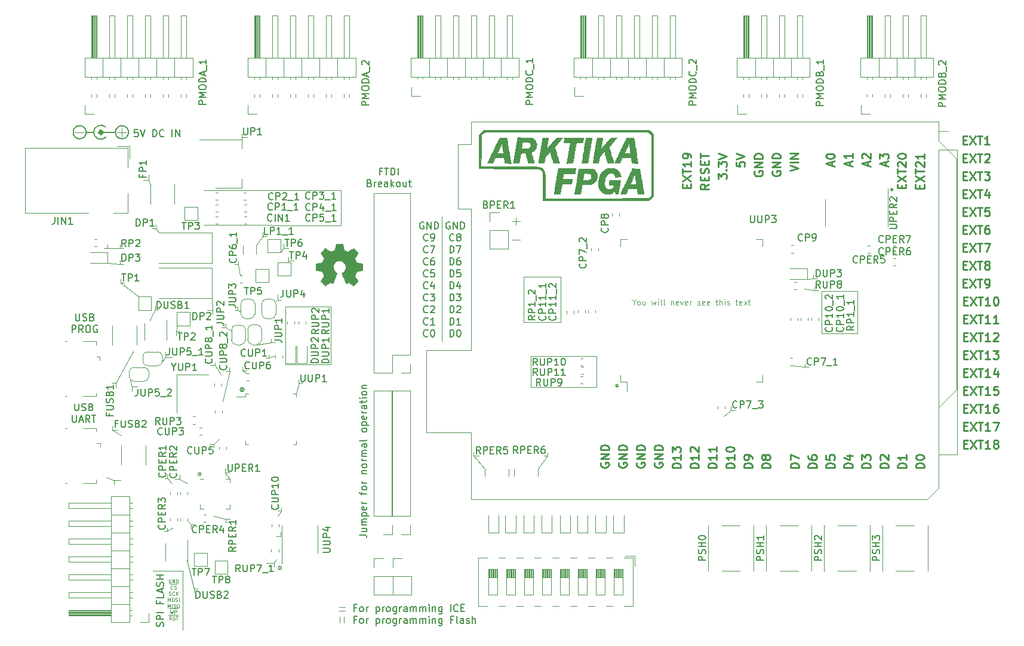
<source format=gbr>
G04 #@! TF.GenerationSoftware,KiCad,Pcbnew,(5.1.6)-1*
G04 #@! TF.CreationDate,2020-08-24T18:21:14+01:00*
G04 #@! TF.ProjectId,arktika-fpga,61726b74-696b-4612-9d66-7067612e6b69,rev?*
G04 #@! TF.SameCoordinates,Original*
G04 #@! TF.FileFunction,Legend,Top*
G04 #@! TF.FilePolarity,Positive*
%FSLAX46Y46*%
G04 Gerber Fmt 4.6, Leading zero omitted, Abs format (unit mm)*
G04 Created by KiCad (PCBNEW (5.1.6)-1) date 2020-08-24 18:21:14*
%MOMM*%
%LPD*%
G01*
G04 APERTURE LIST*
%ADD10C,0.120000*%
%ADD11C,0.100000*%
%ADD12C,0.150000*%
%ADD13C,0.250000*%
%ADD14C,0.200000*%
%ADD15C,0.125000*%
%ADD16C,0.010000*%
%ADD17C,0.500000*%
G04 APERTURE END LIST*
D10*
X91650000Y-103750000D02*
X94100000Y-99300000D01*
X91650000Y-103750000D02*
X91650000Y-104400000D01*
X91050000Y-103750000D02*
X91650000Y-103750000D01*
X92350000Y-89500000D02*
X94850000Y-91500000D01*
X92350000Y-89550000D02*
X92800000Y-89550000D01*
X92350000Y-89000000D02*
X92350000Y-89550000D01*
X100350000Y-95550000D02*
X100150000Y-96400000D01*
X100150000Y-96400000D02*
X100700000Y-96400000D01*
X100150000Y-97000000D02*
X100150000Y-96400000D01*
X105250000Y-91750000D02*
X105350000Y-93400000D01*
X105350000Y-93400000D02*
X105350000Y-93950000D01*
X104550000Y-93400000D02*
X105350000Y-93400000D01*
X97200000Y-93300000D02*
X96500000Y-94850000D01*
X97200000Y-93350000D02*
X97650000Y-93350000D01*
X97200000Y-92850000D02*
X97200000Y-93350000D01*
X201850000Y-76310000D02*
G75*
G03*
X201850000Y-76310000I-190000J0D01*
G01*
X201760000Y-76310000D02*
G75*
G03*
X201760000Y-76310000I-100000J0D01*
G01*
X201720000Y-76310000D02*
G75*
G03*
X201720000Y-76310000I-60000J0D01*
G01*
X115050000Y-121860000D02*
X115050000Y-121460000D01*
X114550000Y-121860000D02*
X115050000Y-121860000D01*
X116140000Y-86350000D02*
X116000000Y-86640000D01*
X116130000Y-86400000D02*
X116830000Y-86400000D01*
X116130000Y-85900000D02*
X116130000Y-86400000D01*
X115460000Y-84600000D02*
X114960000Y-85220000D01*
X115430000Y-84590000D02*
X116130000Y-84590000D01*
X115430000Y-83990000D02*
X115430000Y-84590000D01*
X112550000Y-82870000D02*
X111510000Y-84220000D01*
X112490000Y-82920000D02*
X113090000Y-82920000D01*
X112490000Y-82320000D02*
X112490000Y-82920000D01*
X102740000Y-132940000D02*
X101740000Y-128940000D01*
X102720000Y-132950000D02*
X103220000Y-132950000D01*
X102720000Y-133450000D02*
X102720000Y-132950000D01*
D11*
X165085714Y-92280952D02*
X165085714Y-92661904D01*
X164819047Y-91861904D02*
X165085714Y-92280952D01*
X165352380Y-91861904D01*
X165733333Y-92661904D02*
X165657142Y-92623809D01*
X165619047Y-92585714D01*
X165580952Y-92509523D01*
X165580952Y-92280952D01*
X165619047Y-92204761D01*
X165657142Y-92166666D01*
X165733333Y-92128571D01*
X165847619Y-92128571D01*
X165923809Y-92166666D01*
X165961904Y-92204761D01*
X166000000Y-92280952D01*
X166000000Y-92509523D01*
X165961904Y-92585714D01*
X165923809Y-92623809D01*
X165847619Y-92661904D01*
X165733333Y-92661904D01*
X166685714Y-92128571D02*
X166685714Y-92661904D01*
X166342857Y-92128571D02*
X166342857Y-92547619D01*
X166380952Y-92623809D01*
X166457142Y-92661904D01*
X166571428Y-92661904D01*
X166647619Y-92623809D01*
X166685714Y-92585714D01*
X167600000Y-92128571D02*
X167752380Y-92661904D01*
X167904761Y-92280952D01*
X168057142Y-92661904D01*
X168209523Y-92128571D01*
X168514285Y-92661904D02*
X168514285Y-92128571D01*
X168514285Y-91861904D02*
X168476190Y-91900000D01*
X168514285Y-91938095D01*
X168552380Y-91900000D01*
X168514285Y-91861904D01*
X168514285Y-91938095D01*
X169009523Y-92661904D02*
X168933333Y-92623809D01*
X168895238Y-92547619D01*
X168895238Y-91861904D01*
X169428571Y-92661904D02*
X169352380Y-92623809D01*
X169314285Y-92547619D01*
X169314285Y-91861904D01*
X170342857Y-92128571D02*
X170342857Y-92661904D01*
X170342857Y-92204761D02*
X170380952Y-92166666D01*
X170457142Y-92128571D01*
X170571428Y-92128571D01*
X170647619Y-92166666D01*
X170685714Y-92242857D01*
X170685714Y-92661904D01*
X171371428Y-92623809D02*
X171295238Y-92661904D01*
X171142857Y-92661904D01*
X171066666Y-92623809D01*
X171028571Y-92547619D01*
X171028571Y-92242857D01*
X171066666Y-92166666D01*
X171142857Y-92128571D01*
X171295238Y-92128571D01*
X171371428Y-92166666D01*
X171409523Y-92242857D01*
X171409523Y-92319047D01*
X171028571Y-92395238D01*
X171676190Y-92128571D02*
X171866666Y-92661904D01*
X172057142Y-92128571D01*
X172666666Y-92623809D02*
X172590476Y-92661904D01*
X172438095Y-92661904D01*
X172361904Y-92623809D01*
X172323809Y-92547619D01*
X172323809Y-92242857D01*
X172361904Y-92166666D01*
X172438095Y-92128571D01*
X172590476Y-92128571D01*
X172666666Y-92166666D01*
X172704761Y-92242857D01*
X172704761Y-92319047D01*
X172323809Y-92395238D01*
X173047619Y-92661904D02*
X173047619Y-92128571D01*
X173047619Y-92280952D02*
X173085714Y-92204761D01*
X173123809Y-92166666D01*
X173200000Y-92128571D01*
X173276190Y-92128571D01*
X174114285Y-92623809D02*
X174190476Y-92661904D01*
X174342857Y-92661904D01*
X174419047Y-92623809D01*
X174457142Y-92547619D01*
X174457142Y-92509523D01*
X174419047Y-92433333D01*
X174342857Y-92395238D01*
X174228571Y-92395238D01*
X174152380Y-92357142D01*
X174114285Y-92280952D01*
X174114285Y-92242857D01*
X174152380Y-92166666D01*
X174228571Y-92128571D01*
X174342857Y-92128571D01*
X174419047Y-92166666D01*
X175104761Y-92623809D02*
X175028571Y-92661904D01*
X174876190Y-92661904D01*
X174800000Y-92623809D01*
X174761904Y-92547619D01*
X174761904Y-92242857D01*
X174800000Y-92166666D01*
X174876190Y-92128571D01*
X175028571Y-92128571D01*
X175104761Y-92166666D01*
X175142857Y-92242857D01*
X175142857Y-92319047D01*
X174761904Y-92395238D01*
X175790476Y-92623809D02*
X175714285Y-92661904D01*
X175561904Y-92661904D01*
X175485714Y-92623809D01*
X175447619Y-92547619D01*
X175447619Y-92242857D01*
X175485714Y-92166666D01*
X175561904Y-92128571D01*
X175714285Y-92128571D01*
X175790476Y-92166666D01*
X175828571Y-92242857D01*
X175828571Y-92319047D01*
X175447619Y-92395238D01*
X176666666Y-92128571D02*
X176971428Y-92128571D01*
X176780952Y-91861904D02*
X176780952Y-92547619D01*
X176819047Y-92623809D01*
X176895238Y-92661904D01*
X176971428Y-92661904D01*
X177238095Y-92661904D02*
X177238095Y-91861904D01*
X177580952Y-92661904D02*
X177580952Y-92242857D01*
X177542857Y-92166666D01*
X177466666Y-92128571D01*
X177352380Y-92128571D01*
X177276190Y-92166666D01*
X177238095Y-92204761D01*
X177961904Y-92661904D02*
X177961904Y-92128571D01*
X177961904Y-91861904D02*
X177923809Y-91900000D01*
X177961904Y-91938095D01*
X178000000Y-91900000D01*
X177961904Y-91861904D01*
X177961904Y-91938095D01*
X178304761Y-92623809D02*
X178380952Y-92661904D01*
X178533333Y-92661904D01*
X178609523Y-92623809D01*
X178647619Y-92547619D01*
X178647619Y-92509523D01*
X178609523Y-92433333D01*
X178533333Y-92395238D01*
X178419047Y-92395238D01*
X178342857Y-92357142D01*
X178304761Y-92280952D01*
X178304761Y-92242857D01*
X178342857Y-92166666D01*
X178419047Y-92128571D01*
X178533333Y-92128571D01*
X178609523Y-92166666D01*
X179485714Y-92128571D02*
X179790476Y-92128571D01*
X179600000Y-91861904D02*
X179600000Y-92547619D01*
X179638095Y-92623809D01*
X179714285Y-92661904D01*
X179790476Y-92661904D01*
X180361904Y-92623809D02*
X180285714Y-92661904D01*
X180133333Y-92661904D01*
X180057142Y-92623809D01*
X180019047Y-92547619D01*
X180019047Y-92242857D01*
X180057142Y-92166666D01*
X180133333Y-92128571D01*
X180285714Y-92128571D01*
X180361904Y-92166666D01*
X180400000Y-92242857D01*
X180400000Y-92319047D01*
X180019047Y-92395238D01*
X180666666Y-92661904D02*
X181085714Y-92128571D01*
X180666666Y-92128571D02*
X181085714Y-92661904D01*
X181276190Y-92128571D02*
X181580952Y-92128571D01*
X181390476Y-91861904D02*
X181390476Y-92547619D01*
X181428571Y-92623809D01*
X181504761Y-92661904D01*
X181580952Y-92661904D01*
D10*
X151190000Y-99940000D02*
X150480000Y-99940000D01*
X150480000Y-99940000D02*
X150480000Y-104360000D01*
X159810000Y-104360000D02*
X150480000Y-104360000D01*
X159810000Y-99940000D02*
X159810000Y-104360000D01*
X151090000Y-99940000D02*
X159810000Y-99940000D01*
X147890000Y-83450000D02*
X148930000Y-83450000D01*
X147890000Y-80810000D02*
X148930000Y-80810000D01*
X148400000Y-80290000D02*
X148400000Y-81330000D01*
D12*
X94765714Y-67802380D02*
X94289523Y-67802380D01*
X94241904Y-68278571D01*
X94289523Y-68230952D01*
X94384761Y-68183333D01*
X94622857Y-68183333D01*
X94718095Y-68230952D01*
X94765714Y-68278571D01*
X94813333Y-68373809D01*
X94813333Y-68611904D01*
X94765714Y-68707142D01*
X94718095Y-68754761D01*
X94622857Y-68802380D01*
X94384761Y-68802380D01*
X94289523Y-68754761D01*
X94241904Y-68707142D01*
X95099047Y-67802380D02*
X95432380Y-68802380D01*
X95765714Y-67802380D01*
X96860952Y-68802380D02*
X96860952Y-67802380D01*
X97099047Y-67802380D01*
X97241904Y-67850000D01*
X97337142Y-67945238D01*
X97384761Y-68040476D01*
X97432380Y-68230952D01*
X97432380Y-68373809D01*
X97384761Y-68564285D01*
X97337142Y-68659523D01*
X97241904Y-68754761D01*
X97099047Y-68802380D01*
X96860952Y-68802380D01*
X98432380Y-68707142D02*
X98384761Y-68754761D01*
X98241904Y-68802380D01*
X98146666Y-68802380D01*
X98003809Y-68754761D01*
X97908571Y-68659523D01*
X97860952Y-68564285D01*
X97813333Y-68373809D01*
X97813333Y-68230952D01*
X97860952Y-68040476D01*
X97908571Y-67945238D01*
X98003809Y-67850000D01*
X98146666Y-67802380D01*
X98241904Y-67802380D01*
X98384761Y-67850000D01*
X98432380Y-67897619D01*
X99622857Y-68802380D02*
X99622857Y-67802380D01*
X100099047Y-68802380D02*
X100099047Y-67802380D01*
X100670476Y-68802380D01*
X100670476Y-67802380D01*
D10*
X85820000Y-68220000D02*
X87020000Y-68220000D01*
X91830000Y-68210000D02*
X93030000Y-68210000D01*
X92470000Y-67600000D02*
X92470000Y-68820000D01*
D13*
X172554285Y-76088571D02*
X172554285Y-75688571D01*
X173182857Y-75517142D02*
X173182857Y-76088571D01*
X171982857Y-76088571D01*
X171982857Y-75517142D01*
X171982857Y-75117142D02*
X173182857Y-74317142D01*
X171982857Y-74317142D02*
X173182857Y-75117142D01*
X171982857Y-74031428D02*
X171982857Y-73345714D01*
X173182857Y-73688571D02*
X171982857Y-73688571D01*
X173182857Y-72317142D02*
X173182857Y-73002857D01*
X173182857Y-72660000D02*
X171982857Y-72660000D01*
X172154285Y-72774285D01*
X172268571Y-72888571D01*
X172325714Y-73002857D01*
X173182857Y-71745714D02*
X173182857Y-71517142D01*
X173125714Y-71402857D01*
X173068571Y-71345714D01*
X172897142Y-71231428D01*
X172668571Y-71174285D01*
X172211428Y-71174285D01*
X172097142Y-71231428D01*
X172040000Y-71288571D01*
X171982857Y-71402857D01*
X171982857Y-71631428D01*
X172040000Y-71745714D01*
X172097142Y-71802857D01*
X172211428Y-71860000D01*
X172497142Y-71860000D01*
X172611428Y-71802857D01*
X172668571Y-71745714D01*
X172725714Y-71631428D01*
X172725714Y-71402857D01*
X172668571Y-71288571D01*
X172611428Y-71231428D01*
X172497142Y-71174285D01*
X162940000Y-115074285D02*
X162882857Y-115188571D01*
X162882857Y-115360000D01*
X162940000Y-115531428D01*
X163054285Y-115645714D01*
X163168571Y-115702857D01*
X163397142Y-115760000D01*
X163568571Y-115760000D01*
X163797142Y-115702857D01*
X163911428Y-115645714D01*
X164025714Y-115531428D01*
X164082857Y-115360000D01*
X164082857Y-115245714D01*
X164025714Y-115074285D01*
X163968571Y-115017142D01*
X163568571Y-115017142D01*
X163568571Y-115245714D01*
X164082857Y-114502857D02*
X162882857Y-114502857D01*
X164082857Y-113817142D01*
X162882857Y-113817142D01*
X164082857Y-113245714D02*
X162882857Y-113245714D01*
X162882857Y-112960000D01*
X162940000Y-112788571D01*
X163054285Y-112674285D01*
X163168571Y-112617142D01*
X163397142Y-112560000D01*
X163568571Y-112560000D01*
X163797142Y-112617142D01*
X163911428Y-112674285D01*
X164025714Y-112788571D01*
X164082857Y-112960000D01*
X164082857Y-113245714D01*
X160410000Y-115074285D02*
X160352857Y-115188571D01*
X160352857Y-115360000D01*
X160410000Y-115531428D01*
X160524285Y-115645714D01*
X160638571Y-115702857D01*
X160867142Y-115760000D01*
X161038571Y-115760000D01*
X161267142Y-115702857D01*
X161381428Y-115645714D01*
X161495714Y-115531428D01*
X161552857Y-115360000D01*
X161552857Y-115245714D01*
X161495714Y-115074285D01*
X161438571Y-115017142D01*
X161038571Y-115017142D01*
X161038571Y-115245714D01*
X161552857Y-114502857D02*
X160352857Y-114502857D01*
X161552857Y-113817142D01*
X160352857Y-113817142D01*
X161552857Y-113245714D02*
X160352857Y-113245714D01*
X160352857Y-112960000D01*
X160410000Y-112788571D01*
X160524285Y-112674285D01*
X160638571Y-112617142D01*
X160867142Y-112560000D01*
X161038571Y-112560000D01*
X161267142Y-112617142D01*
X161381428Y-112674285D01*
X161495714Y-112788571D01*
X161552857Y-112960000D01*
X161552857Y-113245714D01*
X165500000Y-115074285D02*
X165442857Y-115188571D01*
X165442857Y-115360000D01*
X165500000Y-115531428D01*
X165614285Y-115645714D01*
X165728571Y-115702857D01*
X165957142Y-115760000D01*
X166128571Y-115760000D01*
X166357142Y-115702857D01*
X166471428Y-115645714D01*
X166585714Y-115531428D01*
X166642857Y-115360000D01*
X166642857Y-115245714D01*
X166585714Y-115074285D01*
X166528571Y-115017142D01*
X166128571Y-115017142D01*
X166128571Y-115245714D01*
X166642857Y-114502857D02*
X165442857Y-114502857D01*
X166642857Y-113817142D01*
X165442857Y-113817142D01*
X166642857Y-113245714D02*
X165442857Y-113245714D01*
X165442857Y-112960000D01*
X165500000Y-112788571D01*
X165614285Y-112674285D01*
X165728571Y-112617142D01*
X165957142Y-112560000D01*
X166128571Y-112560000D01*
X166357142Y-112617142D01*
X166471428Y-112674285D01*
X166585714Y-112788571D01*
X166642857Y-112960000D01*
X166642857Y-113245714D01*
X193190000Y-72917142D02*
X193190000Y-72345714D01*
X193532857Y-73031428D02*
X192332857Y-72631428D01*
X193532857Y-72231428D01*
X192332857Y-71602857D02*
X192332857Y-71488571D01*
X192390000Y-71374285D01*
X192447142Y-71317142D01*
X192561428Y-71260000D01*
X192790000Y-71202857D01*
X193075714Y-71202857D01*
X193304285Y-71260000D01*
X193418571Y-71317142D01*
X193475714Y-71374285D01*
X193532857Y-71488571D01*
X193532857Y-71602857D01*
X193475714Y-71717142D01*
X193418571Y-71774285D01*
X193304285Y-71831428D01*
X193075714Y-71888571D01*
X192790000Y-71888571D01*
X192561428Y-71831428D01*
X192447142Y-71774285D01*
X192390000Y-71717142D01*
X192332857Y-71602857D01*
X195730000Y-72907142D02*
X195730000Y-72335714D01*
X196072857Y-73021428D02*
X194872857Y-72621428D01*
X196072857Y-72221428D01*
X196072857Y-71192857D02*
X196072857Y-71878571D01*
X196072857Y-71535714D02*
X194872857Y-71535714D01*
X195044285Y-71650000D01*
X195158571Y-71764285D01*
X195215714Y-71878571D01*
X200810000Y-72917142D02*
X200810000Y-72345714D01*
X201152857Y-73031428D02*
X199952857Y-72631428D01*
X201152857Y-72231428D01*
X199952857Y-71945714D02*
X199952857Y-71202857D01*
X200410000Y-71602857D01*
X200410000Y-71431428D01*
X200467142Y-71317142D01*
X200524285Y-71260000D01*
X200638571Y-71202857D01*
X200924285Y-71202857D01*
X201038571Y-71260000D01*
X201095714Y-71317142D01*
X201152857Y-71431428D01*
X201152857Y-71774285D01*
X201095714Y-71888571D01*
X201038571Y-71945714D01*
X198270000Y-72907142D02*
X198270000Y-72335714D01*
X198612857Y-73021428D02*
X197412857Y-72621428D01*
X198612857Y-72221428D01*
X197527142Y-71878571D02*
X197470000Y-71821428D01*
X197412857Y-71707142D01*
X197412857Y-71421428D01*
X197470000Y-71307142D01*
X197527142Y-71250000D01*
X197641428Y-71192857D01*
X197755714Y-71192857D01*
X197927142Y-71250000D01*
X198612857Y-71935714D01*
X198612857Y-71192857D01*
X175712857Y-75522857D02*
X175141428Y-75922857D01*
X175712857Y-76208571D02*
X174512857Y-76208571D01*
X174512857Y-75751428D01*
X174570000Y-75637142D01*
X174627142Y-75580000D01*
X174741428Y-75522857D01*
X174912857Y-75522857D01*
X175027142Y-75580000D01*
X175084285Y-75637142D01*
X175141428Y-75751428D01*
X175141428Y-76208571D01*
X175084285Y-75008571D02*
X175084285Y-74608571D01*
X175712857Y-74437142D02*
X175712857Y-75008571D01*
X174512857Y-75008571D01*
X174512857Y-74437142D01*
X175655714Y-73980000D02*
X175712857Y-73808571D01*
X175712857Y-73522857D01*
X175655714Y-73408571D01*
X175598571Y-73351428D01*
X175484285Y-73294285D01*
X175370000Y-73294285D01*
X175255714Y-73351428D01*
X175198571Y-73408571D01*
X175141428Y-73522857D01*
X175084285Y-73751428D01*
X175027142Y-73865714D01*
X174970000Y-73922857D01*
X174855714Y-73980000D01*
X174741428Y-73980000D01*
X174627142Y-73922857D01*
X174570000Y-73865714D01*
X174512857Y-73751428D01*
X174512857Y-73465714D01*
X174570000Y-73294285D01*
X175084285Y-72780000D02*
X175084285Y-72380000D01*
X175712857Y-72208571D02*
X175712857Y-72780000D01*
X174512857Y-72780000D01*
X174512857Y-72208571D01*
X174512857Y-71865714D02*
X174512857Y-71180000D01*
X175712857Y-71522857D02*
X174512857Y-71522857D01*
X177052857Y-74781428D02*
X177052857Y-74038571D01*
X177510000Y-74438571D01*
X177510000Y-74267142D01*
X177567142Y-74152857D01*
X177624285Y-74095714D01*
X177738571Y-74038571D01*
X178024285Y-74038571D01*
X178138571Y-74095714D01*
X178195714Y-74152857D01*
X178252857Y-74267142D01*
X178252857Y-74610000D01*
X178195714Y-74724285D01*
X178138571Y-74781428D01*
X178138571Y-73524285D02*
X178195714Y-73467142D01*
X178252857Y-73524285D01*
X178195714Y-73581428D01*
X178138571Y-73524285D01*
X178252857Y-73524285D01*
X177052857Y-73067142D02*
X177052857Y-72324285D01*
X177510000Y-72724285D01*
X177510000Y-72552857D01*
X177567142Y-72438571D01*
X177624285Y-72381428D01*
X177738571Y-72324285D01*
X178024285Y-72324285D01*
X178138571Y-72381428D01*
X178195714Y-72438571D01*
X178252857Y-72552857D01*
X178252857Y-72895714D01*
X178195714Y-73010000D01*
X178138571Y-73067142D01*
X177052857Y-71981428D02*
X178252857Y-71581428D01*
X177052857Y-71181428D01*
X179602857Y-72388571D02*
X179602857Y-72960000D01*
X180174285Y-73017142D01*
X180117142Y-72960000D01*
X180060000Y-72845714D01*
X180060000Y-72560000D01*
X180117142Y-72445714D01*
X180174285Y-72388571D01*
X180288571Y-72331428D01*
X180574285Y-72331428D01*
X180688571Y-72388571D01*
X180745714Y-72445714D01*
X180802857Y-72560000D01*
X180802857Y-72845714D01*
X180745714Y-72960000D01*
X180688571Y-73017142D01*
X179602857Y-71988571D02*
X180802857Y-71588571D01*
X179602857Y-71188571D01*
X182200000Y-73714285D02*
X182142857Y-73828571D01*
X182142857Y-74000000D01*
X182200000Y-74171428D01*
X182314285Y-74285714D01*
X182428571Y-74342857D01*
X182657142Y-74400000D01*
X182828571Y-74400000D01*
X183057142Y-74342857D01*
X183171428Y-74285714D01*
X183285714Y-74171428D01*
X183342857Y-74000000D01*
X183342857Y-73885714D01*
X183285714Y-73714285D01*
X183228571Y-73657142D01*
X182828571Y-73657142D01*
X182828571Y-73885714D01*
X183342857Y-73142857D02*
X182142857Y-73142857D01*
X183342857Y-72457142D01*
X182142857Y-72457142D01*
X183342857Y-71885714D02*
X182142857Y-71885714D01*
X182142857Y-71600000D01*
X182200000Y-71428571D01*
X182314285Y-71314285D01*
X182428571Y-71257142D01*
X182657142Y-71200000D01*
X182828571Y-71200000D01*
X183057142Y-71257142D01*
X183171428Y-71314285D01*
X183285714Y-71428571D01*
X183342857Y-71600000D01*
X183342857Y-71885714D01*
X184740000Y-73704285D02*
X184682857Y-73818571D01*
X184682857Y-73990000D01*
X184740000Y-74161428D01*
X184854285Y-74275714D01*
X184968571Y-74332857D01*
X185197142Y-74390000D01*
X185368571Y-74390000D01*
X185597142Y-74332857D01*
X185711428Y-74275714D01*
X185825714Y-74161428D01*
X185882857Y-73990000D01*
X185882857Y-73875714D01*
X185825714Y-73704285D01*
X185768571Y-73647142D01*
X185368571Y-73647142D01*
X185368571Y-73875714D01*
X185882857Y-73132857D02*
X184682857Y-73132857D01*
X185882857Y-72447142D01*
X184682857Y-72447142D01*
X185882857Y-71875714D02*
X184682857Y-71875714D01*
X184682857Y-71590000D01*
X184740000Y-71418571D01*
X184854285Y-71304285D01*
X184968571Y-71247142D01*
X185197142Y-71190000D01*
X185368571Y-71190000D01*
X185597142Y-71247142D01*
X185711428Y-71304285D01*
X185825714Y-71418571D01*
X185882857Y-71590000D01*
X185882857Y-71875714D01*
X187192857Y-73654285D02*
X188392857Y-73254285D01*
X187192857Y-72854285D01*
X188392857Y-72454285D02*
X187192857Y-72454285D01*
X188392857Y-71882857D02*
X187192857Y-71882857D01*
X188392857Y-71197142D01*
X187192857Y-71197142D01*
X203044285Y-76108571D02*
X203044285Y-75708571D01*
X203672857Y-75537142D02*
X203672857Y-76108571D01*
X202472857Y-76108571D01*
X202472857Y-75537142D01*
X202472857Y-75137142D02*
X203672857Y-74337142D01*
X202472857Y-74337142D02*
X203672857Y-75137142D01*
X202472857Y-74051428D02*
X202472857Y-73365714D01*
X203672857Y-73708571D02*
X202472857Y-73708571D01*
X202587142Y-73022857D02*
X202530000Y-72965714D01*
X202472857Y-72851428D01*
X202472857Y-72565714D01*
X202530000Y-72451428D01*
X202587142Y-72394285D01*
X202701428Y-72337142D01*
X202815714Y-72337142D01*
X202987142Y-72394285D01*
X203672857Y-73080000D01*
X203672857Y-72337142D01*
X202472857Y-71594285D02*
X202472857Y-71480000D01*
X202530000Y-71365714D01*
X202587142Y-71308571D01*
X202701428Y-71251428D01*
X202930000Y-71194285D01*
X203215714Y-71194285D01*
X203444285Y-71251428D01*
X203558571Y-71308571D01*
X203615714Y-71365714D01*
X203672857Y-71480000D01*
X203672857Y-71594285D01*
X203615714Y-71708571D01*
X203558571Y-71765714D01*
X203444285Y-71822857D01*
X203215714Y-71880000D01*
X202930000Y-71880000D01*
X202701428Y-71822857D01*
X202587142Y-71765714D01*
X202530000Y-71708571D01*
X202472857Y-71594285D01*
X205604285Y-76118571D02*
X205604285Y-75718571D01*
X206232857Y-75547142D02*
X206232857Y-76118571D01*
X205032857Y-76118571D01*
X205032857Y-75547142D01*
X205032857Y-75147142D02*
X206232857Y-74347142D01*
X205032857Y-74347142D02*
X206232857Y-75147142D01*
X205032857Y-74061428D02*
X205032857Y-73375714D01*
X206232857Y-73718571D02*
X205032857Y-73718571D01*
X205147142Y-73032857D02*
X205090000Y-72975714D01*
X205032857Y-72861428D01*
X205032857Y-72575714D01*
X205090000Y-72461428D01*
X205147142Y-72404285D01*
X205261428Y-72347142D01*
X205375714Y-72347142D01*
X205547142Y-72404285D01*
X206232857Y-73090000D01*
X206232857Y-72347142D01*
X206232857Y-71204285D02*
X206232857Y-71890000D01*
X206232857Y-71547142D02*
X205032857Y-71547142D01*
X205204285Y-71661428D01*
X205318571Y-71775714D01*
X205375714Y-71890000D01*
X168030000Y-115074285D02*
X167972857Y-115188571D01*
X167972857Y-115360000D01*
X168030000Y-115531428D01*
X168144285Y-115645714D01*
X168258571Y-115702857D01*
X168487142Y-115760000D01*
X168658571Y-115760000D01*
X168887142Y-115702857D01*
X169001428Y-115645714D01*
X169115714Y-115531428D01*
X169172857Y-115360000D01*
X169172857Y-115245714D01*
X169115714Y-115074285D01*
X169058571Y-115017142D01*
X168658571Y-115017142D01*
X168658571Y-115245714D01*
X169172857Y-114502857D02*
X167972857Y-114502857D01*
X169172857Y-113817142D01*
X167972857Y-113817142D01*
X169172857Y-113245714D02*
X167972857Y-113245714D01*
X167972857Y-112960000D01*
X168030000Y-112788571D01*
X168144285Y-112674285D01*
X168258571Y-112617142D01*
X168487142Y-112560000D01*
X168658571Y-112560000D01*
X168887142Y-112617142D01*
X169001428Y-112674285D01*
X169115714Y-112788571D01*
X169172857Y-112960000D01*
X169172857Y-113245714D01*
X171702857Y-115787142D02*
X170502857Y-115787142D01*
X170502857Y-115501428D01*
X170560000Y-115330000D01*
X170674285Y-115215714D01*
X170788571Y-115158571D01*
X171017142Y-115101428D01*
X171188571Y-115101428D01*
X171417142Y-115158571D01*
X171531428Y-115215714D01*
X171645714Y-115330000D01*
X171702857Y-115501428D01*
X171702857Y-115787142D01*
X171702857Y-113958571D02*
X171702857Y-114644285D01*
X171702857Y-114301428D02*
X170502857Y-114301428D01*
X170674285Y-114415714D01*
X170788571Y-114530000D01*
X170845714Y-114644285D01*
X170502857Y-113558571D02*
X170502857Y-112815714D01*
X170960000Y-113215714D01*
X170960000Y-113044285D01*
X171017142Y-112930000D01*
X171074285Y-112872857D01*
X171188571Y-112815714D01*
X171474285Y-112815714D01*
X171588571Y-112872857D01*
X171645714Y-112930000D01*
X171702857Y-113044285D01*
X171702857Y-113387142D01*
X171645714Y-113501428D01*
X171588571Y-113558571D01*
X174252857Y-115787142D02*
X173052857Y-115787142D01*
X173052857Y-115501428D01*
X173110000Y-115330000D01*
X173224285Y-115215714D01*
X173338571Y-115158571D01*
X173567142Y-115101428D01*
X173738571Y-115101428D01*
X173967142Y-115158571D01*
X174081428Y-115215714D01*
X174195714Y-115330000D01*
X174252857Y-115501428D01*
X174252857Y-115787142D01*
X174252857Y-113958571D02*
X174252857Y-114644285D01*
X174252857Y-114301428D02*
X173052857Y-114301428D01*
X173224285Y-114415714D01*
X173338571Y-114530000D01*
X173395714Y-114644285D01*
X173167142Y-113501428D02*
X173110000Y-113444285D01*
X173052857Y-113330000D01*
X173052857Y-113044285D01*
X173110000Y-112930000D01*
X173167142Y-112872857D01*
X173281428Y-112815714D01*
X173395714Y-112815714D01*
X173567142Y-112872857D01*
X174252857Y-113558571D01*
X174252857Y-112815714D01*
X176782857Y-115787142D02*
X175582857Y-115787142D01*
X175582857Y-115501428D01*
X175640000Y-115330000D01*
X175754285Y-115215714D01*
X175868571Y-115158571D01*
X176097142Y-115101428D01*
X176268571Y-115101428D01*
X176497142Y-115158571D01*
X176611428Y-115215714D01*
X176725714Y-115330000D01*
X176782857Y-115501428D01*
X176782857Y-115787142D01*
X176782857Y-113958571D02*
X176782857Y-114644285D01*
X176782857Y-114301428D02*
X175582857Y-114301428D01*
X175754285Y-114415714D01*
X175868571Y-114530000D01*
X175925714Y-114644285D01*
X176782857Y-112815714D02*
X176782857Y-113501428D01*
X176782857Y-113158571D02*
X175582857Y-113158571D01*
X175754285Y-113272857D01*
X175868571Y-113387142D01*
X175925714Y-113501428D01*
X179332857Y-115787142D02*
X178132857Y-115787142D01*
X178132857Y-115501428D01*
X178190000Y-115330000D01*
X178304285Y-115215714D01*
X178418571Y-115158571D01*
X178647142Y-115101428D01*
X178818571Y-115101428D01*
X179047142Y-115158571D01*
X179161428Y-115215714D01*
X179275714Y-115330000D01*
X179332857Y-115501428D01*
X179332857Y-115787142D01*
X179332857Y-113958571D02*
X179332857Y-114644285D01*
X179332857Y-114301428D02*
X178132857Y-114301428D01*
X178304285Y-114415714D01*
X178418571Y-114530000D01*
X178475714Y-114644285D01*
X178132857Y-113215714D02*
X178132857Y-113101428D01*
X178190000Y-112987142D01*
X178247142Y-112930000D01*
X178361428Y-112872857D01*
X178590000Y-112815714D01*
X178875714Y-112815714D01*
X179104285Y-112872857D01*
X179218571Y-112930000D01*
X179275714Y-112987142D01*
X179332857Y-113101428D01*
X179332857Y-113215714D01*
X179275714Y-113330000D01*
X179218571Y-113387142D01*
X179104285Y-113444285D01*
X178875714Y-113501428D01*
X178590000Y-113501428D01*
X178361428Y-113444285D01*
X178247142Y-113387142D01*
X178190000Y-113330000D01*
X178132857Y-113215714D01*
X181872857Y-115785714D02*
X180672857Y-115785714D01*
X180672857Y-115500000D01*
X180730000Y-115328571D01*
X180844285Y-115214285D01*
X180958571Y-115157142D01*
X181187142Y-115100000D01*
X181358571Y-115100000D01*
X181587142Y-115157142D01*
X181701428Y-115214285D01*
X181815714Y-115328571D01*
X181872857Y-115500000D01*
X181872857Y-115785714D01*
X181872857Y-114528571D02*
X181872857Y-114300000D01*
X181815714Y-114185714D01*
X181758571Y-114128571D01*
X181587142Y-114014285D01*
X181358571Y-113957142D01*
X180901428Y-113957142D01*
X180787142Y-114014285D01*
X180730000Y-114071428D01*
X180672857Y-114185714D01*
X180672857Y-114414285D01*
X180730000Y-114528571D01*
X180787142Y-114585714D01*
X180901428Y-114642857D01*
X181187142Y-114642857D01*
X181301428Y-114585714D01*
X181358571Y-114528571D01*
X181415714Y-114414285D01*
X181415714Y-114185714D01*
X181358571Y-114071428D01*
X181301428Y-114014285D01*
X181187142Y-113957142D01*
X184402857Y-115785714D02*
X183202857Y-115785714D01*
X183202857Y-115500000D01*
X183260000Y-115328571D01*
X183374285Y-115214285D01*
X183488571Y-115157142D01*
X183717142Y-115100000D01*
X183888571Y-115100000D01*
X184117142Y-115157142D01*
X184231428Y-115214285D01*
X184345714Y-115328571D01*
X184402857Y-115500000D01*
X184402857Y-115785714D01*
X183717142Y-114414285D02*
X183660000Y-114528571D01*
X183602857Y-114585714D01*
X183488571Y-114642857D01*
X183431428Y-114642857D01*
X183317142Y-114585714D01*
X183260000Y-114528571D01*
X183202857Y-114414285D01*
X183202857Y-114185714D01*
X183260000Y-114071428D01*
X183317142Y-114014285D01*
X183431428Y-113957142D01*
X183488571Y-113957142D01*
X183602857Y-114014285D01*
X183660000Y-114071428D01*
X183717142Y-114185714D01*
X183717142Y-114414285D01*
X183774285Y-114528571D01*
X183831428Y-114585714D01*
X183945714Y-114642857D01*
X184174285Y-114642857D01*
X184288571Y-114585714D01*
X184345714Y-114528571D01*
X184402857Y-114414285D01*
X184402857Y-114185714D01*
X184345714Y-114071428D01*
X184288571Y-114014285D01*
X184174285Y-113957142D01*
X183945714Y-113957142D01*
X183831428Y-114014285D01*
X183774285Y-114071428D01*
X183717142Y-114185714D01*
X188472857Y-115785714D02*
X187272857Y-115785714D01*
X187272857Y-115500000D01*
X187330000Y-115328571D01*
X187444285Y-115214285D01*
X187558571Y-115157142D01*
X187787142Y-115100000D01*
X187958571Y-115100000D01*
X188187142Y-115157142D01*
X188301428Y-115214285D01*
X188415714Y-115328571D01*
X188472857Y-115500000D01*
X188472857Y-115785714D01*
X187272857Y-114700000D02*
X187272857Y-113900000D01*
X188472857Y-114414285D01*
X191002857Y-115785714D02*
X189802857Y-115785714D01*
X189802857Y-115500000D01*
X189860000Y-115328571D01*
X189974285Y-115214285D01*
X190088571Y-115157142D01*
X190317142Y-115100000D01*
X190488571Y-115100000D01*
X190717142Y-115157142D01*
X190831428Y-115214285D01*
X190945714Y-115328571D01*
X191002857Y-115500000D01*
X191002857Y-115785714D01*
X189802857Y-114071428D02*
X189802857Y-114300000D01*
X189860000Y-114414285D01*
X189917142Y-114471428D01*
X190088571Y-114585714D01*
X190317142Y-114642857D01*
X190774285Y-114642857D01*
X190888571Y-114585714D01*
X190945714Y-114528571D01*
X191002857Y-114414285D01*
X191002857Y-114185714D01*
X190945714Y-114071428D01*
X190888571Y-114014285D01*
X190774285Y-113957142D01*
X190488571Y-113957142D01*
X190374285Y-114014285D01*
X190317142Y-114071428D01*
X190260000Y-114185714D01*
X190260000Y-114414285D01*
X190317142Y-114528571D01*
X190374285Y-114585714D01*
X190488571Y-114642857D01*
X193532857Y-115785714D02*
X192332857Y-115785714D01*
X192332857Y-115500000D01*
X192390000Y-115328571D01*
X192504285Y-115214285D01*
X192618571Y-115157142D01*
X192847142Y-115100000D01*
X193018571Y-115100000D01*
X193247142Y-115157142D01*
X193361428Y-115214285D01*
X193475714Y-115328571D01*
X193532857Y-115500000D01*
X193532857Y-115785714D01*
X192332857Y-114014285D02*
X192332857Y-114585714D01*
X192904285Y-114642857D01*
X192847142Y-114585714D01*
X192790000Y-114471428D01*
X192790000Y-114185714D01*
X192847142Y-114071428D01*
X192904285Y-114014285D01*
X193018571Y-113957142D01*
X193304285Y-113957142D01*
X193418571Y-114014285D01*
X193475714Y-114071428D01*
X193532857Y-114185714D01*
X193532857Y-114471428D01*
X193475714Y-114585714D01*
X193418571Y-114642857D01*
X196072857Y-115785714D02*
X194872857Y-115785714D01*
X194872857Y-115500000D01*
X194930000Y-115328571D01*
X195044285Y-115214285D01*
X195158571Y-115157142D01*
X195387142Y-115100000D01*
X195558571Y-115100000D01*
X195787142Y-115157142D01*
X195901428Y-115214285D01*
X196015714Y-115328571D01*
X196072857Y-115500000D01*
X196072857Y-115785714D01*
X195272857Y-114071428D02*
X196072857Y-114071428D01*
X194815714Y-114357142D02*
X195672857Y-114642857D01*
X195672857Y-113900000D01*
X198612857Y-115785714D02*
X197412857Y-115785714D01*
X197412857Y-115500000D01*
X197470000Y-115328571D01*
X197584285Y-115214285D01*
X197698571Y-115157142D01*
X197927142Y-115100000D01*
X198098571Y-115100000D01*
X198327142Y-115157142D01*
X198441428Y-115214285D01*
X198555714Y-115328571D01*
X198612857Y-115500000D01*
X198612857Y-115785714D01*
X197412857Y-114700000D02*
X197412857Y-113957142D01*
X197870000Y-114357142D01*
X197870000Y-114185714D01*
X197927142Y-114071428D01*
X197984285Y-114014285D01*
X198098571Y-113957142D01*
X198384285Y-113957142D01*
X198498571Y-114014285D01*
X198555714Y-114071428D01*
X198612857Y-114185714D01*
X198612857Y-114528571D01*
X198555714Y-114642857D01*
X198498571Y-114700000D01*
X201172857Y-115785714D02*
X199972857Y-115785714D01*
X199972857Y-115500000D01*
X200030000Y-115328571D01*
X200144285Y-115214285D01*
X200258571Y-115157142D01*
X200487142Y-115100000D01*
X200658571Y-115100000D01*
X200887142Y-115157142D01*
X201001428Y-115214285D01*
X201115714Y-115328571D01*
X201172857Y-115500000D01*
X201172857Y-115785714D01*
X200087142Y-114642857D02*
X200030000Y-114585714D01*
X199972857Y-114471428D01*
X199972857Y-114185714D01*
X200030000Y-114071428D01*
X200087142Y-114014285D01*
X200201428Y-113957142D01*
X200315714Y-113957142D01*
X200487142Y-114014285D01*
X201172857Y-114700000D01*
X201172857Y-113957142D01*
X203702857Y-115785714D02*
X202502857Y-115785714D01*
X202502857Y-115500000D01*
X202560000Y-115328571D01*
X202674285Y-115214285D01*
X202788571Y-115157142D01*
X203017142Y-115100000D01*
X203188571Y-115100000D01*
X203417142Y-115157142D01*
X203531428Y-115214285D01*
X203645714Y-115328571D01*
X203702857Y-115500000D01*
X203702857Y-115785714D01*
X203702857Y-113957142D02*
X203702857Y-114642857D01*
X203702857Y-114300000D02*
X202502857Y-114300000D01*
X202674285Y-114414285D01*
X202788571Y-114528571D01*
X202845714Y-114642857D01*
X206252857Y-115785714D02*
X205052857Y-115785714D01*
X205052857Y-115500000D01*
X205110000Y-115328571D01*
X205224285Y-115214285D01*
X205338571Y-115157142D01*
X205567142Y-115100000D01*
X205738571Y-115100000D01*
X205967142Y-115157142D01*
X206081428Y-115214285D01*
X206195714Y-115328571D01*
X206252857Y-115500000D01*
X206252857Y-115785714D01*
X205052857Y-114357142D02*
X205052857Y-114242857D01*
X205110000Y-114128571D01*
X205167142Y-114071428D01*
X205281428Y-114014285D01*
X205510000Y-113957142D01*
X205795714Y-113957142D01*
X206024285Y-114014285D01*
X206138571Y-114071428D01*
X206195714Y-114128571D01*
X206252857Y-114242857D01*
X206252857Y-114357142D01*
X206195714Y-114471428D01*
X206138571Y-114528571D01*
X206024285Y-114585714D01*
X205795714Y-114642857D01*
X205510000Y-114642857D01*
X205281428Y-114585714D01*
X205167142Y-114528571D01*
X205110000Y-114471428D01*
X205052857Y-114357142D01*
X211855428Y-112431285D02*
X212255428Y-112431285D01*
X212426857Y-113059857D02*
X211855428Y-113059857D01*
X211855428Y-111859857D01*
X212426857Y-111859857D01*
X212826857Y-111859857D02*
X213626857Y-113059857D01*
X213626857Y-111859857D02*
X212826857Y-113059857D01*
X213912571Y-111859857D02*
X214598285Y-111859857D01*
X214255428Y-113059857D02*
X214255428Y-111859857D01*
X215626857Y-113059857D02*
X214941142Y-113059857D01*
X215284000Y-113059857D02*
X215284000Y-111859857D01*
X215169714Y-112031285D01*
X215055428Y-112145571D01*
X214941142Y-112202714D01*
X216312571Y-112374142D02*
X216198285Y-112317000D01*
X216141142Y-112259857D01*
X216084000Y-112145571D01*
X216084000Y-112088428D01*
X216141142Y-111974142D01*
X216198285Y-111917000D01*
X216312571Y-111859857D01*
X216541142Y-111859857D01*
X216655428Y-111917000D01*
X216712571Y-111974142D01*
X216769714Y-112088428D01*
X216769714Y-112145571D01*
X216712571Y-112259857D01*
X216655428Y-112317000D01*
X216541142Y-112374142D01*
X216312571Y-112374142D01*
X216198285Y-112431285D01*
X216141142Y-112488428D01*
X216084000Y-112602714D01*
X216084000Y-112831285D01*
X216141142Y-112945571D01*
X216198285Y-113002714D01*
X216312571Y-113059857D01*
X216541142Y-113059857D01*
X216655428Y-113002714D01*
X216712571Y-112945571D01*
X216769714Y-112831285D01*
X216769714Y-112602714D01*
X216712571Y-112488428D01*
X216655428Y-112431285D01*
X216541142Y-112374142D01*
X211855428Y-109891565D02*
X212255428Y-109891565D01*
X212426857Y-110520137D02*
X211855428Y-110520137D01*
X211855428Y-109320137D01*
X212426857Y-109320137D01*
X212826857Y-109320137D02*
X213626857Y-110520137D01*
X213626857Y-109320137D02*
X212826857Y-110520137D01*
X213912571Y-109320137D02*
X214598285Y-109320137D01*
X214255428Y-110520137D02*
X214255428Y-109320137D01*
X215626857Y-110520137D02*
X214941142Y-110520137D01*
X215284000Y-110520137D02*
X215284000Y-109320137D01*
X215169714Y-109491565D01*
X215055428Y-109605851D01*
X214941142Y-109662994D01*
X216026857Y-109320137D02*
X216826857Y-109320137D01*
X216312571Y-110520137D01*
X211855428Y-107351860D02*
X212255428Y-107351860D01*
X212426857Y-107980432D02*
X211855428Y-107980432D01*
X211855428Y-106780432D01*
X212426857Y-106780432D01*
X212826857Y-106780432D02*
X213626857Y-107980432D01*
X213626857Y-106780432D02*
X212826857Y-107980432D01*
X213912571Y-106780432D02*
X214598285Y-106780432D01*
X214255428Y-107980432D02*
X214255428Y-106780432D01*
X215626857Y-107980432D02*
X214941142Y-107980432D01*
X215284000Y-107980432D02*
X215284000Y-106780432D01*
X215169714Y-106951860D01*
X215055428Y-107066146D01*
X214941142Y-107123289D01*
X216655428Y-106780432D02*
X216426857Y-106780432D01*
X216312571Y-106837575D01*
X216255428Y-106894717D01*
X216141142Y-107066146D01*
X216084000Y-107294717D01*
X216084000Y-107751860D01*
X216141142Y-107866146D01*
X216198285Y-107923289D01*
X216312571Y-107980432D01*
X216541142Y-107980432D01*
X216655428Y-107923289D01*
X216712571Y-107866146D01*
X216769714Y-107751860D01*
X216769714Y-107466146D01*
X216712571Y-107351860D01*
X216655428Y-107294717D01*
X216541142Y-107237575D01*
X216312571Y-107237575D01*
X216198285Y-107294717D01*
X216141142Y-107351860D01*
X216084000Y-107466146D01*
X211855428Y-104812155D02*
X212255428Y-104812155D01*
X212426857Y-105440727D02*
X211855428Y-105440727D01*
X211855428Y-104240727D01*
X212426857Y-104240727D01*
X212826857Y-104240727D02*
X213626857Y-105440727D01*
X213626857Y-104240727D02*
X212826857Y-105440727D01*
X213912571Y-104240727D02*
X214598285Y-104240727D01*
X214255428Y-105440727D02*
X214255428Y-104240727D01*
X215626857Y-105440727D02*
X214941142Y-105440727D01*
X215284000Y-105440727D02*
X215284000Y-104240727D01*
X215169714Y-104412155D01*
X215055428Y-104526441D01*
X214941142Y-104583584D01*
X216712571Y-104240727D02*
X216141142Y-104240727D01*
X216084000Y-104812155D01*
X216141142Y-104755012D01*
X216255428Y-104697870D01*
X216541142Y-104697870D01*
X216655428Y-104755012D01*
X216712571Y-104812155D01*
X216769714Y-104926441D01*
X216769714Y-105212155D01*
X216712571Y-105326441D01*
X216655428Y-105383584D01*
X216541142Y-105440727D01*
X216255428Y-105440727D01*
X216141142Y-105383584D01*
X216084000Y-105326441D01*
X211855428Y-102272450D02*
X212255428Y-102272450D01*
X212426857Y-102901022D02*
X211855428Y-102901022D01*
X211855428Y-101701022D01*
X212426857Y-101701022D01*
X212826857Y-101701022D02*
X213626857Y-102901022D01*
X213626857Y-101701022D02*
X212826857Y-102901022D01*
X213912571Y-101701022D02*
X214598285Y-101701022D01*
X214255428Y-102901022D02*
X214255428Y-101701022D01*
X215626857Y-102901022D02*
X214941142Y-102901022D01*
X215284000Y-102901022D02*
X215284000Y-101701022D01*
X215169714Y-101872450D01*
X215055428Y-101986736D01*
X214941142Y-102043879D01*
X216655428Y-102101022D02*
X216655428Y-102901022D01*
X216369714Y-101643879D02*
X216084000Y-102501022D01*
X216826857Y-102501022D01*
X211855428Y-99732745D02*
X212255428Y-99732745D01*
X212426857Y-100361317D02*
X211855428Y-100361317D01*
X211855428Y-99161317D01*
X212426857Y-99161317D01*
X212826857Y-99161317D02*
X213626857Y-100361317D01*
X213626857Y-99161317D02*
X212826857Y-100361317D01*
X213912571Y-99161317D02*
X214598285Y-99161317D01*
X214255428Y-100361317D02*
X214255428Y-99161317D01*
X215626857Y-100361317D02*
X214941142Y-100361317D01*
X215284000Y-100361317D02*
X215284000Y-99161317D01*
X215169714Y-99332745D01*
X215055428Y-99447031D01*
X214941142Y-99504174D01*
X216026857Y-99161317D02*
X216769714Y-99161317D01*
X216369714Y-99618460D01*
X216541142Y-99618460D01*
X216655428Y-99675602D01*
X216712571Y-99732745D01*
X216769714Y-99847031D01*
X216769714Y-100132745D01*
X216712571Y-100247031D01*
X216655428Y-100304174D01*
X216541142Y-100361317D01*
X216198285Y-100361317D01*
X216084000Y-100304174D01*
X216026857Y-100247031D01*
X211855428Y-97193040D02*
X212255428Y-97193040D01*
X212426857Y-97821612D02*
X211855428Y-97821612D01*
X211855428Y-96621612D01*
X212426857Y-96621612D01*
X212826857Y-96621612D02*
X213626857Y-97821612D01*
X213626857Y-96621612D02*
X212826857Y-97821612D01*
X213912571Y-96621612D02*
X214598285Y-96621612D01*
X214255428Y-97821612D02*
X214255428Y-96621612D01*
X215626857Y-97821612D02*
X214941142Y-97821612D01*
X215284000Y-97821612D02*
X215284000Y-96621612D01*
X215169714Y-96793040D01*
X215055428Y-96907326D01*
X214941142Y-96964469D01*
X216084000Y-96735897D02*
X216141142Y-96678755D01*
X216255428Y-96621612D01*
X216541142Y-96621612D01*
X216655428Y-96678755D01*
X216712571Y-96735897D01*
X216769714Y-96850183D01*
X216769714Y-96964469D01*
X216712571Y-97135897D01*
X216026857Y-97821612D01*
X216769714Y-97821612D01*
X211855428Y-94653335D02*
X212255428Y-94653335D01*
X212426857Y-95281907D02*
X211855428Y-95281907D01*
X211855428Y-94081907D01*
X212426857Y-94081907D01*
X212826857Y-94081907D02*
X213626857Y-95281907D01*
X213626857Y-94081907D02*
X212826857Y-95281907D01*
X213912571Y-94081907D02*
X214598285Y-94081907D01*
X214255428Y-95281907D02*
X214255428Y-94081907D01*
X215626857Y-95281907D02*
X214941142Y-95281907D01*
X215284000Y-95281907D02*
X215284000Y-94081907D01*
X215169714Y-94253335D01*
X215055428Y-94367621D01*
X214941142Y-94424764D01*
X216769714Y-95281907D02*
X216084000Y-95281907D01*
X216426857Y-95281907D02*
X216426857Y-94081907D01*
X216312571Y-94253335D01*
X216198285Y-94367621D01*
X216084000Y-94424764D01*
X211855428Y-92113630D02*
X212255428Y-92113630D01*
X212426857Y-92742202D02*
X211855428Y-92742202D01*
X211855428Y-91542202D01*
X212426857Y-91542202D01*
X212826857Y-91542202D02*
X213626857Y-92742202D01*
X213626857Y-91542202D02*
X212826857Y-92742202D01*
X213912571Y-91542202D02*
X214598285Y-91542202D01*
X214255428Y-92742202D02*
X214255428Y-91542202D01*
X215626857Y-92742202D02*
X214941142Y-92742202D01*
X215284000Y-92742202D02*
X215284000Y-91542202D01*
X215169714Y-91713630D01*
X215055428Y-91827916D01*
X214941142Y-91885059D01*
X216369714Y-91542202D02*
X216484000Y-91542202D01*
X216598285Y-91599345D01*
X216655428Y-91656487D01*
X216712571Y-91770773D01*
X216769714Y-91999345D01*
X216769714Y-92285059D01*
X216712571Y-92513630D01*
X216655428Y-92627916D01*
X216598285Y-92685059D01*
X216484000Y-92742202D01*
X216369714Y-92742202D01*
X216255428Y-92685059D01*
X216198285Y-92627916D01*
X216141142Y-92513630D01*
X216084000Y-92285059D01*
X216084000Y-91999345D01*
X216141142Y-91770773D01*
X216198285Y-91656487D01*
X216255428Y-91599345D01*
X216369714Y-91542202D01*
X211756857Y-89573925D02*
X212156857Y-89573925D01*
X212328285Y-90202497D02*
X211756857Y-90202497D01*
X211756857Y-89002497D01*
X212328285Y-89002497D01*
X212728285Y-89002497D02*
X213528285Y-90202497D01*
X213528285Y-89002497D02*
X212728285Y-90202497D01*
X213814000Y-89002497D02*
X214499714Y-89002497D01*
X214156857Y-90202497D02*
X214156857Y-89002497D01*
X214956857Y-90202497D02*
X215185428Y-90202497D01*
X215299714Y-90145354D01*
X215356857Y-90088211D01*
X215471142Y-89916782D01*
X215528285Y-89688211D01*
X215528285Y-89231068D01*
X215471142Y-89116782D01*
X215414000Y-89059640D01*
X215299714Y-89002497D01*
X215071142Y-89002497D01*
X214956857Y-89059640D01*
X214899714Y-89116782D01*
X214842571Y-89231068D01*
X214842571Y-89516782D01*
X214899714Y-89631068D01*
X214956857Y-89688211D01*
X215071142Y-89745354D01*
X215299714Y-89745354D01*
X215414000Y-89688211D01*
X215471142Y-89631068D01*
X215528285Y-89516782D01*
X211756857Y-87034220D02*
X212156857Y-87034220D01*
X212328285Y-87662792D02*
X211756857Y-87662792D01*
X211756857Y-86462792D01*
X212328285Y-86462792D01*
X212728285Y-86462792D02*
X213528285Y-87662792D01*
X213528285Y-86462792D02*
X212728285Y-87662792D01*
X213814000Y-86462792D02*
X214499714Y-86462792D01*
X214156857Y-87662792D02*
X214156857Y-86462792D01*
X215071142Y-86977077D02*
X214956857Y-86919935D01*
X214899714Y-86862792D01*
X214842571Y-86748506D01*
X214842571Y-86691363D01*
X214899714Y-86577077D01*
X214956857Y-86519935D01*
X215071142Y-86462792D01*
X215299714Y-86462792D01*
X215414000Y-86519935D01*
X215471142Y-86577077D01*
X215528285Y-86691363D01*
X215528285Y-86748506D01*
X215471142Y-86862792D01*
X215414000Y-86919935D01*
X215299714Y-86977077D01*
X215071142Y-86977077D01*
X214956857Y-87034220D01*
X214899714Y-87091363D01*
X214842571Y-87205649D01*
X214842571Y-87434220D01*
X214899714Y-87548506D01*
X214956857Y-87605649D01*
X215071142Y-87662792D01*
X215299714Y-87662792D01*
X215414000Y-87605649D01*
X215471142Y-87548506D01*
X215528285Y-87434220D01*
X215528285Y-87205649D01*
X215471142Y-87091363D01*
X215414000Y-87034220D01*
X215299714Y-86977077D01*
X211756857Y-84494515D02*
X212156857Y-84494515D01*
X212328285Y-85123087D02*
X211756857Y-85123087D01*
X211756857Y-83923087D01*
X212328285Y-83923087D01*
X212728285Y-83923087D02*
X213528285Y-85123087D01*
X213528285Y-83923087D02*
X212728285Y-85123087D01*
X213814000Y-83923087D02*
X214499714Y-83923087D01*
X214156857Y-85123087D02*
X214156857Y-83923087D01*
X214785428Y-83923087D02*
X215585428Y-83923087D01*
X215071142Y-85123087D01*
X211756857Y-81954810D02*
X212156857Y-81954810D01*
X212328285Y-82583382D02*
X211756857Y-82583382D01*
X211756857Y-81383382D01*
X212328285Y-81383382D01*
X212728285Y-81383382D02*
X213528285Y-82583382D01*
X213528285Y-81383382D02*
X212728285Y-82583382D01*
X213814000Y-81383382D02*
X214499714Y-81383382D01*
X214156857Y-82583382D02*
X214156857Y-81383382D01*
X215414000Y-81383382D02*
X215185428Y-81383382D01*
X215071142Y-81440525D01*
X215014000Y-81497667D01*
X214899714Y-81669096D01*
X214842571Y-81897667D01*
X214842571Y-82354810D01*
X214899714Y-82469096D01*
X214956857Y-82526239D01*
X215071142Y-82583382D01*
X215299714Y-82583382D01*
X215414000Y-82526239D01*
X215471142Y-82469096D01*
X215528285Y-82354810D01*
X215528285Y-82069096D01*
X215471142Y-81954810D01*
X215414000Y-81897667D01*
X215299714Y-81840525D01*
X215071142Y-81840525D01*
X214956857Y-81897667D01*
X214899714Y-81954810D01*
X214842571Y-82069096D01*
X211756857Y-79415105D02*
X212156857Y-79415105D01*
X212328285Y-80043677D02*
X211756857Y-80043677D01*
X211756857Y-78843677D01*
X212328285Y-78843677D01*
X212728285Y-78843677D02*
X213528285Y-80043677D01*
X213528285Y-78843677D02*
X212728285Y-80043677D01*
X213814000Y-78843677D02*
X214499714Y-78843677D01*
X214156857Y-80043677D02*
X214156857Y-78843677D01*
X215471142Y-78843677D02*
X214899714Y-78843677D01*
X214842571Y-79415105D01*
X214899714Y-79357962D01*
X215014000Y-79300820D01*
X215299714Y-79300820D01*
X215414000Y-79357962D01*
X215471142Y-79415105D01*
X215528285Y-79529391D01*
X215528285Y-79815105D01*
X215471142Y-79929391D01*
X215414000Y-79986534D01*
X215299714Y-80043677D01*
X215014000Y-80043677D01*
X214899714Y-79986534D01*
X214842571Y-79929391D01*
X211756857Y-76875400D02*
X212156857Y-76875400D01*
X212328285Y-77503972D02*
X211756857Y-77503972D01*
X211756857Y-76303972D01*
X212328285Y-76303972D01*
X212728285Y-76303972D02*
X213528285Y-77503972D01*
X213528285Y-76303972D02*
X212728285Y-77503972D01*
X213814000Y-76303972D02*
X214499714Y-76303972D01*
X214156857Y-77503972D02*
X214156857Y-76303972D01*
X215414000Y-76703972D02*
X215414000Y-77503972D01*
X215128285Y-76246829D02*
X214842571Y-77103972D01*
X215585428Y-77103972D01*
X211756857Y-74335695D02*
X212156857Y-74335695D01*
X212328285Y-74964267D02*
X211756857Y-74964267D01*
X211756857Y-73764267D01*
X212328285Y-73764267D01*
X212728285Y-73764267D02*
X213528285Y-74964267D01*
X213528285Y-73764267D02*
X212728285Y-74964267D01*
X213814000Y-73764267D02*
X214499714Y-73764267D01*
X214156857Y-74964267D02*
X214156857Y-73764267D01*
X214785428Y-73764267D02*
X215528285Y-73764267D01*
X215128285Y-74221410D01*
X215299714Y-74221410D01*
X215414000Y-74278552D01*
X215471142Y-74335695D01*
X215528285Y-74449981D01*
X215528285Y-74735695D01*
X215471142Y-74849981D01*
X215414000Y-74907124D01*
X215299714Y-74964267D01*
X214956857Y-74964267D01*
X214842571Y-74907124D01*
X214785428Y-74849981D01*
X211756857Y-71795990D02*
X212156857Y-71795990D01*
X212328285Y-72424562D02*
X211756857Y-72424562D01*
X211756857Y-71224562D01*
X212328285Y-71224562D01*
X212728285Y-71224562D02*
X213528285Y-72424562D01*
X213528285Y-71224562D02*
X212728285Y-72424562D01*
X213814000Y-71224562D02*
X214499714Y-71224562D01*
X214156857Y-72424562D02*
X214156857Y-71224562D01*
X214842571Y-71338847D02*
X214899714Y-71281705D01*
X215014000Y-71224562D01*
X215299714Y-71224562D01*
X215414000Y-71281705D01*
X215471142Y-71338847D01*
X215528285Y-71453133D01*
X215528285Y-71567419D01*
X215471142Y-71738847D01*
X214785428Y-72424562D01*
X215528285Y-72424562D01*
X211756857Y-69256285D02*
X212156857Y-69256285D01*
X212328285Y-69884857D02*
X211756857Y-69884857D01*
X211756857Y-68684857D01*
X212328285Y-68684857D01*
X212728285Y-68684857D02*
X213528285Y-69884857D01*
X213528285Y-68684857D02*
X212728285Y-69884857D01*
X213814000Y-68684857D02*
X214499714Y-68684857D01*
X214156857Y-69884857D02*
X214156857Y-68684857D01*
X215528285Y-69884857D02*
X214842571Y-69884857D01*
X215185428Y-69884857D02*
X215185428Y-68684857D01*
X215071142Y-68856285D01*
X214956857Y-68970571D01*
X214842571Y-69027714D01*
D10*
X114950000Y-130000000D02*
G75*
G03*
X114950000Y-130000000I-50000J0D01*
G01*
X115058114Y-130000000D02*
G75*
G03*
X115058114Y-130000000I-158114J0D01*
G01*
D12*
X85788095Y-106677380D02*
X85788095Y-107486904D01*
X85835714Y-107582142D01*
X85883333Y-107629761D01*
X85978571Y-107677380D01*
X86169047Y-107677380D01*
X86264285Y-107629761D01*
X86311904Y-107582142D01*
X86359523Y-107486904D01*
X86359523Y-106677380D01*
X86788095Y-107629761D02*
X86930952Y-107677380D01*
X87169047Y-107677380D01*
X87264285Y-107629761D01*
X87311904Y-107582142D01*
X87359523Y-107486904D01*
X87359523Y-107391666D01*
X87311904Y-107296428D01*
X87264285Y-107248809D01*
X87169047Y-107201190D01*
X86978571Y-107153571D01*
X86883333Y-107105952D01*
X86835714Y-107058333D01*
X86788095Y-106963095D01*
X86788095Y-106867857D01*
X86835714Y-106772619D01*
X86883333Y-106725000D01*
X86978571Y-106677380D01*
X87216666Y-106677380D01*
X87359523Y-106725000D01*
X88121428Y-107153571D02*
X88264285Y-107201190D01*
X88311904Y-107248809D01*
X88359523Y-107344047D01*
X88359523Y-107486904D01*
X88311904Y-107582142D01*
X88264285Y-107629761D01*
X88169047Y-107677380D01*
X87788095Y-107677380D01*
X87788095Y-106677380D01*
X88121428Y-106677380D01*
X88216666Y-106725000D01*
X88264285Y-106772619D01*
X88311904Y-106867857D01*
X88311904Y-106963095D01*
X88264285Y-107058333D01*
X88216666Y-107105952D01*
X88121428Y-107153571D01*
X87788095Y-107153571D01*
X85454761Y-108327380D02*
X85454761Y-109136904D01*
X85502380Y-109232142D01*
X85550000Y-109279761D01*
X85645238Y-109327380D01*
X85835714Y-109327380D01*
X85930952Y-109279761D01*
X85978571Y-109232142D01*
X86026190Y-109136904D01*
X86026190Y-108327380D01*
X86454761Y-109041666D02*
X86930952Y-109041666D01*
X86359523Y-109327380D02*
X86692857Y-108327380D01*
X87026190Y-109327380D01*
X87930952Y-109327380D02*
X87597619Y-108851190D01*
X87359523Y-109327380D02*
X87359523Y-108327380D01*
X87740476Y-108327380D01*
X87835714Y-108375000D01*
X87883333Y-108422619D01*
X87930952Y-108517857D01*
X87930952Y-108660714D01*
X87883333Y-108755952D01*
X87835714Y-108803571D01*
X87740476Y-108851190D01*
X87359523Y-108851190D01*
X88216666Y-108327380D02*
X88788095Y-108327380D01*
X88502380Y-109327380D02*
X88502380Y-108327380D01*
X85938095Y-93927380D02*
X85938095Y-94736904D01*
X85985714Y-94832142D01*
X86033333Y-94879761D01*
X86128571Y-94927380D01*
X86319047Y-94927380D01*
X86414285Y-94879761D01*
X86461904Y-94832142D01*
X86509523Y-94736904D01*
X86509523Y-93927380D01*
X86938095Y-94879761D02*
X87080952Y-94927380D01*
X87319047Y-94927380D01*
X87414285Y-94879761D01*
X87461904Y-94832142D01*
X87509523Y-94736904D01*
X87509523Y-94641666D01*
X87461904Y-94546428D01*
X87414285Y-94498809D01*
X87319047Y-94451190D01*
X87128571Y-94403571D01*
X87033333Y-94355952D01*
X86985714Y-94308333D01*
X86938095Y-94213095D01*
X86938095Y-94117857D01*
X86985714Y-94022619D01*
X87033333Y-93975000D01*
X87128571Y-93927380D01*
X87366666Y-93927380D01*
X87509523Y-93975000D01*
X88271428Y-94403571D02*
X88414285Y-94451190D01*
X88461904Y-94498809D01*
X88509523Y-94594047D01*
X88509523Y-94736904D01*
X88461904Y-94832142D01*
X88414285Y-94879761D01*
X88319047Y-94927380D01*
X87938095Y-94927380D01*
X87938095Y-93927380D01*
X88271428Y-93927380D01*
X88366666Y-93975000D01*
X88414285Y-94022619D01*
X88461904Y-94117857D01*
X88461904Y-94213095D01*
X88414285Y-94308333D01*
X88366666Y-94355952D01*
X88271428Y-94403571D01*
X87938095Y-94403571D01*
X85414285Y-96577380D02*
X85414285Y-95577380D01*
X85795238Y-95577380D01*
X85890476Y-95625000D01*
X85938095Y-95672619D01*
X85985714Y-95767857D01*
X85985714Y-95910714D01*
X85938095Y-96005952D01*
X85890476Y-96053571D01*
X85795238Y-96101190D01*
X85414285Y-96101190D01*
X86985714Y-96577380D02*
X86652380Y-96101190D01*
X86414285Y-96577380D02*
X86414285Y-95577380D01*
X86795238Y-95577380D01*
X86890476Y-95625000D01*
X86938095Y-95672619D01*
X86985714Y-95767857D01*
X86985714Y-95910714D01*
X86938095Y-96005952D01*
X86890476Y-96053571D01*
X86795238Y-96101190D01*
X86414285Y-96101190D01*
X87604761Y-95577380D02*
X87795238Y-95577380D01*
X87890476Y-95625000D01*
X87985714Y-95720238D01*
X88033333Y-95910714D01*
X88033333Y-96244047D01*
X87985714Y-96434523D01*
X87890476Y-96529761D01*
X87795238Y-96577380D01*
X87604761Y-96577380D01*
X87509523Y-96529761D01*
X87414285Y-96434523D01*
X87366666Y-96244047D01*
X87366666Y-95910714D01*
X87414285Y-95720238D01*
X87509523Y-95625000D01*
X87604761Y-95577380D01*
X88985714Y-95625000D02*
X88890476Y-95577380D01*
X88747619Y-95577380D01*
X88604761Y-95625000D01*
X88509523Y-95720238D01*
X88461904Y-95815476D01*
X88414285Y-96005952D01*
X88414285Y-96148809D01*
X88461904Y-96339285D01*
X88509523Y-96434523D01*
X88604761Y-96529761D01*
X88747619Y-96577380D01*
X88842857Y-96577380D01*
X88985714Y-96529761D01*
X89033333Y-96482142D01*
X89033333Y-96148809D01*
X88842857Y-96148809D01*
D10*
X162912132Y-104150000D02*
G75*
G03*
X162912132Y-104150000I-212132J0D01*
G01*
X162841421Y-104150000D02*
G75*
G03*
X162841421Y-104150000I-141421J0D01*
G01*
X162750000Y-104150000D02*
G75*
G03*
X162750000Y-104150000I-50000J0D01*
G01*
X178800000Y-107650000D02*
X177850000Y-108500000D01*
X178800000Y-107650000D02*
X179450000Y-107650000D01*
X178800000Y-107050000D02*
X178800000Y-107650000D01*
X189350000Y-101500000D02*
X187571267Y-101260000D01*
X189350000Y-101500000D02*
X189850000Y-101500000D01*
X189350000Y-101050000D02*
X189350000Y-101500000D01*
X190700000Y-90600000D02*
X189250000Y-90350000D01*
X190700000Y-90600000D02*
X191250000Y-90600000D01*
X190700000Y-90150000D02*
X190700000Y-90600000D01*
X190550000Y-88950000D02*
X189660000Y-88985000D01*
X190550000Y-88950000D02*
X190550000Y-88450000D01*
X191100000Y-88950000D02*
X190550000Y-88950000D01*
X191750000Y-90750000D02*
X191750000Y-96750000D01*
X196750000Y-90750000D02*
X191750000Y-90750000D01*
X196750000Y-96750000D02*
X196750000Y-90750000D01*
X191750000Y-96750000D02*
X196750000Y-96750000D01*
X154750000Y-95150000D02*
X154250000Y-95150000D01*
X154750000Y-88650000D02*
X154750000Y-95150000D01*
X149450000Y-88650000D02*
X154750000Y-88650000D01*
X149450000Y-95150000D02*
X149450000Y-88650000D01*
X154650000Y-95150000D02*
X149450000Y-95150000D01*
X152850000Y-114100000D02*
X151455000Y-115950000D01*
X152850000Y-114100000D02*
X152850000Y-113650000D01*
X152350000Y-114100000D02*
X152850000Y-114100000D01*
X142350000Y-114100000D02*
X143945000Y-115950000D01*
X142350000Y-114100000D02*
X143100000Y-114100000D01*
X142350000Y-113550000D02*
X142350000Y-114100000D01*
D12*
X129353809Y-73723571D02*
X129020476Y-73723571D01*
X129020476Y-74247380D02*
X129020476Y-73247380D01*
X129496666Y-73247380D01*
X129734761Y-73247380D02*
X130306190Y-73247380D01*
X130020476Y-74247380D02*
X130020476Y-73247380D01*
X130639523Y-74247380D02*
X130639523Y-73247380D01*
X130877619Y-73247380D01*
X131020476Y-73295000D01*
X131115714Y-73390238D01*
X131163333Y-73485476D01*
X131210952Y-73675952D01*
X131210952Y-73818809D01*
X131163333Y-74009285D01*
X131115714Y-74104523D01*
X131020476Y-74199761D01*
X130877619Y-74247380D01*
X130639523Y-74247380D01*
X131639523Y-74247380D02*
X131639523Y-73247380D01*
X127615714Y-75373571D02*
X127758571Y-75421190D01*
X127806190Y-75468809D01*
X127853809Y-75564047D01*
X127853809Y-75706904D01*
X127806190Y-75802142D01*
X127758571Y-75849761D01*
X127663333Y-75897380D01*
X127282380Y-75897380D01*
X127282380Y-74897380D01*
X127615714Y-74897380D01*
X127710952Y-74945000D01*
X127758571Y-74992619D01*
X127806190Y-75087857D01*
X127806190Y-75183095D01*
X127758571Y-75278333D01*
X127710952Y-75325952D01*
X127615714Y-75373571D01*
X127282380Y-75373571D01*
X128282380Y-75897380D02*
X128282380Y-75230714D01*
X128282380Y-75421190D02*
X128330000Y-75325952D01*
X128377619Y-75278333D01*
X128472857Y-75230714D01*
X128568095Y-75230714D01*
X129282380Y-75849761D02*
X129187142Y-75897380D01*
X128996666Y-75897380D01*
X128901428Y-75849761D01*
X128853809Y-75754523D01*
X128853809Y-75373571D01*
X128901428Y-75278333D01*
X128996666Y-75230714D01*
X129187142Y-75230714D01*
X129282380Y-75278333D01*
X129330000Y-75373571D01*
X129330000Y-75468809D01*
X128853809Y-75564047D01*
X130187142Y-75897380D02*
X130187142Y-75373571D01*
X130139523Y-75278333D01*
X130044285Y-75230714D01*
X129853809Y-75230714D01*
X129758571Y-75278333D01*
X130187142Y-75849761D02*
X130091904Y-75897380D01*
X129853809Y-75897380D01*
X129758571Y-75849761D01*
X129710952Y-75754523D01*
X129710952Y-75659285D01*
X129758571Y-75564047D01*
X129853809Y-75516428D01*
X130091904Y-75516428D01*
X130187142Y-75468809D01*
X130663333Y-75897380D02*
X130663333Y-74897380D01*
X130758571Y-75516428D02*
X131044285Y-75897380D01*
X131044285Y-75230714D02*
X130663333Y-75611666D01*
X131615714Y-75897380D02*
X131520476Y-75849761D01*
X131472857Y-75802142D01*
X131425238Y-75706904D01*
X131425238Y-75421190D01*
X131472857Y-75325952D01*
X131520476Y-75278333D01*
X131615714Y-75230714D01*
X131758571Y-75230714D01*
X131853809Y-75278333D01*
X131901428Y-75325952D01*
X131949047Y-75421190D01*
X131949047Y-75706904D01*
X131901428Y-75802142D01*
X131853809Y-75849761D01*
X131758571Y-75897380D01*
X131615714Y-75897380D01*
X132806190Y-75230714D02*
X132806190Y-75897380D01*
X132377619Y-75230714D02*
X132377619Y-75754523D01*
X132425238Y-75849761D01*
X132520476Y-75897380D01*
X132663333Y-75897380D01*
X132758571Y-75849761D01*
X132806190Y-75802142D01*
X133139523Y-75230714D02*
X133520476Y-75230714D01*
X133282380Y-74897380D02*
X133282380Y-75754523D01*
X133330000Y-75849761D01*
X133425238Y-75897380D01*
X133520476Y-75897380D01*
D10*
X137900000Y-80100000D02*
X137900000Y-97850000D01*
D14*
X138988095Y-80950000D02*
X138892857Y-80902380D01*
X138750000Y-80902380D01*
X138607142Y-80950000D01*
X138511904Y-81045238D01*
X138464285Y-81140476D01*
X138416666Y-81330952D01*
X138416666Y-81473809D01*
X138464285Y-81664285D01*
X138511904Y-81759523D01*
X138607142Y-81854761D01*
X138750000Y-81902380D01*
X138845238Y-81902380D01*
X138988095Y-81854761D01*
X139035714Y-81807142D01*
X139035714Y-81473809D01*
X138845238Y-81473809D01*
X139464285Y-81902380D02*
X139464285Y-80902380D01*
X140035714Y-81902380D01*
X140035714Y-80902380D01*
X140511904Y-81902380D02*
X140511904Y-80902380D01*
X140750000Y-80902380D01*
X140892857Y-80950000D01*
X140988095Y-81045238D01*
X141035714Y-81140476D01*
X141083333Y-81330952D01*
X141083333Y-81473809D01*
X141035714Y-81664285D01*
X140988095Y-81759523D01*
X140892857Y-81854761D01*
X140750000Y-81902380D01*
X140511904Y-81902380D01*
X139583333Y-83507142D02*
X139535714Y-83554761D01*
X139392857Y-83602380D01*
X139297619Y-83602380D01*
X139154761Y-83554761D01*
X139059523Y-83459523D01*
X139011904Y-83364285D01*
X138964285Y-83173809D01*
X138964285Y-83030952D01*
X139011904Y-82840476D01*
X139059523Y-82745238D01*
X139154761Y-82650000D01*
X139297619Y-82602380D01*
X139392857Y-82602380D01*
X139535714Y-82650000D01*
X139583333Y-82697619D01*
X140154761Y-83030952D02*
X140059523Y-82983333D01*
X140011904Y-82935714D01*
X139964285Y-82840476D01*
X139964285Y-82792857D01*
X140011904Y-82697619D01*
X140059523Y-82650000D01*
X140154761Y-82602380D01*
X140345238Y-82602380D01*
X140440476Y-82650000D01*
X140488095Y-82697619D01*
X140535714Y-82792857D01*
X140535714Y-82840476D01*
X140488095Y-82935714D01*
X140440476Y-82983333D01*
X140345238Y-83030952D01*
X140154761Y-83030952D01*
X140059523Y-83078571D01*
X140011904Y-83126190D01*
X139964285Y-83221428D01*
X139964285Y-83411904D01*
X140011904Y-83507142D01*
X140059523Y-83554761D01*
X140154761Y-83602380D01*
X140345238Y-83602380D01*
X140440476Y-83554761D01*
X140488095Y-83507142D01*
X140535714Y-83411904D01*
X140535714Y-83221428D01*
X140488095Y-83126190D01*
X140440476Y-83078571D01*
X140345238Y-83030952D01*
X139011904Y-85302380D02*
X139011904Y-84302380D01*
X139250000Y-84302380D01*
X139392857Y-84350000D01*
X139488095Y-84445238D01*
X139535714Y-84540476D01*
X139583333Y-84730952D01*
X139583333Y-84873809D01*
X139535714Y-85064285D01*
X139488095Y-85159523D01*
X139392857Y-85254761D01*
X139250000Y-85302380D01*
X139011904Y-85302380D01*
X139916666Y-84302380D02*
X140583333Y-84302380D01*
X140154761Y-85302380D01*
X139011904Y-87002380D02*
X139011904Y-86002380D01*
X139250000Y-86002380D01*
X139392857Y-86050000D01*
X139488095Y-86145238D01*
X139535714Y-86240476D01*
X139583333Y-86430952D01*
X139583333Y-86573809D01*
X139535714Y-86764285D01*
X139488095Y-86859523D01*
X139392857Y-86954761D01*
X139250000Y-87002380D01*
X139011904Y-87002380D01*
X140440476Y-86002380D02*
X140250000Y-86002380D01*
X140154761Y-86050000D01*
X140107142Y-86097619D01*
X140011904Y-86240476D01*
X139964285Y-86430952D01*
X139964285Y-86811904D01*
X140011904Y-86907142D01*
X140059523Y-86954761D01*
X140154761Y-87002380D01*
X140345238Y-87002380D01*
X140440476Y-86954761D01*
X140488095Y-86907142D01*
X140535714Y-86811904D01*
X140535714Y-86573809D01*
X140488095Y-86478571D01*
X140440476Y-86430952D01*
X140345238Y-86383333D01*
X140154761Y-86383333D01*
X140059523Y-86430952D01*
X140011904Y-86478571D01*
X139964285Y-86573809D01*
X139011904Y-88702380D02*
X139011904Y-87702380D01*
X139250000Y-87702380D01*
X139392857Y-87750000D01*
X139488095Y-87845238D01*
X139535714Y-87940476D01*
X139583333Y-88130952D01*
X139583333Y-88273809D01*
X139535714Y-88464285D01*
X139488095Y-88559523D01*
X139392857Y-88654761D01*
X139250000Y-88702380D01*
X139011904Y-88702380D01*
X140488095Y-87702380D02*
X140011904Y-87702380D01*
X139964285Y-88178571D01*
X140011904Y-88130952D01*
X140107142Y-88083333D01*
X140345238Y-88083333D01*
X140440476Y-88130952D01*
X140488095Y-88178571D01*
X140535714Y-88273809D01*
X140535714Y-88511904D01*
X140488095Y-88607142D01*
X140440476Y-88654761D01*
X140345238Y-88702380D01*
X140107142Y-88702380D01*
X140011904Y-88654761D01*
X139964285Y-88607142D01*
X139011904Y-90402380D02*
X139011904Y-89402380D01*
X139250000Y-89402380D01*
X139392857Y-89450000D01*
X139488095Y-89545238D01*
X139535714Y-89640476D01*
X139583333Y-89830952D01*
X139583333Y-89973809D01*
X139535714Y-90164285D01*
X139488095Y-90259523D01*
X139392857Y-90354761D01*
X139250000Y-90402380D01*
X139011904Y-90402380D01*
X140440476Y-89735714D02*
X140440476Y-90402380D01*
X140202380Y-89354761D02*
X139964285Y-90069047D01*
X140583333Y-90069047D01*
X139011904Y-92102380D02*
X139011904Y-91102380D01*
X139250000Y-91102380D01*
X139392857Y-91150000D01*
X139488095Y-91245238D01*
X139535714Y-91340476D01*
X139583333Y-91530952D01*
X139583333Y-91673809D01*
X139535714Y-91864285D01*
X139488095Y-91959523D01*
X139392857Y-92054761D01*
X139250000Y-92102380D01*
X139011904Y-92102380D01*
X139916666Y-91102380D02*
X140535714Y-91102380D01*
X140202380Y-91483333D01*
X140345238Y-91483333D01*
X140440476Y-91530952D01*
X140488095Y-91578571D01*
X140535714Y-91673809D01*
X140535714Y-91911904D01*
X140488095Y-92007142D01*
X140440476Y-92054761D01*
X140345238Y-92102380D01*
X140059523Y-92102380D01*
X139964285Y-92054761D01*
X139916666Y-92007142D01*
X139011904Y-93802380D02*
X139011904Y-92802380D01*
X139250000Y-92802380D01*
X139392857Y-92850000D01*
X139488095Y-92945238D01*
X139535714Y-93040476D01*
X139583333Y-93230952D01*
X139583333Y-93373809D01*
X139535714Y-93564285D01*
X139488095Y-93659523D01*
X139392857Y-93754761D01*
X139250000Y-93802380D01*
X139011904Y-93802380D01*
X139964285Y-92897619D02*
X140011904Y-92850000D01*
X140107142Y-92802380D01*
X140345238Y-92802380D01*
X140440476Y-92850000D01*
X140488095Y-92897619D01*
X140535714Y-92992857D01*
X140535714Y-93088095D01*
X140488095Y-93230952D01*
X139916666Y-93802380D01*
X140535714Y-93802380D01*
X139011904Y-95502380D02*
X139011904Y-94502380D01*
X139250000Y-94502380D01*
X139392857Y-94550000D01*
X139488095Y-94645238D01*
X139535714Y-94740476D01*
X139583333Y-94930952D01*
X139583333Y-95073809D01*
X139535714Y-95264285D01*
X139488095Y-95359523D01*
X139392857Y-95454761D01*
X139250000Y-95502380D01*
X139011904Y-95502380D01*
X140535714Y-95502380D02*
X139964285Y-95502380D01*
X140250000Y-95502380D02*
X140250000Y-94502380D01*
X140154761Y-94645238D01*
X140059523Y-94740476D01*
X139964285Y-94788095D01*
X139011904Y-97202380D02*
X139011904Y-96202380D01*
X139250000Y-96202380D01*
X139392857Y-96250000D01*
X139488095Y-96345238D01*
X139535714Y-96440476D01*
X139583333Y-96630952D01*
X139583333Y-96773809D01*
X139535714Y-96964285D01*
X139488095Y-97059523D01*
X139392857Y-97154761D01*
X139250000Y-97202380D01*
X139011904Y-97202380D01*
X140202380Y-96202380D02*
X140297619Y-96202380D01*
X140392857Y-96250000D01*
X140440476Y-96297619D01*
X140488095Y-96392857D01*
X140535714Y-96583333D01*
X140535714Y-96821428D01*
X140488095Y-97011904D01*
X140440476Y-97107142D01*
X140392857Y-97154761D01*
X140297619Y-97202380D01*
X140202380Y-97202380D01*
X140107142Y-97154761D01*
X140059523Y-97107142D01*
X140011904Y-97011904D01*
X139964285Y-96821428D01*
X139964285Y-96583333D01*
X140011904Y-96392857D01*
X140059523Y-96297619D01*
X140107142Y-96250000D01*
X140202380Y-96202380D01*
X135288095Y-80950000D02*
X135192857Y-80902380D01*
X135050000Y-80902380D01*
X134907142Y-80950000D01*
X134811904Y-81045238D01*
X134764285Y-81140476D01*
X134716666Y-81330952D01*
X134716666Y-81473809D01*
X134764285Y-81664285D01*
X134811904Y-81759523D01*
X134907142Y-81854761D01*
X135050000Y-81902380D01*
X135145238Y-81902380D01*
X135288095Y-81854761D01*
X135335714Y-81807142D01*
X135335714Y-81473809D01*
X135145238Y-81473809D01*
X135764285Y-81902380D02*
X135764285Y-80902380D01*
X136335714Y-81902380D01*
X136335714Y-80902380D01*
X136811904Y-81902380D02*
X136811904Y-80902380D01*
X137050000Y-80902380D01*
X137192857Y-80950000D01*
X137288095Y-81045238D01*
X137335714Y-81140476D01*
X137383333Y-81330952D01*
X137383333Y-81473809D01*
X137335714Y-81664285D01*
X137288095Y-81759523D01*
X137192857Y-81854761D01*
X137050000Y-81902380D01*
X136811904Y-81902380D01*
X135883333Y-83507142D02*
X135835714Y-83554761D01*
X135692857Y-83602380D01*
X135597619Y-83602380D01*
X135454761Y-83554761D01*
X135359523Y-83459523D01*
X135311904Y-83364285D01*
X135264285Y-83173809D01*
X135264285Y-83030952D01*
X135311904Y-82840476D01*
X135359523Y-82745238D01*
X135454761Y-82650000D01*
X135597619Y-82602380D01*
X135692857Y-82602380D01*
X135835714Y-82650000D01*
X135883333Y-82697619D01*
X136359523Y-83602380D02*
X136550000Y-83602380D01*
X136645238Y-83554761D01*
X136692857Y-83507142D01*
X136788095Y-83364285D01*
X136835714Y-83173809D01*
X136835714Y-82792857D01*
X136788095Y-82697619D01*
X136740476Y-82650000D01*
X136645238Y-82602380D01*
X136454761Y-82602380D01*
X136359523Y-82650000D01*
X136311904Y-82697619D01*
X136264285Y-82792857D01*
X136264285Y-83030952D01*
X136311904Y-83126190D01*
X136359523Y-83173809D01*
X136454761Y-83221428D01*
X136645238Y-83221428D01*
X136740476Y-83173809D01*
X136788095Y-83126190D01*
X136835714Y-83030952D01*
X135883333Y-85207142D02*
X135835714Y-85254761D01*
X135692857Y-85302380D01*
X135597619Y-85302380D01*
X135454761Y-85254761D01*
X135359523Y-85159523D01*
X135311904Y-85064285D01*
X135264285Y-84873809D01*
X135264285Y-84730952D01*
X135311904Y-84540476D01*
X135359523Y-84445238D01*
X135454761Y-84350000D01*
X135597619Y-84302380D01*
X135692857Y-84302380D01*
X135835714Y-84350000D01*
X135883333Y-84397619D01*
X136216666Y-84302380D02*
X136883333Y-84302380D01*
X136454761Y-85302380D01*
X135883333Y-86907142D02*
X135835714Y-86954761D01*
X135692857Y-87002380D01*
X135597619Y-87002380D01*
X135454761Y-86954761D01*
X135359523Y-86859523D01*
X135311904Y-86764285D01*
X135264285Y-86573809D01*
X135264285Y-86430952D01*
X135311904Y-86240476D01*
X135359523Y-86145238D01*
X135454761Y-86050000D01*
X135597619Y-86002380D01*
X135692857Y-86002380D01*
X135835714Y-86050000D01*
X135883333Y-86097619D01*
X136740476Y-86002380D02*
X136550000Y-86002380D01*
X136454761Y-86050000D01*
X136407142Y-86097619D01*
X136311904Y-86240476D01*
X136264285Y-86430952D01*
X136264285Y-86811904D01*
X136311904Y-86907142D01*
X136359523Y-86954761D01*
X136454761Y-87002380D01*
X136645238Y-87002380D01*
X136740476Y-86954761D01*
X136788095Y-86907142D01*
X136835714Y-86811904D01*
X136835714Y-86573809D01*
X136788095Y-86478571D01*
X136740476Y-86430952D01*
X136645238Y-86383333D01*
X136454761Y-86383333D01*
X136359523Y-86430952D01*
X136311904Y-86478571D01*
X136264285Y-86573809D01*
X135883333Y-88607142D02*
X135835714Y-88654761D01*
X135692857Y-88702380D01*
X135597619Y-88702380D01*
X135454761Y-88654761D01*
X135359523Y-88559523D01*
X135311904Y-88464285D01*
X135264285Y-88273809D01*
X135264285Y-88130952D01*
X135311904Y-87940476D01*
X135359523Y-87845238D01*
X135454761Y-87750000D01*
X135597619Y-87702380D01*
X135692857Y-87702380D01*
X135835714Y-87750000D01*
X135883333Y-87797619D01*
X136788095Y-87702380D02*
X136311904Y-87702380D01*
X136264285Y-88178571D01*
X136311904Y-88130952D01*
X136407142Y-88083333D01*
X136645238Y-88083333D01*
X136740476Y-88130952D01*
X136788095Y-88178571D01*
X136835714Y-88273809D01*
X136835714Y-88511904D01*
X136788095Y-88607142D01*
X136740476Y-88654761D01*
X136645238Y-88702380D01*
X136407142Y-88702380D01*
X136311904Y-88654761D01*
X136264285Y-88607142D01*
X135883333Y-90307142D02*
X135835714Y-90354761D01*
X135692857Y-90402380D01*
X135597619Y-90402380D01*
X135454761Y-90354761D01*
X135359523Y-90259523D01*
X135311904Y-90164285D01*
X135264285Y-89973809D01*
X135264285Y-89830952D01*
X135311904Y-89640476D01*
X135359523Y-89545238D01*
X135454761Y-89450000D01*
X135597619Y-89402380D01*
X135692857Y-89402380D01*
X135835714Y-89450000D01*
X135883333Y-89497619D01*
X136740476Y-89735714D02*
X136740476Y-90402380D01*
X136502380Y-89354761D02*
X136264285Y-90069047D01*
X136883333Y-90069047D01*
X135883333Y-92007142D02*
X135835714Y-92054761D01*
X135692857Y-92102380D01*
X135597619Y-92102380D01*
X135454761Y-92054761D01*
X135359523Y-91959523D01*
X135311904Y-91864285D01*
X135264285Y-91673809D01*
X135264285Y-91530952D01*
X135311904Y-91340476D01*
X135359523Y-91245238D01*
X135454761Y-91150000D01*
X135597619Y-91102380D01*
X135692857Y-91102380D01*
X135835714Y-91150000D01*
X135883333Y-91197619D01*
X136216666Y-91102380D02*
X136835714Y-91102380D01*
X136502380Y-91483333D01*
X136645238Y-91483333D01*
X136740476Y-91530952D01*
X136788095Y-91578571D01*
X136835714Y-91673809D01*
X136835714Y-91911904D01*
X136788095Y-92007142D01*
X136740476Y-92054761D01*
X136645238Y-92102380D01*
X136359523Y-92102380D01*
X136264285Y-92054761D01*
X136216666Y-92007142D01*
X135883333Y-93707142D02*
X135835714Y-93754761D01*
X135692857Y-93802380D01*
X135597619Y-93802380D01*
X135454761Y-93754761D01*
X135359523Y-93659523D01*
X135311904Y-93564285D01*
X135264285Y-93373809D01*
X135264285Y-93230952D01*
X135311904Y-93040476D01*
X135359523Y-92945238D01*
X135454761Y-92850000D01*
X135597619Y-92802380D01*
X135692857Y-92802380D01*
X135835714Y-92850000D01*
X135883333Y-92897619D01*
X136264285Y-92897619D02*
X136311904Y-92850000D01*
X136407142Y-92802380D01*
X136645238Y-92802380D01*
X136740476Y-92850000D01*
X136788095Y-92897619D01*
X136835714Y-92992857D01*
X136835714Y-93088095D01*
X136788095Y-93230952D01*
X136216666Y-93802380D01*
X136835714Y-93802380D01*
X135883333Y-95407142D02*
X135835714Y-95454761D01*
X135692857Y-95502380D01*
X135597619Y-95502380D01*
X135454761Y-95454761D01*
X135359523Y-95359523D01*
X135311904Y-95264285D01*
X135264285Y-95073809D01*
X135264285Y-94930952D01*
X135311904Y-94740476D01*
X135359523Y-94645238D01*
X135454761Y-94550000D01*
X135597619Y-94502380D01*
X135692857Y-94502380D01*
X135835714Y-94550000D01*
X135883333Y-94597619D01*
X136835714Y-95502380D02*
X136264285Y-95502380D01*
X136550000Y-95502380D02*
X136550000Y-94502380D01*
X136454761Y-94645238D01*
X136359523Y-94740476D01*
X136264285Y-94788095D01*
X135883333Y-97107142D02*
X135835714Y-97154761D01*
X135692857Y-97202380D01*
X135597619Y-97202380D01*
X135454761Y-97154761D01*
X135359523Y-97059523D01*
X135311904Y-96964285D01*
X135264285Y-96773809D01*
X135264285Y-96630952D01*
X135311904Y-96440476D01*
X135359523Y-96345238D01*
X135454761Y-96250000D01*
X135597619Y-96202380D01*
X135692857Y-96202380D01*
X135835714Y-96250000D01*
X135883333Y-96297619D01*
X136502380Y-96202380D02*
X136597619Y-96202380D01*
X136692857Y-96250000D01*
X136740476Y-96297619D01*
X136788095Y-96392857D01*
X136835714Y-96583333D01*
X136835714Y-96821428D01*
X136788095Y-97011904D01*
X136740476Y-97107142D01*
X136692857Y-97154761D01*
X136597619Y-97202380D01*
X136502380Y-97202380D01*
X136407142Y-97154761D01*
X136359523Y-97107142D01*
X136311904Y-97011904D01*
X136264285Y-96821428D01*
X136264285Y-96583333D01*
X136311904Y-96392857D01*
X136359523Y-96297619D01*
X136407142Y-96250000D01*
X136502380Y-96202380D01*
D10*
X123260000Y-136080000D02*
X124110000Y-136080000D01*
X123260000Y-135570000D02*
X124110000Y-135570000D01*
X123360000Y-136930000D02*
X123360000Y-137780000D01*
X124010000Y-136930000D02*
X124010000Y-137780000D01*
D12*
X125728928Y-135683571D02*
X125395595Y-135683571D01*
X125395595Y-136207380D02*
X125395595Y-135207380D01*
X125871785Y-135207380D01*
X126395595Y-136207380D02*
X126300357Y-136159761D01*
X126252738Y-136112142D01*
X126205119Y-136016904D01*
X126205119Y-135731190D01*
X126252738Y-135635952D01*
X126300357Y-135588333D01*
X126395595Y-135540714D01*
X126538452Y-135540714D01*
X126633690Y-135588333D01*
X126681309Y-135635952D01*
X126728928Y-135731190D01*
X126728928Y-136016904D01*
X126681309Y-136112142D01*
X126633690Y-136159761D01*
X126538452Y-136207380D01*
X126395595Y-136207380D01*
X127157500Y-136207380D02*
X127157500Y-135540714D01*
X127157500Y-135731190D02*
X127205119Y-135635952D01*
X127252738Y-135588333D01*
X127347976Y-135540714D01*
X127443214Y-135540714D01*
X128538452Y-135540714D02*
X128538452Y-136540714D01*
X128538452Y-135588333D02*
X128633690Y-135540714D01*
X128824166Y-135540714D01*
X128919404Y-135588333D01*
X128967023Y-135635952D01*
X129014642Y-135731190D01*
X129014642Y-136016904D01*
X128967023Y-136112142D01*
X128919404Y-136159761D01*
X128824166Y-136207380D01*
X128633690Y-136207380D01*
X128538452Y-136159761D01*
X129443214Y-136207380D02*
X129443214Y-135540714D01*
X129443214Y-135731190D02*
X129490833Y-135635952D01*
X129538452Y-135588333D01*
X129633690Y-135540714D01*
X129728928Y-135540714D01*
X130205119Y-136207380D02*
X130109880Y-136159761D01*
X130062261Y-136112142D01*
X130014642Y-136016904D01*
X130014642Y-135731190D01*
X130062261Y-135635952D01*
X130109880Y-135588333D01*
X130205119Y-135540714D01*
X130347976Y-135540714D01*
X130443214Y-135588333D01*
X130490833Y-135635952D01*
X130538452Y-135731190D01*
X130538452Y-136016904D01*
X130490833Y-136112142D01*
X130443214Y-136159761D01*
X130347976Y-136207380D01*
X130205119Y-136207380D01*
X131395595Y-135540714D02*
X131395595Y-136350238D01*
X131347976Y-136445476D01*
X131300357Y-136493095D01*
X131205119Y-136540714D01*
X131062261Y-136540714D01*
X130967023Y-136493095D01*
X131395595Y-136159761D02*
X131300357Y-136207380D01*
X131109880Y-136207380D01*
X131014642Y-136159761D01*
X130967023Y-136112142D01*
X130919404Y-136016904D01*
X130919404Y-135731190D01*
X130967023Y-135635952D01*
X131014642Y-135588333D01*
X131109880Y-135540714D01*
X131300357Y-135540714D01*
X131395595Y-135588333D01*
X131871785Y-136207380D02*
X131871785Y-135540714D01*
X131871785Y-135731190D02*
X131919404Y-135635952D01*
X131967023Y-135588333D01*
X132062261Y-135540714D01*
X132157500Y-135540714D01*
X132919404Y-136207380D02*
X132919404Y-135683571D01*
X132871785Y-135588333D01*
X132776547Y-135540714D01*
X132586071Y-135540714D01*
X132490833Y-135588333D01*
X132919404Y-136159761D02*
X132824166Y-136207380D01*
X132586071Y-136207380D01*
X132490833Y-136159761D01*
X132443214Y-136064523D01*
X132443214Y-135969285D01*
X132490833Y-135874047D01*
X132586071Y-135826428D01*
X132824166Y-135826428D01*
X132919404Y-135778809D01*
X133395595Y-136207380D02*
X133395595Y-135540714D01*
X133395595Y-135635952D02*
X133443214Y-135588333D01*
X133538452Y-135540714D01*
X133681309Y-135540714D01*
X133776547Y-135588333D01*
X133824166Y-135683571D01*
X133824166Y-136207380D01*
X133824166Y-135683571D02*
X133871785Y-135588333D01*
X133967023Y-135540714D01*
X134109880Y-135540714D01*
X134205119Y-135588333D01*
X134252738Y-135683571D01*
X134252738Y-136207380D01*
X134728928Y-136207380D02*
X134728928Y-135540714D01*
X134728928Y-135635952D02*
X134776547Y-135588333D01*
X134871785Y-135540714D01*
X135014642Y-135540714D01*
X135109880Y-135588333D01*
X135157500Y-135683571D01*
X135157500Y-136207380D01*
X135157500Y-135683571D02*
X135205119Y-135588333D01*
X135300357Y-135540714D01*
X135443214Y-135540714D01*
X135538452Y-135588333D01*
X135586071Y-135683571D01*
X135586071Y-136207380D01*
X136062261Y-136207380D02*
X136062261Y-135540714D01*
X136062261Y-135207380D02*
X136014642Y-135255000D01*
X136062261Y-135302619D01*
X136109880Y-135255000D01*
X136062261Y-135207380D01*
X136062261Y-135302619D01*
X136538452Y-135540714D02*
X136538452Y-136207380D01*
X136538452Y-135635952D02*
X136586071Y-135588333D01*
X136681309Y-135540714D01*
X136824166Y-135540714D01*
X136919404Y-135588333D01*
X136967023Y-135683571D01*
X136967023Y-136207380D01*
X137871785Y-135540714D02*
X137871785Y-136350238D01*
X137824166Y-136445476D01*
X137776547Y-136493095D01*
X137681309Y-136540714D01*
X137538452Y-136540714D01*
X137443214Y-136493095D01*
X137871785Y-136159761D02*
X137776547Y-136207380D01*
X137586071Y-136207380D01*
X137490833Y-136159761D01*
X137443214Y-136112142D01*
X137395595Y-136016904D01*
X137395595Y-135731190D01*
X137443214Y-135635952D01*
X137490833Y-135588333D01*
X137586071Y-135540714D01*
X137776547Y-135540714D01*
X137871785Y-135588333D01*
X139109880Y-136207380D02*
X139109880Y-135207380D01*
X140157500Y-136112142D02*
X140109880Y-136159761D01*
X139967023Y-136207380D01*
X139871785Y-136207380D01*
X139728928Y-136159761D01*
X139633690Y-136064523D01*
X139586071Y-135969285D01*
X139538452Y-135778809D01*
X139538452Y-135635952D01*
X139586071Y-135445476D01*
X139633690Y-135350238D01*
X139728928Y-135255000D01*
X139871785Y-135207380D01*
X139967023Y-135207380D01*
X140109880Y-135255000D01*
X140157500Y-135302619D01*
X140586071Y-135683571D02*
X140919404Y-135683571D01*
X141062261Y-136207380D02*
X140586071Y-136207380D01*
X140586071Y-135207380D01*
X141062261Y-135207380D01*
X125728928Y-137333571D02*
X125395595Y-137333571D01*
X125395595Y-137857380D02*
X125395595Y-136857380D01*
X125871785Y-136857380D01*
X126395595Y-137857380D02*
X126300357Y-137809761D01*
X126252738Y-137762142D01*
X126205119Y-137666904D01*
X126205119Y-137381190D01*
X126252738Y-137285952D01*
X126300357Y-137238333D01*
X126395595Y-137190714D01*
X126538452Y-137190714D01*
X126633690Y-137238333D01*
X126681309Y-137285952D01*
X126728928Y-137381190D01*
X126728928Y-137666904D01*
X126681309Y-137762142D01*
X126633690Y-137809761D01*
X126538452Y-137857380D01*
X126395595Y-137857380D01*
X127157500Y-137857380D02*
X127157500Y-137190714D01*
X127157500Y-137381190D02*
X127205119Y-137285952D01*
X127252738Y-137238333D01*
X127347976Y-137190714D01*
X127443214Y-137190714D01*
X128538452Y-137190714D02*
X128538452Y-138190714D01*
X128538452Y-137238333D02*
X128633690Y-137190714D01*
X128824166Y-137190714D01*
X128919404Y-137238333D01*
X128967023Y-137285952D01*
X129014642Y-137381190D01*
X129014642Y-137666904D01*
X128967023Y-137762142D01*
X128919404Y-137809761D01*
X128824166Y-137857380D01*
X128633690Y-137857380D01*
X128538452Y-137809761D01*
X129443214Y-137857380D02*
X129443214Y-137190714D01*
X129443214Y-137381190D02*
X129490833Y-137285952D01*
X129538452Y-137238333D01*
X129633690Y-137190714D01*
X129728928Y-137190714D01*
X130205119Y-137857380D02*
X130109880Y-137809761D01*
X130062261Y-137762142D01*
X130014642Y-137666904D01*
X130014642Y-137381190D01*
X130062261Y-137285952D01*
X130109880Y-137238333D01*
X130205119Y-137190714D01*
X130347976Y-137190714D01*
X130443214Y-137238333D01*
X130490833Y-137285952D01*
X130538452Y-137381190D01*
X130538452Y-137666904D01*
X130490833Y-137762142D01*
X130443214Y-137809761D01*
X130347976Y-137857380D01*
X130205119Y-137857380D01*
X131395595Y-137190714D02*
X131395595Y-138000238D01*
X131347976Y-138095476D01*
X131300357Y-138143095D01*
X131205119Y-138190714D01*
X131062261Y-138190714D01*
X130967023Y-138143095D01*
X131395595Y-137809761D02*
X131300357Y-137857380D01*
X131109880Y-137857380D01*
X131014642Y-137809761D01*
X130967023Y-137762142D01*
X130919404Y-137666904D01*
X130919404Y-137381190D01*
X130967023Y-137285952D01*
X131014642Y-137238333D01*
X131109880Y-137190714D01*
X131300357Y-137190714D01*
X131395595Y-137238333D01*
X131871785Y-137857380D02*
X131871785Y-137190714D01*
X131871785Y-137381190D02*
X131919404Y-137285952D01*
X131967023Y-137238333D01*
X132062261Y-137190714D01*
X132157500Y-137190714D01*
X132919404Y-137857380D02*
X132919404Y-137333571D01*
X132871785Y-137238333D01*
X132776547Y-137190714D01*
X132586071Y-137190714D01*
X132490833Y-137238333D01*
X132919404Y-137809761D02*
X132824166Y-137857380D01*
X132586071Y-137857380D01*
X132490833Y-137809761D01*
X132443214Y-137714523D01*
X132443214Y-137619285D01*
X132490833Y-137524047D01*
X132586071Y-137476428D01*
X132824166Y-137476428D01*
X132919404Y-137428809D01*
X133395595Y-137857380D02*
X133395595Y-137190714D01*
X133395595Y-137285952D02*
X133443214Y-137238333D01*
X133538452Y-137190714D01*
X133681309Y-137190714D01*
X133776547Y-137238333D01*
X133824166Y-137333571D01*
X133824166Y-137857380D01*
X133824166Y-137333571D02*
X133871785Y-137238333D01*
X133967023Y-137190714D01*
X134109880Y-137190714D01*
X134205119Y-137238333D01*
X134252738Y-137333571D01*
X134252738Y-137857380D01*
X134728928Y-137857380D02*
X134728928Y-137190714D01*
X134728928Y-137285952D02*
X134776547Y-137238333D01*
X134871785Y-137190714D01*
X135014642Y-137190714D01*
X135109880Y-137238333D01*
X135157500Y-137333571D01*
X135157500Y-137857380D01*
X135157500Y-137333571D02*
X135205119Y-137238333D01*
X135300357Y-137190714D01*
X135443214Y-137190714D01*
X135538452Y-137238333D01*
X135586071Y-137333571D01*
X135586071Y-137857380D01*
X136062261Y-137857380D02*
X136062261Y-137190714D01*
X136062261Y-136857380D02*
X136014642Y-136905000D01*
X136062261Y-136952619D01*
X136109880Y-136905000D01*
X136062261Y-136857380D01*
X136062261Y-136952619D01*
X136538452Y-137190714D02*
X136538452Y-137857380D01*
X136538452Y-137285952D02*
X136586071Y-137238333D01*
X136681309Y-137190714D01*
X136824166Y-137190714D01*
X136919404Y-137238333D01*
X136967023Y-137333571D01*
X136967023Y-137857380D01*
X137871785Y-137190714D02*
X137871785Y-138000238D01*
X137824166Y-138095476D01*
X137776547Y-138143095D01*
X137681309Y-138190714D01*
X137538452Y-138190714D01*
X137443214Y-138143095D01*
X137871785Y-137809761D02*
X137776547Y-137857380D01*
X137586071Y-137857380D01*
X137490833Y-137809761D01*
X137443214Y-137762142D01*
X137395595Y-137666904D01*
X137395595Y-137381190D01*
X137443214Y-137285952D01*
X137490833Y-137238333D01*
X137586071Y-137190714D01*
X137776547Y-137190714D01*
X137871785Y-137238333D01*
X139443214Y-137333571D02*
X139109880Y-137333571D01*
X139109880Y-137857380D02*
X139109880Y-136857380D01*
X139586071Y-136857380D01*
X140109880Y-137857380D02*
X140014642Y-137809761D01*
X139967023Y-137714523D01*
X139967023Y-136857380D01*
X140919404Y-137857380D02*
X140919404Y-137333571D01*
X140871785Y-137238333D01*
X140776547Y-137190714D01*
X140586071Y-137190714D01*
X140490833Y-137238333D01*
X140919404Y-137809761D02*
X140824166Y-137857380D01*
X140586071Y-137857380D01*
X140490833Y-137809761D01*
X140443214Y-137714523D01*
X140443214Y-137619285D01*
X140490833Y-137524047D01*
X140586071Y-137476428D01*
X140824166Y-137476428D01*
X140919404Y-137428809D01*
X141347976Y-137809761D02*
X141443214Y-137857380D01*
X141633690Y-137857380D01*
X141728928Y-137809761D01*
X141776547Y-137714523D01*
X141776547Y-137666904D01*
X141728928Y-137571666D01*
X141633690Y-137524047D01*
X141490833Y-137524047D01*
X141395595Y-137476428D01*
X141347976Y-137381190D01*
X141347976Y-137333571D01*
X141395595Y-137238333D01*
X141490833Y-137190714D01*
X141633690Y-137190714D01*
X141728928Y-137238333D01*
X142205119Y-137857380D02*
X142205119Y-136857380D01*
X142633690Y-137857380D02*
X142633690Y-137333571D01*
X142586071Y-137238333D01*
X142490833Y-137190714D01*
X142347976Y-137190714D01*
X142252738Y-137238333D01*
X142205119Y-137285952D01*
X126202380Y-125326190D02*
X126916666Y-125326190D01*
X127059523Y-125373809D01*
X127154761Y-125469047D01*
X127202380Y-125611904D01*
X127202380Y-125707142D01*
X126535714Y-124421428D02*
X127202380Y-124421428D01*
X126535714Y-124850000D02*
X127059523Y-124850000D01*
X127154761Y-124802380D01*
X127202380Y-124707142D01*
X127202380Y-124564285D01*
X127154761Y-124469047D01*
X127107142Y-124421428D01*
X127202380Y-123945238D02*
X126535714Y-123945238D01*
X126630952Y-123945238D02*
X126583333Y-123897619D01*
X126535714Y-123802380D01*
X126535714Y-123659523D01*
X126583333Y-123564285D01*
X126678571Y-123516666D01*
X127202380Y-123516666D01*
X126678571Y-123516666D02*
X126583333Y-123469047D01*
X126535714Y-123373809D01*
X126535714Y-123230952D01*
X126583333Y-123135714D01*
X126678571Y-123088095D01*
X127202380Y-123088095D01*
X126535714Y-122611904D02*
X127535714Y-122611904D01*
X126583333Y-122611904D02*
X126535714Y-122516666D01*
X126535714Y-122326190D01*
X126583333Y-122230952D01*
X126630952Y-122183333D01*
X126726190Y-122135714D01*
X127011904Y-122135714D01*
X127107142Y-122183333D01*
X127154761Y-122230952D01*
X127202380Y-122326190D01*
X127202380Y-122516666D01*
X127154761Y-122611904D01*
X127154761Y-121326190D02*
X127202380Y-121421428D01*
X127202380Y-121611904D01*
X127154761Y-121707142D01*
X127059523Y-121754761D01*
X126678571Y-121754761D01*
X126583333Y-121707142D01*
X126535714Y-121611904D01*
X126535714Y-121421428D01*
X126583333Y-121326190D01*
X126678571Y-121278571D01*
X126773809Y-121278571D01*
X126869047Y-121754761D01*
X127202380Y-120850000D02*
X126535714Y-120850000D01*
X126726190Y-120850000D02*
X126630952Y-120802380D01*
X126583333Y-120754761D01*
X126535714Y-120659523D01*
X126535714Y-120564285D01*
X126535714Y-119611904D02*
X126535714Y-119230952D01*
X127202380Y-119469047D02*
X126345238Y-119469047D01*
X126250000Y-119421428D01*
X126202380Y-119326190D01*
X126202380Y-119230952D01*
X127202380Y-118754761D02*
X127154761Y-118850000D01*
X127107142Y-118897619D01*
X127011904Y-118945238D01*
X126726190Y-118945238D01*
X126630952Y-118897619D01*
X126583333Y-118850000D01*
X126535714Y-118754761D01*
X126535714Y-118611904D01*
X126583333Y-118516666D01*
X126630952Y-118469047D01*
X126726190Y-118421428D01*
X127011904Y-118421428D01*
X127107142Y-118469047D01*
X127154761Y-118516666D01*
X127202380Y-118611904D01*
X127202380Y-118754761D01*
X127202380Y-117992857D02*
X126535714Y-117992857D01*
X126726190Y-117992857D02*
X126630952Y-117945238D01*
X126583333Y-117897619D01*
X126535714Y-117802380D01*
X126535714Y-117707142D01*
X126535714Y-116611904D02*
X127202380Y-116611904D01*
X126630952Y-116611904D02*
X126583333Y-116564285D01*
X126535714Y-116469047D01*
X126535714Y-116326190D01*
X126583333Y-116230952D01*
X126678571Y-116183333D01*
X127202380Y-116183333D01*
X127202380Y-115564285D02*
X127154761Y-115659523D01*
X127107142Y-115707142D01*
X127011904Y-115754761D01*
X126726190Y-115754761D01*
X126630952Y-115707142D01*
X126583333Y-115659523D01*
X126535714Y-115564285D01*
X126535714Y-115421428D01*
X126583333Y-115326190D01*
X126630952Y-115278571D01*
X126726190Y-115230952D01*
X127011904Y-115230952D01*
X127107142Y-115278571D01*
X127154761Y-115326190D01*
X127202380Y-115421428D01*
X127202380Y-115564285D01*
X127202380Y-114802380D02*
X126535714Y-114802380D01*
X126726190Y-114802380D02*
X126630952Y-114754761D01*
X126583333Y-114707142D01*
X126535714Y-114611904D01*
X126535714Y-114516666D01*
X127202380Y-114183333D02*
X126535714Y-114183333D01*
X126630952Y-114183333D02*
X126583333Y-114135714D01*
X126535714Y-114040476D01*
X126535714Y-113897619D01*
X126583333Y-113802380D01*
X126678571Y-113754761D01*
X127202380Y-113754761D01*
X126678571Y-113754761D02*
X126583333Y-113707142D01*
X126535714Y-113611904D01*
X126535714Y-113469047D01*
X126583333Y-113373809D01*
X126678571Y-113326190D01*
X127202380Y-113326190D01*
X127202380Y-112421428D02*
X126678571Y-112421428D01*
X126583333Y-112469047D01*
X126535714Y-112564285D01*
X126535714Y-112754761D01*
X126583333Y-112850000D01*
X127154761Y-112421428D02*
X127202380Y-112516666D01*
X127202380Y-112754761D01*
X127154761Y-112850000D01*
X127059523Y-112897619D01*
X126964285Y-112897619D01*
X126869047Y-112850000D01*
X126821428Y-112754761D01*
X126821428Y-112516666D01*
X126773809Y-112421428D01*
X127202380Y-111802380D02*
X127154761Y-111897619D01*
X127059523Y-111945238D01*
X126202380Y-111945238D01*
X127202380Y-110516666D02*
X127154761Y-110611904D01*
X127107142Y-110659523D01*
X127011904Y-110707142D01*
X126726190Y-110707142D01*
X126630952Y-110659523D01*
X126583333Y-110611904D01*
X126535714Y-110516666D01*
X126535714Y-110373809D01*
X126583333Y-110278571D01*
X126630952Y-110230952D01*
X126726190Y-110183333D01*
X127011904Y-110183333D01*
X127107142Y-110230952D01*
X127154761Y-110278571D01*
X127202380Y-110373809D01*
X127202380Y-110516666D01*
X126535714Y-109754761D02*
X127535714Y-109754761D01*
X126583333Y-109754761D02*
X126535714Y-109659523D01*
X126535714Y-109469047D01*
X126583333Y-109373809D01*
X126630952Y-109326190D01*
X126726190Y-109278571D01*
X127011904Y-109278571D01*
X127107142Y-109326190D01*
X127154761Y-109373809D01*
X127202380Y-109469047D01*
X127202380Y-109659523D01*
X127154761Y-109754761D01*
X127154761Y-108469047D02*
X127202380Y-108564285D01*
X127202380Y-108754761D01*
X127154761Y-108850000D01*
X127059523Y-108897619D01*
X126678571Y-108897619D01*
X126583333Y-108850000D01*
X126535714Y-108754761D01*
X126535714Y-108564285D01*
X126583333Y-108469047D01*
X126678571Y-108421428D01*
X126773809Y-108421428D01*
X126869047Y-108897619D01*
X127202380Y-107992857D02*
X126535714Y-107992857D01*
X126726190Y-107992857D02*
X126630952Y-107945238D01*
X126583333Y-107897619D01*
X126535714Y-107802380D01*
X126535714Y-107707142D01*
X127202380Y-106945238D02*
X126678571Y-106945238D01*
X126583333Y-106992857D01*
X126535714Y-107088095D01*
X126535714Y-107278571D01*
X126583333Y-107373809D01*
X127154761Y-106945238D02*
X127202380Y-107040476D01*
X127202380Y-107278571D01*
X127154761Y-107373809D01*
X127059523Y-107421428D01*
X126964285Y-107421428D01*
X126869047Y-107373809D01*
X126821428Y-107278571D01*
X126821428Y-107040476D01*
X126773809Y-106945238D01*
X126535714Y-106611904D02*
X126535714Y-106230952D01*
X126202380Y-106469047D02*
X127059523Y-106469047D01*
X127154761Y-106421428D01*
X127202380Y-106326190D01*
X127202380Y-106230952D01*
X127202380Y-105897619D02*
X126535714Y-105897619D01*
X126202380Y-105897619D02*
X126250000Y-105945238D01*
X126297619Y-105897619D01*
X126250000Y-105850000D01*
X126202380Y-105897619D01*
X126297619Y-105897619D01*
X127202380Y-105278571D02*
X127154761Y-105373809D01*
X127107142Y-105421428D01*
X127011904Y-105469047D01*
X126726190Y-105469047D01*
X126630952Y-105421428D01*
X126583333Y-105373809D01*
X126535714Y-105278571D01*
X126535714Y-105135714D01*
X126583333Y-105040476D01*
X126630952Y-104992857D01*
X126726190Y-104945238D01*
X127011904Y-104945238D01*
X127107142Y-104992857D01*
X127154761Y-105040476D01*
X127202380Y-105135714D01*
X127202380Y-105278571D01*
X126535714Y-104516666D02*
X127202380Y-104516666D01*
X126630952Y-104516666D02*
X126583333Y-104469047D01*
X126535714Y-104373809D01*
X126535714Y-104230952D01*
X126583333Y-104135714D01*
X126678571Y-104088095D01*
X127202380Y-104088095D01*
D10*
X101150000Y-130450000D02*
X101150000Y-138850000D01*
X96850000Y-130450000D02*
X101150000Y-130450000D01*
D15*
X99419047Y-131675000D02*
X99371428Y-131651190D01*
X99300000Y-131651190D01*
X99228571Y-131675000D01*
X99180952Y-131722619D01*
X99157142Y-131770238D01*
X99133333Y-131865476D01*
X99133333Y-131936904D01*
X99157142Y-132032142D01*
X99180952Y-132079761D01*
X99228571Y-132127380D01*
X99300000Y-132151190D01*
X99347619Y-132151190D01*
X99419047Y-132127380D01*
X99442857Y-132103571D01*
X99442857Y-131936904D01*
X99347619Y-131936904D01*
X99657142Y-132151190D02*
X99657142Y-131651190D01*
X99942857Y-132151190D01*
X99942857Y-131651190D01*
X100180952Y-132151190D02*
X100180952Y-131651190D01*
X100300000Y-131651190D01*
X100371428Y-131675000D01*
X100419047Y-131722619D01*
X100442857Y-131770238D01*
X100466666Y-131865476D01*
X100466666Y-131936904D01*
X100442857Y-132032142D01*
X100419047Y-132079761D01*
X100371428Y-132127380D01*
X100300000Y-132151190D01*
X100180952Y-132151190D01*
X99311904Y-132277500D02*
X99811904Y-132277500D01*
X99716666Y-132978571D02*
X99692857Y-133002380D01*
X99621428Y-133026190D01*
X99573809Y-133026190D01*
X99502380Y-133002380D01*
X99454761Y-132954761D01*
X99430952Y-132907142D01*
X99407142Y-132811904D01*
X99407142Y-132740476D01*
X99430952Y-132645238D01*
X99454761Y-132597619D01*
X99502380Y-132550000D01*
X99573809Y-132526190D01*
X99621428Y-132526190D01*
X99692857Y-132550000D01*
X99716666Y-132573809D01*
X99811904Y-132277500D02*
X100288095Y-132277500D01*
X99907142Y-133002380D02*
X99978571Y-133026190D01*
X100097619Y-133026190D01*
X100145238Y-133002380D01*
X100169047Y-132978571D01*
X100192857Y-132930952D01*
X100192857Y-132883333D01*
X100169047Y-132835714D01*
X100145238Y-132811904D01*
X100097619Y-132788095D01*
X100002380Y-132764285D01*
X99954761Y-132740476D01*
X99930952Y-132716666D01*
X99907142Y-132669047D01*
X99907142Y-132621428D01*
X99930952Y-132573809D01*
X99954761Y-132550000D01*
X100002380Y-132526190D01*
X100121428Y-132526190D01*
X100192857Y-132550000D01*
X99157142Y-133877380D02*
X99228571Y-133901190D01*
X99347619Y-133901190D01*
X99395238Y-133877380D01*
X99419047Y-133853571D01*
X99442857Y-133805952D01*
X99442857Y-133758333D01*
X99419047Y-133710714D01*
X99395238Y-133686904D01*
X99347619Y-133663095D01*
X99252380Y-133639285D01*
X99204761Y-133615476D01*
X99180952Y-133591666D01*
X99157142Y-133544047D01*
X99157142Y-133496428D01*
X99180952Y-133448809D01*
X99204761Y-133425000D01*
X99252380Y-133401190D01*
X99371428Y-133401190D01*
X99442857Y-133425000D01*
X99942857Y-133853571D02*
X99919047Y-133877380D01*
X99847619Y-133901190D01*
X99800000Y-133901190D01*
X99728571Y-133877380D01*
X99680952Y-133829761D01*
X99657142Y-133782142D01*
X99633333Y-133686904D01*
X99633333Y-133615476D01*
X99657142Y-133520238D01*
X99680952Y-133472619D01*
X99728571Y-133425000D01*
X99800000Y-133401190D01*
X99847619Y-133401190D01*
X99919047Y-133425000D01*
X99942857Y-133448809D01*
X100157142Y-133901190D02*
X100157142Y-133401190D01*
X100442857Y-133901190D02*
X100228571Y-133615476D01*
X100442857Y-133401190D02*
X100157142Y-133686904D01*
X99014285Y-134776190D02*
X99014285Y-134276190D01*
X99180952Y-134633333D01*
X99347619Y-134276190D01*
X99347619Y-134776190D01*
X99680952Y-134276190D02*
X99776190Y-134276190D01*
X99823809Y-134300000D01*
X99871428Y-134347619D01*
X99895238Y-134442857D01*
X99895238Y-134609523D01*
X99871428Y-134704761D01*
X99823809Y-134752380D01*
X99776190Y-134776190D01*
X99680952Y-134776190D01*
X99633333Y-134752380D01*
X99585714Y-134704761D01*
X99561904Y-134609523D01*
X99561904Y-134442857D01*
X99585714Y-134347619D01*
X99633333Y-134300000D01*
X99680952Y-134276190D01*
X100085714Y-134752380D02*
X100157142Y-134776190D01*
X100276190Y-134776190D01*
X100323809Y-134752380D01*
X100347619Y-134728571D01*
X100371428Y-134680952D01*
X100371428Y-134633333D01*
X100347619Y-134585714D01*
X100323809Y-134561904D01*
X100276190Y-134538095D01*
X100180952Y-134514285D01*
X100133333Y-134490476D01*
X100109523Y-134466666D01*
X100085714Y-134419047D01*
X100085714Y-134371428D01*
X100109523Y-134323809D01*
X100133333Y-134300000D01*
X100180952Y-134276190D01*
X100300000Y-134276190D01*
X100371428Y-134300000D01*
X100585714Y-134776190D02*
X100585714Y-134276190D01*
X99014285Y-135651190D02*
X99014285Y-135151190D01*
X99180952Y-135508333D01*
X99347619Y-135151190D01*
X99347619Y-135651190D01*
X99585714Y-135651190D02*
X99585714Y-135151190D01*
X99800000Y-135627380D02*
X99871428Y-135651190D01*
X99990476Y-135651190D01*
X100038095Y-135627380D01*
X100061904Y-135603571D01*
X100085714Y-135555952D01*
X100085714Y-135508333D01*
X100061904Y-135460714D01*
X100038095Y-135436904D01*
X99990476Y-135413095D01*
X99895238Y-135389285D01*
X99847619Y-135365476D01*
X99823809Y-135341666D01*
X99800000Y-135294047D01*
X99800000Y-135246428D01*
X99823809Y-135198809D01*
X99847619Y-135175000D01*
X99895238Y-135151190D01*
X100014285Y-135151190D01*
X100085714Y-135175000D01*
X100395238Y-135151190D02*
X100490476Y-135151190D01*
X100538095Y-135175000D01*
X100585714Y-135222619D01*
X100609523Y-135317857D01*
X100609523Y-135484523D01*
X100585714Y-135579761D01*
X100538095Y-135627380D01*
X100490476Y-135651190D01*
X100395238Y-135651190D01*
X100347619Y-135627380D01*
X100300000Y-135579761D01*
X100276190Y-135484523D01*
X100276190Y-135317857D01*
X100300000Y-135222619D01*
X100347619Y-135175000D01*
X100395238Y-135151190D01*
X99264285Y-135777500D02*
X99835714Y-135777500D01*
X99335714Y-136026190D02*
X99454761Y-136526190D01*
X99550000Y-136169047D01*
X99645238Y-136526190D01*
X99764285Y-136026190D01*
X99835714Y-135777500D02*
X100335714Y-135777500D01*
X99954761Y-136526190D02*
X99954761Y-136026190D01*
X100145238Y-136026190D01*
X100192857Y-136050000D01*
X100216666Y-136073809D01*
X100240476Y-136121428D01*
X100240476Y-136192857D01*
X100216666Y-136240476D01*
X100192857Y-136264285D01*
X100145238Y-136288095D01*
X99954761Y-136288095D01*
X99121428Y-136652500D02*
X99621428Y-136652500D01*
X99526190Y-137401190D02*
X99359523Y-137163095D01*
X99240476Y-137401190D02*
X99240476Y-136901190D01*
X99430952Y-136901190D01*
X99478571Y-136925000D01*
X99502380Y-136948809D01*
X99526190Y-136996428D01*
X99526190Y-137067857D01*
X99502380Y-137115476D01*
X99478571Y-137139285D01*
X99430952Y-137163095D01*
X99240476Y-137163095D01*
X99621428Y-136652500D02*
X100097619Y-136652500D01*
X99716666Y-137377380D02*
X99788095Y-137401190D01*
X99907142Y-137401190D01*
X99954761Y-137377380D01*
X99978571Y-137353571D01*
X100002380Y-137305952D01*
X100002380Y-137258333D01*
X99978571Y-137210714D01*
X99954761Y-137186904D01*
X99907142Y-137163095D01*
X99811904Y-137139285D01*
X99764285Y-137115476D01*
X99740476Y-137091666D01*
X99716666Y-137044047D01*
X99716666Y-136996428D01*
X99740476Y-136948809D01*
X99764285Y-136925000D01*
X99811904Y-136901190D01*
X99930952Y-136901190D01*
X100002380Y-136925000D01*
X100097619Y-136652500D02*
X100478571Y-136652500D01*
X100145238Y-136901190D02*
X100430952Y-136901190D01*
X100288095Y-137401190D02*
X100288095Y-136901190D01*
D12*
X98354761Y-138316666D02*
X98402380Y-138173809D01*
X98402380Y-137935714D01*
X98354761Y-137840476D01*
X98307142Y-137792857D01*
X98211904Y-137745238D01*
X98116666Y-137745238D01*
X98021428Y-137792857D01*
X97973809Y-137840476D01*
X97926190Y-137935714D01*
X97878571Y-138126190D01*
X97830952Y-138221428D01*
X97783333Y-138269047D01*
X97688095Y-138316666D01*
X97592857Y-138316666D01*
X97497619Y-138269047D01*
X97450000Y-138221428D01*
X97402380Y-138126190D01*
X97402380Y-137888095D01*
X97450000Y-137745238D01*
X98402380Y-137316666D02*
X97402380Y-137316666D01*
X97402380Y-136935714D01*
X97450000Y-136840476D01*
X97497619Y-136792857D01*
X97592857Y-136745238D01*
X97735714Y-136745238D01*
X97830952Y-136792857D01*
X97878571Y-136840476D01*
X97926190Y-136935714D01*
X97926190Y-137316666D01*
X98402380Y-136316666D02*
X97402380Y-136316666D01*
X97878571Y-134745238D02*
X97878571Y-135078571D01*
X98402380Y-135078571D02*
X97402380Y-135078571D01*
X97402380Y-134602380D01*
X98402380Y-133745238D02*
X98402380Y-134221428D01*
X97402380Y-134221428D01*
X98116666Y-133459523D02*
X98116666Y-132983333D01*
X98402380Y-133554761D02*
X97402380Y-133221428D01*
X98402380Y-132888095D01*
X98354761Y-132602380D02*
X98402380Y-132459523D01*
X98402380Y-132221428D01*
X98354761Y-132126190D01*
X98307142Y-132078571D01*
X98211904Y-132030952D01*
X98116666Y-132030952D01*
X98021428Y-132078571D01*
X97973809Y-132126190D01*
X97926190Y-132221428D01*
X97878571Y-132411904D01*
X97830952Y-132507142D01*
X97783333Y-132554761D01*
X97688095Y-132602380D01*
X97592857Y-132602380D01*
X97497619Y-132554761D01*
X97450000Y-132507142D01*
X97402380Y-132411904D01*
X97402380Y-132173809D01*
X97450000Y-132030952D01*
X98402380Y-131602380D02*
X97402380Y-131602380D01*
X97878571Y-131602380D02*
X97878571Y-131030952D01*
X98402380Y-131030952D02*
X97402380Y-131030952D01*
D10*
X115169258Y-130000000D02*
G75*
G03*
X115169258Y-130000000I-269258J0D01*
G01*
X103750000Y-116700000D02*
G75*
G03*
X103750000Y-116700000I-250000J0D01*
G01*
X103641421Y-116700000D02*
G75*
G03*
X103641421Y-116700000I-141421J0D01*
G01*
X103550000Y-116700000D02*
G75*
G03*
X103550000Y-116700000I-50000J0D01*
G01*
X114000000Y-129300000D02*
X114450000Y-128800000D01*
X114050000Y-129300000D02*
X114050000Y-129850000D01*
X112950000Y-129300000D02*
X114050000Y-129300000D01*
X115050000Y-121950000D02*
X114600000Y-122650000D01*
X115000000Y-125500000D02*
X115000000Y-124950000D01*
X114400000Y-125500000D02*
X115000000Y-125500000D01*
X98950000Y-124750000D02*
X99700000Y-124350000D01*
X98900000Y-124750000D02*
X98900000Y-124300000D01*
X98450000Y-124750000D02*
X98900000Y-124750000D01*
X99000000Y-117300000D02*
X99500000Y-118000000D01*
X98950000Y-117300000D02*
X98950000Y-116800000D01*
X98550000Y-117300000D02*
X98950000Y-117300000D01*
X100600000Y-117350000D02*
X101700000Y-118000000D01*
X100650000Y-117400000D02*
X100650000Y-116800000D01*
X100000000Y-117400000D02*
X100650000Y-117400000D01*
X107200000Y-123050000D02*
X105400000Y-122600000D01*
X107200000Y-123050000D02*
X107800000Y-123050000D01*
X107200000Y-123600000D02*
X107200000Y-123050000D01*
X102300000Y-123800000D02*
X101765500Y-123350767D01*
X102300000Y-123800000D02*
X102300000Y-124350000D01*
X102850000Y-123800000D02*
X102300000Y-123800000D01*
X107150000Y-116500000D02*
X107765500Y-117369500D01*
X107150000Y-116450000D02*
X107800000Y-116450000D01*
X107150000Y-115900000D02*
X107150000Y-116450000D01*
X105550000Y-112450000D02*
X106350000Y-111600000D01*
X105550000Y-112450000D02*
X105550000Y-112900000D01*
X104900000Y-112450000D02*
X105550000Y-112450000D01*
X91450000Y-117600000D02*
X90250000Y-117100000D01*
X91400000Y-117550000D02*
X92300000Y-117550000D01*
X91400000Y-118150000D02*
X91400000Y-117550000D01*
X91150000Y-110450000D02*
X92400000Y-111200000D01*
X91150000Y-110450000D02*
X91850000Y-110450000D01*
X91150000Y-109850000D02*
X91150000Y-110450000D01*
X98650000Y-100150000D02*
X98250000Y-100700000D01*
X98650000Y-100150000D02*
X99550000Y-100150000D01*
X98650000Y-99350000D02*
X98650000Y-100150000D01*
X93650000Y-103250000D02*
X93900000Y-104350000D01*
X93900000Y-104300000D02*
X93900000Y-104950000D01*
X94650000Y-104300000D02*
X93900000Y-104300000D01*
X105650000Y-101250000D02*
X106500000Y-102550000D01*
X105650000Y-101200000D02*
X105650000Y-100850000D01*
X105050000Y-101200000D02*
X105650000Y-101200000D01*
X107800000Y-102100000D02*
X106750000Y-106400000D01*
X107750000Y-102100000D02*
X107750000Y-101550000D01*
X107200000Y-102100000D02*
X107750000Y-102100000D01*
X109870156Y-104700000D02*
G75*
G03*
X109870156Y-104700000I-320156J0D01*
G01*
X109800000Y-104700000D02*
G75*
G03*
X109800000Y-104700000I-250000J0D01*
G01*
X109691421Y-104700000D02*
G75*
G03*
X109691421Y-104700000I-141421J0D01*
G01*
X109600000Y-104700000D02*
G75*
G03*
X109600000Y-104700000I-50000J0D01*
G01*
X117600000Y-103750000D02*
X117235000Y-105240000D01*
X117550000Y-103750000D02*
X118050000Y-103750000D01*
X117550000Y-103300000D02*
X117550000Y-103750000D01*
X109600000Y-101950000D02*
X110200000Y-102400000D01*
X109600000Y-101950000D02*
X110200000Y-101950000D01*
X109600000Y-101500000D02*
X109600000Y-101950000D01*
X115650000Y-92950000D02*
X115665000Y-101160000D01*
X122150000Y-92950000D02*
X115650000Y-92950000D01*
X122150000Y-101150000D02*
X122150000Y-92950000D01*
X115665000Y-101160000D02*
X122150000Y-101150000D01*
X114240000Y-99853733D02*
X113300000Y-100200000D01*
X113300000Y-99800000D02*
X113300000Y-100200000D01*
X113300000Y-100200000D02*
X113300000Y-99800000D01*
X112900000Y-100200000D02*
X113300000Y-100200000D01*
X113700000Y-98000000D02*
X111700000Y-98300000D01*
X113650000Y-98000000D02*
X113650000Y-97450000D01*
X114250000Y-98000000D02*
X113650000Y-98000000D01*
X114550000Y-92000000D02*
X114250000Y-92300000D01*
X114550000Y-91950000D02*
X115100000Y-91950000D01*
X114550000Y-91250000D02*
X114550000Y-91950000D01*
X108950000Y-93400000D02*
X109350000Y-93700000D01*
X108900000Y-93400000D02*
X108900000Y-92950000D01*
X108450000Y-93400000D02*
X108900000Y-93400000D01*
X107250000Y-95900000D02*
X108000000Y-96350000D01*
X107250000Y-95900000D02*
X107250000Y-95300000D01*
X106650000Y-95900000D02*
X107250000Y-95900000D01*
X109000000Y-86950000D02*
X109203733Y-88540000D01*
X109000000Y-86950000D02*
X109000000Y-86450000D01*
X108450000Y-86950000D02*
X109000000Y-86950000D01*
X123550000Y-81400000D02*
X104050000Y-81350000D01*
X123550000Y-76400000D02*
X123550000Y-81400000D01*
X104050000Y-76400000D02*
X123550000Y-76400000D01*
X109510000Y-69240000D02*
X109474000Y-68834000D01*
X110236000Y-68834000D02*
X109474000Y-68834000D01*
X109474000Y-68834000D02*
X110236000Y-68834000D01*
X109474000Y-68326000D02*
X109474000Y-68834000D01*
X96266000Y-74930000D02*
X96520000Y-75692000D01*
X96266000Y-74930000D02*
X95504000Y-74930000D01*
X96266000Y-74168000D02*
X96266000Y-74930000D01*
X97282000Y-81788000D02*
X96774000Y-81788000D01*
X97282000Y-81280000D02*
X97282000Y-81788000D01*
X97282000Y-81788000D02*
X97282000Y-81280000D01*
X97750000Y-82400000D02*
X97282000Y-81788000D01*
X92202000Y-84582000D02*
X92710000Y-84582000D01*
X92202000Y-84074000D02*
X92202000Y-84582000D01*
X92202000Y-84582000D02*
X92202000Y-84074000D01*
X90424000Y-84582000D02*
X92202000Y-84582000D01*
X90424000Y-84582000D02*
X90424000Y-84074000D01*
X89916000Y-84582000D02*
X90424000Y-84582000D01*
X92202000Y-86868000D02*
X90435000Y-86710000D01*
X92202000Y-86868000D02*
X92710000Y-86868000D01*
X92202000Y-86360000D02*
X92202000Y-86868000D01*
G04 #@! TO.C,JUSB2*
X89412500Y-112350000D02*
X88962500Y-112350000D01*
X89412500Y-112350000D02*
X89412500Y-112800000D01*
X88862500Y-117950000D02*
X88862500Y-117500000D01*
X87012500Y-117950000D02*
X88862500Y-117950000D01*
X84462500Y-110150000D02*
X84712500Y-110150000D01*
X84462500Y-117950000D02*
X84712500Y-117950000D01*
X87012500Y-110150000D02*
X88862500Y-110150000D01*
X88862500Y-110150000D02*
X88862500Y-110600000D01*
G04 #@! TO.C,JUSB1*
X89362500Y-100050000D02*
X88912500Y-100050000D01*
X89362500Y-100050000D02*
X89362500Y-100500000D01*
X88812500Y-105650000D02*
X88812500Y-105200000D01*
X86962500Y-105650000D02*
X88812500Y-105650000D01*
X84412500Y-97850000D02*
X84662500Y-97850000D01*
X84412500Y-105650000D02*
X84662500Y-105650000D01*
X86962500Y-97850000D02*
X88812500Y-97850000D01*
X88812500Y-97850000D02*
X88812500Y-98300000D01*
G04 #@! TO.C,TP8*
X107500000Y-128950000D02*
X105650000Y-128950000D01*
X107500000Y-129000000D02*
X107500000Y-128950000D01*
X107500000Y-130850000D02*
X107500000Y-129000000D01*
X105650000Y-130850000D02*
X107500000Y-130850000D01*
X105650000Y-128950000D02*
X105650000Y-130850000D01*
G04 #@! TO.C,TP7*
X104600000Y-127850000D02*
X102750000Y-127850000D01*
X104600000Y-127900000D02*
X104600000Y-127850000D01*
X104600000Y-129750000D02*
X104600000Y-127900000D01*
X102750000Y-129750000D02*
X104600000Y-129750000D01*
X102750000Y-127850000D02*
X102750000Y-129750000D01*
G04 #@! TO.C,TP6*
X115000000Y-83350000D02*
X113150000Y-83350000D01*
X115000000Y-83400000D02*
X115000000Y-83350000D01*
X115000000Y-85250000D02*
X115000000Y-83400000D01*
X113150000Y-85250000D02*
X115000000Y-85250000D01*
X113150000Y-83350000D02*
X113150000Y-85250000D01*
G04 #@! TO.C,TP5*
X113300000Y-87550000D02*
X111450000Y-87550000D01*
X113300000Y-87600000D02*
X113300000Y-87550000D01*
X113300000Y-89450000D02*
X113300000Y-87600000D01*
X111450000Y-89450000D02*
X113300000Y-89450000D01*
X111450000Y-87550000D02*
X111450000Y-89450000D01*
G04 #@! TO.C,TP4*
X116400000Y-86650000D02*
X114550000Y-86650000D01*
X116400000Y-86700000D02*
X116400000Y-86650000D01*
X116400000Y-88550000D02*
X116400000Y-86700000D01*
X114550000Y-88550000D02*
X116400000Y-88550000D01*
X114550000Y-86650000D02*
X114550000Y-88550000D01*
G04 #@! TO.C,TP3*
X103200000Y-78750000D02*
X101350000Y-78750000D01*
X103200000Y-78800000D02*
X103200000Y-78750000D01*
X103200000Y-80650000D02*
X103200000Y-78800000D01*
X101350000Y-80650000D02*
X103200000Y-80650000D01*
X101350000Y-78750000D02*
X101350000Y-80650000D01*
G04 #@! TO.C,TP2*
X102150000Y-93700000D02*
X100300000Y-93700000D01*
X102150000Y-93750000D02*
X102150000Y-93700000D01*
X102150000Y-95600000D02*
X102150000Y-93750000D01*
X100300000Y-95600000D02*
X102150000Y-95600000D01*
X100300000Y-93700000D02*
X100300000Y-95600000D01*
G04 #@! TO.C,TP1*
X96658000Y-91506000D02*
X94808000Y-91506000D01*
X96658000Y-91556000D02*
X96658000Y-91506000D01*
X96658000Y-93406000D02*
X96658000Y-91556000D01*
X94808000Y-93406000D02*
X96658000Y-93406000D01*
X94808000Y-91506000D02*
X94808000Y-93406000D01*
D16*
G04 #@! TO.C,G\u002A\u002A\u002A*
G36*
X165174974Y-69638288D02*
G01*
X165206837Y-69828119D01*
X165245379Y-70057498D01*
X165288820Y-70315830D01*
X165335375Y-70592521D01*
X165383263Y-70876978D01*
X165430701Y-71158605D01*
X165475905Y-71426809D01*
X165480960Y-71456788D01*
X165666484Y-72557019D01*
X164798098Y-72543143D01*
X164755605Y-72239980D01*
X164737409Y-72112543D01*
X164720124Y-71995687D01*
X164705814Y-71903120D01*
X164697162Y-71851793D01*
X164681211Y-71766769D01*
X164070935Y-71773575D01*
X163460659Y-71780380D01*
X163120933Y-72555856D01*
X162732739Y-72555856D01*
X162598759Y-72555290D01*
X162484790Y-72553731D01*
X162399543Y-72551383D01*
X162351731Y-72548452D01*
X162344545Y-72546699D01*
X162355283Y-72518536D01*
X162386036Y-72449314D01*
X162434614Y-72343720D01*
X162498826Y-72206440D01*
X162576484Y-72042163D01*
X162665395Y-71855573D01*
X162748571Y-71682122D01*
X162813332Y-71547082D01*
X162869756Y-71428738D01*
X162914417Y-71334331D01*
X162943891Y-71271101D01*
X162954751Y-71246292D01*
X162954755Y-71246240D01*
X162965320Y-71222337D01*
X162994950Y-71159168D01*
X163009109Y-71129378D01*
X163751879Y-71129378D01*
X163763118Y-71141188D01*
X163794263Y-71149144D01*
X163852176Y-71153994D01*
X163943719Y-71156489D01*
X164075755Y-71157379D01*
X164160749Y-71157457D01*
X164316607Y-71157045D01*
X164428721Y-71155307D01*
X164504195Y-71151494D01*
X164550133Y-71144857D01*
X164573639Y-71134646D01*
X164581817Y-71120111D01*
X164582388Y-71112963D01*
X164579010Y-71074540D01*
X164569388Y-70994495D01*
X164554695Y-70881145D01*
X164536106Y-70742807D01*
X164514795Y-70587797D01*
X164491934Y-70424432D01*
X164468699Y-70261028D01*
X164446262Y-70105903D01*
X164425798Y-69967373D01*
X164408480Y-69853755D01*
X164395482Y-69773366D01*
X164387979Y-69734521D01*
X164387710Y-69733633D01*
X164375638Y-69748645D01*
X164346134Y-69803489D01*
X164302276Y-69891467D01*
X164247142Y-70005882D01*
X164183811Y-70140035D01*
X164115362Y-70287228D01*
X164044875Y-70440764D01*
X163975428Y-70593944D01*
X163910099Y-70740070D01*
X163851967Y-70872444D01*
X163804112Y-70984369D01*
X163769613Y-71069146D01*
X163753684Y-71112963D01*
X163751879Y-71129378D01*
X163009109Y-71129378D01*
X163040548Y-71063235D01*
X163099017Y-70941040D01*
X163167260Y-70799083D01*
X163209009Y-70712512D01*
X163281405Y-70562278D01*
X163345779Y-70428150D01*
X163399036Y-70316624D01*
X163438078Y-70234196D01*
X163459809Y-70187365D01*
X163463263Y-70179096D01*
X163473766Y-70155214D01*
X163503086Y-70092453D01*
X163547944Y-69997732D01*
X163605060Y-69877969D01*
X163671154Y-69740084D01*
X163687982Y-69705076D01*
X163761762Y-69551118D01*
X163832958Y-69401549D01*
X163896738Y-69266595D01*
X163948270Y-69156483D01*
X163982721Y-69081437D01*
X163983846Y-69078929D01*
X164054993Y-68920020D01*
X165054512Y-68920020D01*
X165174974Y-69638288D01*
G37*
X165174974Y-69638288D02*
X165206837Y-69828119D01*
X165245379Y-70057498D01*
X165288820Y-70315830D01*
X165335375Y-70592521D01*
X165383263Y-70876978D01*
X165430701Y-71158605D01*
X165475905Y-71426809D01*
X165480960Y-71456788D01*
X165666484Y-72557019D01*
X164798098Y-72543143D01*
X164755605Y-72239980D01*
X164737409Y-72112543D01*
X164720124Y-71995687D01*
X164705814Y-71903120D01*
X164697162Y-71851793D01*
X164681211Y-71766769D01*
X164070935Y-71773575D01*
X163460659Y-71780380D01*
X163120933Y-72555856D01*
X162732739Y-72555856D01*
X162598759Y-72555290D01*
X162484790Y-72553731D01*
X162399543Y-72551383D01*
X162351731Y-72548452D01*
X162344545Y-72546699D01*
X162355283Y-72518536D01*
X162386036Y-72449314D01*
X162434614Y-72343720D01*
X162498826Y-72206440D01*
X162576484Y-72042163D01*
X162665395Y-71855573D01*
X162748571Y-71682122D01*
X162813332Y-71547082D01*
X162869756Y-71428738D01*
X162914417Y-71334331D01*
X162943891Y-71271101D01*
X162954751Y-71246292D01*
X162954755Y-71246240D01*
X162965320Y-71222337D01*
X162994950Y-71159168D01*
X163009109Y-71129378D01*
X163751879Y-71129378D01*
X163763118Y-71141188D01*
X163794263Y-71149144D01*
X163852176Y-71153994D01*
X163943719Y-71156489D01*
X164075755Y-71157379D01*
X164160749Y-71157457D01*
X164316607Y-71157045D01*
X164428721Y-71155307D01*
X164504195Y-71151494D01*
X164550133Y-71144857D01*
X164573639Y-71134646D01*
X164581817Y-71120111D01*
X164582388Y-71112963D01*
X164579010Y-71074540D01*
X164569388Y-70994495D01*
X164554695Y-70881145D01*
X164536106Y-70742807D01*
X164514795Y-70587797D01*
X164491934Y-70424432D01*
X164468699Y-70261028D01*
X164446262Y-70105903D01*
X164425798Y-69967373D01*
X164408480Y-69853755D01*
X164395482Y-69773366D01*
X164387979Y-69734521D01*
X164387710Y-69733633D01*
X164375638Y-69748645D01*
X164346134Y-69803489D01*
X164302276Y-69891467D01*
X164247142Y-70005882D01*
X164183811Y-70140035D01*
X164115362Y-70287228D01*
X164044875Y-70440764D01*
X163975428Y-70593944D01*
X163910099Y-70740070D01*
X163851967Y-70872444D01*
X163804112Y-70984369D01*
X163769613Y-71069146D01*
X163753684Y-71112963D01*
X163751879Y-71129378D01*
X163009109Y-71129378D01*
X163040548Y-71063235D01*
X163099017Y-70941040D01*
X163167260Y-70799083D01*
X163209009Y-70712512D01*
X163281405Y-70562278D01*
X163345779Y-70428150D01*
X163399036Y-70316624D01*
X163438078Y-70234196D01*
X163459809Y-70187365D01*
X163463263Y-70179096D01*
X163473766Y-70155214D01*
X163503086Y-70092453D01*
X163547944Y-69997732D01*
X163605060Y-69877969D01*
X163671154Y-69740084D01*
X163687982Y-69705076D01*
X163761762Y-69551118D01*
X163832958Y-69401549D01*
X163896738Y-69266595D01*
X163948270Y-69156483D01*
X163982721Y-69081437D01*
X163983846Y-69078929D01*
X164054993Y-68920020D01*
X165054512Y-68920020D01*
X165174974Y-69638288D01*
G36*
X160654222Y-68977227D02*
G01*
X160642897Y-69033383D01*
X160625713Y-69127710D01*
X160603870Y-69252845D01*
X160578568Y-69401426D01*
X160551006Y-69566093D01*
X160522386Y-69739483D01*
X160493905Y-69914234D01*
X160466765Y-70082986D01*
X160442165Y-70238375D01*
X160421305Y-70373041D01*
X160405384Y-70479622D01*
X160395603Y-70550756D01*
X160393153Y-70579057D01*
X160410553Y-70574502D01*
X160446195Y-70536791D01*
X160470302Y-70504950D01*
X160502345Y-70463969D01*
X160563595Y-70389479D01*
X160649919Y-70286363D01*
X160757182Y-70159508D01*
X160881253Y-70013799D01*
X161017997Y-69854123D01*
X161163283Y-69685365D01*
X161181481Y-69664288D01*
X161823324Y-68921168D01*
X162253956Y-68920594D01*
X162684589Y-68920020D01*
X162620602Y-68989940D01*
X162588770Y-69025521D01*
X162529006Y-69093051D01*
X162446673Y-69186419D01*
X162347132Y-69299516D01*
X162235747Y-69426230D01*
X162117879Y-69560453D01*
X161998890Y-69696072D01*
X161884143Y-69826979D01*
X161779000Y-69947062D01*
X161688824Y-70050213D01*
X161618975Y-70130319D01*
X161574818Y-70181271D01*
X161564390Y-70193497D01*
X161555976Y-70211853D01*
X161554578Y-70243155D01*
X161561493Y-70292853D01*
X161578023Y-70366400D01*
X161605466Y-70469246D01*
X161645122Y-70606845D01*
X161698292Y-70784647D01*
X161731071Y-70892696D01*
X161794623Y-71101667D01*
X161862823Y-71326173D01*
X161931377Y-71552056D01*
X161995988Y-71765158D01*
X162052360Y-71951321D01*
X162077553Y-72034634D01*
X162122844Y-72183627D01*
X162163588Y-72315974D01*
X162197365Y-72423950D01*
X162221754Y-72499830D01*
X162234337Y-72535891D01*
X162235061Y-72537395D01*
X162214898Y-72543415D01*
X162151816Y-72547890D01*
X162053726Y-72550584D01*
X161928544Y-72551261D01*
X161808816Y-72550108D01*
X161371036Y-72543143D01*
X161314142Y-72339740D01*
X161290758Y-72255284D01*
X161256937Y-72131970D01*
X161215469Y-71980037D01*
X161169150Y-71809728D01*
X161120770Y-71631282D01*
X161099205Y-71551551D01*
X161054077Y-71384583D01*
X161012859Y-71232102D01*
X160977575Y-71101600D01*
X160950251Y-71000566D01*
X160932914Y-70936493D01*
X160928071Y-70918626D01*
X160923386Y-70901954D01*
X160916975Y-70892267D01*
X160904905Y-70893448D01*
X160883246Y-70909378D01*
X160848068Y-70943941D01*
X160795438Y-71001018D01*
X160721426Y-71084492D01*
X160622100Y-71198245D01*
X160493530Y-71346159D01*
X160483648Y-71357530D01*
X160375291Y-71483326D01*
X160296198Y-71578708D01*
X160241445Y-71650902D01*
X160206106Y-71707133D01*
X160185256Y-71754628D01*
X160173970Y-71800613D01*
X160171714Y-71815187D01*
X160160804Y-71887291D01*
X160143612Y-71994544D01*
X160122572Y-72121996D01*
X160101880Y-72244394D01*
X160048584Y-72555856D01*
X159250516Y-72555856D01*
X159551502Y-70757007D01*
X159600983Y-70461036D01*
X159647934Y-70179722D01*
X159691690Y-69917087D01*
X159731583Y-69677148D01*
X159766949Y-69463927D01*
X159797121Y-69281444D01*
X159821433Y-69133717D01*
X159839220Y-69024767D01*
X159849815Y-68958613D01*
X159852670Y-68939089D01*
X159876741Y-68932654D01*
X159943150Y-68927146D01*
X160043390Y-68922963D01*
X160168949Y-68920505D01*
X160260144Y-68920020D01*
X160667435Y-68920020D01*
X160654222Y-68977227D01*
G37*
X160654222Y-68977227D02*
X160642897Y-69033383D01*
X160625713Y-69127710D01*
X160603870Y-69252845D01*
X160578568Y-69401426D01*
X160551006Y-69566093D01*
X160522386Y-69739483D01*
X160493905Y-69914234D01*
X160466765Y-70082986D01*
X160442165Y-70238375D01*
X160421305Y-70373041D01*
X160405384Y-70479622D01*
X160395603Y-70550756D01*
X160393153Y-70579057D01*
X160410553Y-70574502D01*
X160446195Y-70536791D01*
X160470302Y-70504950D01*
X160502345Y-70463969D01*
X160563595Y-70389479D01*
X160649919Y-70286363D01*
X160757182Y-70159508D01*
X160881253Y-70013799D01*
X161017997Y-69854123D01*
X161163283Y-69685365D01*
X161181481Y-69664288D01*
X161823324Y-68921168D01*
X162253956Y-68920594D01*
X162684589Y-68920020D01*
X162620602Y-68989940D01*
X162588770Y-69025521D01*
X162529006Y-69093051D01*
X162446673Y-69186419D01*
X162347132Y-69299516D01*
X162235747Y-69426230D01*
X162117879Y-69560453D01*
X161998890Y-69696072D01*
X161884143Y-69826979D01*
X161779000Y-69947062D01*
X161688824Y-70050213D01*
X161618975Y-70130319D01*
X161574818Y-70181271D01*
X161564390Y-70193497D01*
X161555976Y-70211853D01*
X161554578Y-70243155D01*
X161561493Y-70292853D01*
X161578023Y-70366400D01*
X161605466Y-70469246D01*
X161645122Y-70606845D01*
X161698292Y-70784647D01*
X161731071Y-70892696D01*
X161794623Y-71101667D01*
X161862823Y-71326173D01*
X161931377Y-71552056D01*
X161995988Y-71765158D01*
X162052360Y-71951321D01*
X162077553Y-72034634D01*
X162122844Y-72183627D01*
X162163588Y-72315974D01*
X162197365Y-72423950D01*
X162221754Y-72499830D01*
X162234337Y-72535891D01*
X162235061Y-72537395D01*
X162214898Y-72543415D01*
X162151816Y-72547890D01*
X162053726Y-72550584D01*
X161928544Y-72551261D01*
X161808816Y-72550108D01*
X161371036Y-72543143D01*
X161314142Y-72339740D01*
X161290758Y-72255284D01*
X161256937Y-72131970D01*
X161215469Y-71980037D01*
X161169150Y-71809728D01*
X161120770Y-71631282D01*
X161099205Y-71551551D01*
X161054077Y-71384583D01*
X161012859Y-71232102D01*
X160977575Y-71101600D01*
X160950251Y-71000566D01*
X160932914Y-70936493D01*
X160928071Y-70918626D01*
X160923386Y-70901954D01*
X160916975Y-70892267D01*
X160904905Y-70893448D01*
X160883246Y-70909378D01*
X160848068Y-70943941D01*
X160795438Y-71001018D01*
X160721426Y-71084492D01*
X160622100Y-71198245D01*
X160493530Y-71346159D01*
X160483648Y-71357530D01*
X160375291Y-71483326D01*
X160296198Y-71578708D01*
X160241445Y-71650902D01*
X160206106Y-71707133D01*
X160185256Y-71754628D01*
X160173970Y-71800613D01*
X160171714Y-71815187D01*
X160160804Y-71887291D01*
X160143612Y-71994544D01*
X160122572Y-72121996D01*
X160101880Y-72244394D01*
X160048584Y-72555856D01*
X159250516Y-72555856D01*
X159551502Y-70757007D01*
X159600983Y-70461036D01*
X159647934Y-70179722D01*
X159691690Y-69917087D01*
X159731583Y-69677148D01*
X159766949Y-69463927D01*
X159797121Y-69281444D01*
X159821433Y-69133717D01*
X159839220Y-69024767D01*
X159849815Y-68958613D01*
X159852670Y-68939089D01*
X159876741Y-68932654D01*
X159943150Y-68927146D01*
X160043390Y-68922963D01*
X160168949Y-68920505D01*
X160260144Y-68920020D01*
X160667435Y-68920020D01*
X160654222Y-68977227D01*
G36*
X158879803Y-68920386D02*
G01*
X158990797Y-68921988D01*
X159064719Y-68925581D01*
X159108456Y-68931918D01*
X159128897Y-68941755D01*
X159132930Y-68955846D01*
X159131009Y-68964514D01*
X159124691Y-68996590D01*
X159110829Y-69074622D01*
X159090136Y-69194392D01*
X159063323Y-69351680D01*
X159031103Y-69542267D01*
X158994187Y-69761934D01*
X158953287Y-70006462D01*
X158909116Y-70271631D01*
X158862386Y-70553222D01*
X158836026Y-70712512D01*
X158788114Y-71002122D01*
X158742367Y-71278257D01*
X158699502Y-71536615D01*
X158660236Y-71772894D01*
X158625285Y-71982792D01*
X158595366Y-72162008D01*
X158571195Y-72306241D01*
X158553490Y-72411188D01*
X158542968Y-72472548D01*
X158540546Y-72485936D01*
X158526691Y-72555856D01*
X157687652Y-72555856D01*
X157702004Y-72485936D01*
X157708503Y-72449461D01*
X157722552Y-72367113D01*
X157743433Y-72243195D01*
X157770429Y-72082008D01*
X157802823Y-71887855D01*
X157839899Y-71665037D01*
X157880938Y-71417856D01*
X157925224Y-71150615D01*
X157972039Y-70867614D01*
X157997663Y-70712512D01*
X158045435Y-70423727D01*
X158091035Y-70149059D01*
X158133751Y-69892727D01*
X158172873Y-69658951D01*
X158207691Y-69451950D01*
X158237492Y-69275944D01*
X158261567Y-69135152D01*
X158279204Y-69033794D01*
X158289693Y-68976088D01*
X158292149Y-68964514D01*
X158301425Y-68947968D01*
X158322813Y-68936082D01*
X158363648Y-68928101D01*
X158431264Y-68923271D01*
X158532996Y-68920839D01*
X158676180Y-68920049D01*
X158724848Y-68920020D01*
X158879803Y-68920386D01*
G37*
X158879803Y-68920386D02*
X158990797Y-68921988D01*
X159064719Y-68925581D01*
X159108456Y-68931918D01*
X159128897Y-68941755D01*
X159132930Y-68955846D01*
X159131009Y-68964514D01*
X159124691Y-68996590D01*
X159110829Y-69074622D01*
X159090136Y-69194392D01*
X159063323Y-69351680D01*
X159031103Y-69542267D01*
X158994187Y-69761934D01*
X158953287Y-70006462D01*
X158909116Y-70271631D01*
X158862386Y-70553222D01*
X158836026Y-70712512D01*
X158788114Y-71002122D01*
X158742367Y-71278257D01*
X158699502Y-71536615D01*
X158660236Y-71772894D01*
X158625285Y-71982792D01*
X158595366Y-72162008D01*
X158571195Y-72306241D01*
X158553490Y-72411188D01*
X158542968Y-72472548D01*
X158540546Y-72485936D01*
X158526691Y-72555856D01*
X157687652Y-72555856D01*
X157702004Y-72485936D01*
X157708503Y-72449461D01*
X157722552Y-72367113D01*
X157743433Y-72243195D01*
X157770429Y-72082008D01*
X157802823Y-71887855D01*
X157839899Y-71665037D01*
X157880938Y-71417856D01*
X157925224Y-71150615D01*
X157972039Y-70867614D01*
X157997663Y-70712512D01*
X158045435Y-70423727D01*
X158091035Y-70149059D01*
X158133751Y-69892727D01*
X158172873Y-69658951D01*
X158207691Y-69451950D01*
X158237492Y-69275944D01*
X158261567Y-69135152D01*
X158279204Y-69033794D01*
X158289693Y-68976088D01*
X158292149Y-68964514D01*
X158301425Y-68947968D01*
X158322813Y-68936082D01*
X158363648Y-68928101D01*
X158431264Y-68923271D01*
X158532996Y-68920839D01*
X158676180Y-68920049D01*
X158724848Y-68920020D01*
X158879803Y-68920386D01*
G36*
X156864605Y-68920446D02*
G01*
X157116344Y-68921681D01*
X157340876Y-68923657D01*
X157534336Y-68926309D01*
X157692859Y-68929570D01*
X157812582Y-68933373D01*
X157889639Y-68937653D01*
X157920168Y-68942341D01*
X157920521Y-68942919D01*
X157916448Y-68975694D01*
X157905370Y-69047811D01*
X157888992Y-69148515D01*
X157869670Y-69263263D01*
X157849789Y-69381342D01*
X157833550Y-69481192D01*
X157822659Y-69552084D01*
X157818819Y-69583034D01*
X157794724Y-69590491D01*
X157727759Y-69597660D01*
X157625905Y-69604035D01*
X157497142Y-69609113D01*
X157356263Y-69612289D01*
X156893707Y-69619219D01*
X156785355Y-70267567D01*
X156751762Y-70468454D01*
X156712120Y-70705303D01*
X156668806Y-70963931D01*
X156624196Y-71230152D01*
X156580667Y-71489780D01*
X156540594Y-71728632D01*
X156540444Y-71729529D01*
X156403885Y-72543143D01*
X155984466Y-72550093D01*
X155565047Y-72557044D01*
X155810320Y-71088131D01*
X156055593Y-69619219D01*
X155602371Y-69612289D01*
X155424810Y-69608445D01*
X155294421Y-69602906D01*
X155207547Y-69595374D01*
X155160530Y-69585555D01*
X155149149Y-69575646D01*
X155153332Y-69540341D01*
X155164742Y-69465690D01*
X155181668Y-69362407D01*
X155202400Y-69241207D01*
X155203837Y-69232976D01*
X155258524Y-68920020D01*
X156589522Y-68920020D01*
X156864605Y-68920446D01*
G37*
X156864605Y-68920446D02*
X157116344Y-68921681D01*
X157340876Y-68923657D01*
X157534336Y-68926309D01*
X157692859Y-68929570D01*
X157812582Y-68933373D01*
X157889639Y-68937653D01*
X157920168Y-68942341D01*
X157920521Y-68942919D01*
X157916448Y-68975694D01*
X157905370Y-69047811D01*
X157888992Y-69148515D01*
X157869670Y-69263263D01*
X157849789Y-69381342D01*
X157833550Y-69481192D01*
X157822659Y-69552084D01*
X157818819Y-69583034D01*
X157794724Y-69590491D01*
X157727759Y-69597660D01*
X157625905Y-69604035D01*
X157497142Y-69609113D01*
X157356263Y-69612289D01*
X156893707Y-69619219D01*
X156785355Y-70267567D01*
X156751762Y-70468454D01*
X156712120Y-70705303D01*
X156668806Y-70963931D01*
X156624196Y-71230152D01*
X156580667Y-71489780D01*
X156540594Y-71728632D01*
X156540444Y-71729529D01*
X156403885Y-72543143D01*
X155984466Y-72550093D01*
X155565047Y-72557044D01*
X155810320Y-71088131D01*
X156055593Y-69619219D01*
X155602371Y-69612289D01*
X155424810Y-69608445D01*
X155294421Y-69602906D01*
X155207547Y-69595374D01*
X155160530Y-69585555D01*
X155149149Y-69575646D01*
X155153332Y-69540341D01*
X155164742Y-69465690D01*
X155181668Y-69362407D01*
X155202400Y-69241207D01*
X155203837Y-69232976D01*
X155258524Y-68920020D01*
X156589522Y-68920020D01*
X156864605Y-68920446D01*
G36*
X154916212Y-68989940D02*
G01*
X154884681Y-69025083D01*
X154825074Y-69092369D01*
X154742781Y-69185654D01*
X154643192Y-69298795D01*
X154531696Y-69425649D01*
X154413683Y-69560070D01*
X154294544Y-69695917D01*
X154179666Y-69827044D01*
X154074441Y-69947308D01*
X153984258Y-70050566D01*
X153914507Y-70130674D01*
X153870577Y-70181488D01*
X153860771Y-70193038D01*
X153854857Y-70204875D01*
X153852627Y-70224662D01*
X153854980Y-70255615D01*
X153862816Y-70300952D01*
X153877035Y-70363891D01*
X153898536Y-70447649D01*
X153928219Y-70555443D01*
X153966983Y-70690492D01*
X154015729Y-70856012D01*
X154075355Y-71055221D01*
X154146762Y-71291337D01*
X154230849Y-71567576D01*
X154328516Y-71887157D01*
X154397030Y-72110911D01*
X154529450Y-72543143D01*
X154110225Y-72550134D01*
X153969023Y-72551332D01*
X153845898Y-72550186D01*
X153749710Y-72546953D01*
X153689321Y-72541891D01*
X153673117Y-72537421D01*
X153662362Y-72508857D01*
X153640313Y-72437194D01*
X153608692Y-72328491D01*
X153569222Y-72188806D01*
X153523625Y-72024197D01*
X153473622Y-71840723D01*
X153447087Y-71742242D01*
X153395300Y-71549961D01*
X153347047Y-71372048D01*
X153304072Y-71214841D01*
X153268122Y-71084682D01*
X153240942Y-70987910D01*
X153224278Y-70930865D01*
X153220511Y-70919413D01*
X153209134Y-70909401D01*
X153186453Y-70917934D01*
X153148581Y-70948754D01*
X153091633Y-71005604D01*
X153011723Y-71092225D01*
X152904964Y-71212361D01*
X152843561Y-71282435D01*
X152723563Y-71420527D01*
X152633124Y-71527054D01*
X152567814Y-71608274D01*
X152523203Y-71670445D01*
X152494863Y-71719826D01*
X152478364Y-71762676D01*
X152469277Y-71805253D01*
X152468157Y-71812872D01*
X152457096Y-71885976D01*
X152439771Y-71994106D01*
X152418633Y-72122193D01*
X152397977Y-72244394D01*
X152344680Y-72555856D01*
X151944090Y-72555856D01*
X151793065Y-72555450D01*
X151685793Y-72553695D01*
X151615177Y-72549783D01*
X151574123Y-72542906D01*
X151555535Y-72532256D01*
X151552317Y-72517025D01*
X151553305Y-72511361D01*
X151559170Y-72478789D01*
X151572432Y-72401523D01*
X151592277Y-72284448D01*
X151617893Y-72132454D01*
X151648464Y-71950428D01*
X151683178Y-71743257D01*
X151721219Y-71515830D01*
X151761775Y-71273033D01*
X151804031Y-71019754D01*
X151847173Y-70760881D01*
X151890387Y-70501302D01*
X151932859Y-70245904D01*
X151973776Y-69999575D01*
X152012324Y-69767203D01*
X152047688Y-69553674D01*
X152079054Y-69363878D01*
X152105609Y-69202701D01*
X152126539Y-69075030D01*
X152141030Y-68985755D01*
X152148267Y-68939762D01*
X152148949Y-68934562D01*
X152172959Y-68929661D01*
X152239325Y-68925466D01*
X152339558Y-68922277D01*
X152465165Y-68920397D01*
X152557469Y-68920020D01*
X152710092Y-68920402D01*
X152818846Y-68922073D01*
X152890711Y-68925817D01*
X152932664Y-68932419D01*
X152951686Y-68942665D01*
X152954756Y-68957338D01*
X152953113Y-68964514D01*
X152943459Y-69008377D01*
X152927594Y-69092594D01*
X152906723Y-69209792D01*
X152882056Y-69352602D01*
X152854801Y-69513652D01*
X152826165Y-69685571D01*
X152797358Y-69860989D01*
X152769587Y-70032534D01*
X152744060Y-70192835D01*
X152721985Y-70334521D01*
X152704572Y-70450222D01*
X152693027Y-70532566D01*
X152688559Y-70574182D01*
X152688730Y-70577500D01*
X152706404Y-70573866D01*
X152742183Y-70536790D01*
X152766398Y-70504950D01*
X152798441Y-70463969D01*
X152859691Y-70389479D01*
X152946015Y-70286363D01*
X153053278Y-70159508D01*
X153177349Y-70013799D01*
X153314094Y-69854123D01*
X153459379Y-69685365D01*
X153477577Y-69664288D01*
X154119420Y-68921168D01*
X154550052Y-68920594D01*
X154980685Y-68920020D01*
X154916212Y-68989940D01*
G37*
X154916212Y-68989940D02*
X154884681Y-69025083D01*
X154825074Y-69092369D01*
X154742781Y-69185654D01*
X154643192Y-69298795D01*
X154531696Y-69425649D01*
X154413683Y-69560070D01*
X154294544Y-69695917D01*
X154179666Y-69827044D01*
X154074441Y-69947308D01*
X153984258Y-70050566D01*
X153914507Y-70130674D01*
X153870577Y-70181488D01*
X153860771Y-70193038D01*
X153854857Y-70204875D01*
X153852627Y-70224662D01*
X153854980Y-70255615D01*
X153862816Y-70300952D01*
X153877035Y-70363891D01*
X153898536Y-70447649D01*
X153928219Y-70555443D01*
X153966983Y-70690492D01*
X154015729Y-70856012D01*
X154075355Y-71055221D01*
X154146762Y-71291337D01*
X154230849Y-71567576D01*
X154328516Y-71887157D01*
X154397030Y-72110911D01*
X154529450Y-72543143D01*
X154110225Y-72550134D01*
X153969023Y-72551332D01*
X153845898Y-72550186D01*
X153749710Y-72546953D01*
X153689321Y-72541891D01*
X153673117Y-72537421D01*
X153662362Y-72508857D01*
X153640313Y-72437194D01*
X153608692Y-72328491D01*
X153569222Y-72188806D01*
X153523625Y-72024197D01*
X153473622Y-71840723D01*
X153447087Y-71742242D01*
X153395300Y-71549961D01*
X153347047Y-71372048D01*
X153304072Y-71214841D01*
X153268122Y-71084682D01*
X153240942Y-70987910D01*
X153224278Y-70930865D01*
X153220511Y-70919413D01*
X153209134Y-70909401D01*
X153186453Y-70917934D01*
X153148581Y-70948754D01*
X153091633Y-71005604D01*
X153011723Y-71092225D01*
X152904964Y-71212361D01*
X152843561Y-71282435D01*
X152723563Y-71420527D01*
X152633124Y-71527054D01*
X152567814Y-71608274D01*
X152523203Y-71670445D01*
X152494863Y-71719826D01*
X152478364Y-71762676D01*
X152469277Y-71805253D01*
X152468157Y-71812872D01*
X152457096Y-71885976D01*
X152439771Y-71994106D01*
X152418633Y-72122193D01*
X152397977Y-72244394D01*
X152344680Y-72555856D01*
X151944090Y-72555856D01*
X151793065Y-72555450D01*
X151685793Y-72553695D01*
X151615177Y-72549783D01*
X151574123Y-72542906D01*
X151555535Y-72532256D01*
X151552317Y-72517025D01*
X151553305Y-72511361D01*
X151559170Y-72478789D01*
X151572432Y-72401523D01*
X151592277Y-72284448D01*
X151617893Y-72132454D01*
X151648464Y-71950428D01*
X151683178Y-71743257D01*
X151721219Y-71515830D01*
X151761775Y-71273033D01*
X151804031Y-71019754D01*
X151847173Y-70760881D01*
X151890387Y-70501302D01*
X151932859Y-70245904D01*
X151973776Y-69999575D01*
X152012324Y-69767203D01*
X152047688Y-69553674D01*
X152079054Y-69363878D01*
X152105609Y-69202701D01*
X152126539Y-69075030D01*
X152141030Y-68985755D01*
X152148267Y-68939762D01*
X152148949Y-68934562D01*
X152172959Y-68929661D01*
X152239325Y-68925466D01*
X152339558Y-68922277D01*
X152465165Y-68920397D01*
X152557469Y-68920020D01*
X152710092Y-68920402D01*
X152818846Y-68922073D01*
X152890711Y-68925817D01*
X152932664Y-68932419D01*
X152951686Y-68942665D01*
X152954756Y-68957338D01*
X152953113Y-68964514D01*
X152943459Y-69008377D01*
X152927594Y-69092594D01*
X152906723Y-69209792D01*
X152882056Y-69352602D01*
X152854801Y-69513652D01*
X152826165Y-69685571D01*
X152797358Y-69860989D01*
X152769587Y-70032534D01*
X152744060Y-70192835D01*
X152721985Y-70334521D01*
X152704572Y-70450222D01*
X152693027Y-70532566D01*
X152688559Y-70574182D01*
X152688730Y-70577500D01*
X152706404Y-70573866D01*
X152742183Y-70536790D01*
X152766398Y-70504950D01*
X152798441Y-70463969D01*
X152859691Y-70389479D01*
X152946015Y-70286363D01*
X153053278Y-70159508D01*
X153177349Y-70013799D01*
X153314094Y-69854123D01*
X153459379Y-69685365D01*
X153477577Y-69664288D01*
X154119420Y-68921168D01*
X154550052Y-68920594D01*
X154980685Y-68920020D01*
X154916212Y-68989940D01*
G36*
X149486676Y-68926873D02*
G01*
X149752794Y-68930752D01*
X149973859Y-68935485D01*
X150155672Y-68941709D01*
X150304031Y-68950057D01*
X150424735Y-68961166D01*
X150523583Y-68975669D01*
X150606372Y-68994203D01*
X150678904Y-69017403D01*
X150746975Y-69045903D01*
X150797150Y-69070404D01*
X150943140Y-69171334D01*
X151072868Y-69312753D01*
X151180078Y-69485296D01*
X151258514Y-69679594D01*
X151290310Y-69808807D01*
X151303950Y-70009903D01*
X151275182Y-70215753D01*
X151208040Y-70413966D01*
X151106558Y-70592151D01*
X150993226Y-70721465D01*
X150919502Y-70780171D01*
X150825567Y-70842276D01*
X150724785Y-70900369D01*
X150630520Y-70947036D01*
X150556136Y-70974866D01*
X150528078Y-70979459D01*
X150498464Y-70987935D01*
X150496297Y-70992735D01*
X150503092Y-71019554D01*
X150522333Y-71089166D01*
X150552305Y-71195524D01*
X150591290Y-71332581D01*
X150637574Y-71494291D01*
X150689440Y-71674607D01*
X150712413Y-71754218D01*
X150766202Y-71941288D01*
X150815107Y-72112991D01*
X150857402Y-72263139D01*
X150891362Y-72385545D01*
X150915260Y-72474020D01*
X150927371Y-72522377D01*
X150928529Y-72529150D01*
X150903302Y-72540463D01*
X150828238Y-72548721D01*
X150704263Y-72553865D01*
X150532303Y-72555835D01*
X150509989Y-72555856D01*
X150091450Y-72555856D01*
X150066502Y-72460510D01*
X150043278Y-72372181D01*
X150011951Y-72253649D01*
X149974655Y-72112925D01*
X149933522Y-71958022D01*
X149890686Y-71796948D01*
X149848281Y-71637717D01*
X149808439Y-71488338D01*
X149773295Y-71356823D01*
X149744980Y-71251182D01*
X149725629Y-71179427D01*
X149717621Y-71150376D01*
X149707763Y-71131989D01*
X149685546Y-71119715D01*
X149642675Y-71112647D01*
X149570854Y-71109877D01*
X149461789Y-71110497D01*
X149369278Y-71112238D01*
X149034335Y-71119319D01*
X148927870Y-71754955D01*
X148897952Y-71933205D01*
X148870036Y-72098816D01*
X148845461Y-72243915D01*
X148825562Y-72360626D01*
X148811676Y-72441075D01*
X148805947Y-72473223D01*
X148790489Y-72555856D01*
X147975139Y-72555856D01*
X147989321Y-72485936D01*
X147995815Y-72449421D01*
X148009888Y-72367057D01*
X148030816Y-72243162D01*
X148057878Y-72082055D01*
X148090351Y-71888056D01*
X148127512Y-71665484D01*
X148168639Y-71418657D01*
X148213009Y-71151895D01*
X148259901Y-70869517D01*
X148283834Y-70725225D01*
X148321035Y-70501109D01*
X149121172Y-70501109D01*
X149611687Y-70492396D01*
X149782407Y-70489060D01*
X149910580Y-70485307D01*
X150004507Y-70480144D01*
X150072490Y-70472576D01*
X150122828Y-70461608D01*
X150163823Y-70446246D01*
X150203776Y-70425496D01*
X150212754Y-70420393D01*
X150313236Y-70341760D01*
X150387125Y-70248201D01*
X150420964Y-70183367D01*
X150438904Y-70122835D01*
X150444383Y-70047778D01*
X150441427Y-69950788D01*
X150433376Y-69845622D01*
X150419215Y-69775712D01*
X150394542Y-69725494D01*
X150368757Y-69693827D01*
X150316474Y-69643695D01*
X150259238Y-69605917D01*
X150188796Y-69578520D01*
X150096896Y-69559532D01*
X149975284Y-69546978D01*
X149815708Y-69538885D01*
X149706869Y-69535572D01*
X149286110Y-69524597D01*
X149216452Y-69953289D01*
X149192571Y-70099159D01*
X149170652Y-70231006D01*
X149152335Y-70339120D01*
X149139261Y-70413794D01*
X149133983Y-70441545D01*
X149121172Y-70501109D01*
X148321035Y-70501109D01*
X148331667Y-70437058D01*
X148377326Y-70162635D01*
X148420090Y-69906241D01*
X148459241Y-69672160D01*
X148494058Y-69464677D01*
X148523823Y-69288076D01*
X148547814Y-69146642D01*
X148565313Y-69044659D01*
X148575600Y-68986412D01*
X148577818Y-68975011D01*
X148591471Y-68915588D01*
X149486676Y-68926873D01*
G37*
X149486676Y-68926873D02*
X149752794Y-68930752D01*
X149973859Y-68935485D01*
X150155672Y-68941709D01*
X150304031Y-68950057D01*
X150424735Y-68961166D01*
X150523583Y-68975669D01*
X150606372Y-68994203D01*
X150678904Y-69017403D01*
X150746975Y-69045903D01*
X150797150Y-69070404D01*
X150943140Y-69171334D01*
X151072868Y-69312753D01*
X151180078Y-69485296D01*
X151258514Y-69679594D01*
X151290310Y-69808807D01*
X151303950Y-70009903D01*
X151275182Y-70215753D01*
X151208040Y-70413966D01*
X151106558Y-70592151D01*
X150993226Y-70721465D01*
X150919502Y-70780171D01*
X150825567Y-70842276D01*
X150724785Y-70900369D01*
X150630520Y-70947036D01*
X150556136Y-70974866D01*
X150528078Y-70979459D01*
X150498464Y-70987935D01*
X150496297Y-70992735D01*
X150503092Y-71019554D01*
X150522333Y-71089166D01*
X150552305Y-71195524D01*
X150591290Y-71332581D01*
X150637574Y-71494291D01*
X150689440Y-71674607D01*
X150712413Y-71754218D01*
X150766202Y-71941288D01*
X150815107Y-72112991D01*
X150857402Y-72263139D01*
X150891362Y-72385545D01*
X150915260Y-72474020D01*
X150927371Y-72522377D01*
X150928529Y-72529150D01*
X150903302Y-72540463D01*
X150828238Y-72548721D01*
X150704263Y-72553865D01*
X150532303Y-72555835D01*
X150509989Y-72555856D01*
X150091450Y-72555856D01*
X150066502Y-72460510D01*
X150043278Y-72372181D01*
X150011951Y-72253649D01*
X149974655Y-72112925D01*
X149933522Y-71958022D01*
X149890686Y-71796948D01*
X149848281Y-71637717D01*
X149808439Y-71488338D01*
X149773295Y-71356823D01*
X149744980Y-71251182D01*
X149725629Y-71179427D01*
X149717621Y-71150376D01*
X149707763Y-71131989D01*
X149685546Y-71119715D01*
X149642675Y-71112647D01*
X149570854Y-71109877D01*
X149461789Y-71110497D01*
X149369278Y-71112238D01*
X149034335Y-71119319D01*
X148927870Y-71754955D01*
X148897952Y-71933205D01*
X148870036Y-72098816D01*
X148845461Y-72243915D01*
X148825562Y-72360626D01*
X148811676Y-72441075D01*
X148805947Y-72473223D01*
X148790489Y-72555856D01*
X147975139Y-72555856D01*
X147989321Y-72485936D01*
X147995815Y-72449421D01*
X148009888Y-72367057D01*
X148030816Y-72243162D01*
X148057878Y-72082055D01*
X148090351Y-71888056D01*
X148127512Y-71665484D01*
X148168639Y-71418657D01*
X148213009Y-71151895D01*
X148259901Y-70869517D01*
X148283834Y-70725225D01*
X148321035Y-70501109D01*
X149121172Y-70501109D01*
X149611687Y-70492396D01*
X149782407Y-70489060D01*
X149910580Y-70485307D01*
X150004507Y-70480144D01*
X150072490Y-70472576D01*
X150122828Y-70461608D01*
X150163823Y-70446246D01*
X150203776Y-70425496D01*
X150212754Y-70420393D01*
X150313236Y-70341760D01*
X150387125Y-70248201D01*
X150420964Y-70183367D01*
X150438904Y-70122835D01*
X150444383Y-70047778D01*
X150441427Y-69950788D01*
X150433376Y-69845622D01*
X150419215Y-69775712D01*
X150394542Y-69725494D01*
X150368757Y-69693827D01*
X150316474Y-69643695D01*
X150259238Y-69605917D01*
X150188796Y-69578520D01*
X150096896Y-69559532D01*
X149975284Y-69546978D01*
X149815708Y-69538885D01*
X149706869Y-69535572D01*
X149286110Y-69524597D01*
X149216452Y-69953289D01*
X149192571Y-70099159D01*
X149170652Y-70231006D01*
X149152335Y-70339120D01*
X149139261Y-70413794D01*
X149133983Y-70441545D01*
X149121172Y-70501109D01*
X148321035Y-70501109D01*
X148331667Y-70437058D01*
X148377326Y-70162635D01*
X148420090Y-69906241D01*
X148459241Y-69672160D01*
X148494058Y-69464677D01*
X148523823Y-69288076D01*
X148547814Y-69146642D01*
X148565313Y-69044659D01*
X148575600Y-68986412D01*
X148577818Y-68975011D01*
X148591471Y-68915588D01*
X149486676Y-68926873D01*
G36*
X147058705Y-69091641D02*
G01*
X147067686Y-69147520D01*
X147084334Y-69248563D01*
X147107817Y-69389798D01*
X147137301Y-69566255D01*
X147171953Y-69772961D01*
X147210940Y-70004947D01*
X147253427Y-70257239D01*
X147298583Y-70524868D01*
X147343192Y-70788789D01*
X147389835Y-71064552D01*
X147434422Y-71328263D01*
X147476148Y-71575150D01*
X147514207Y-71800444D01*
X147547795Y-71999373D01*
X147576105Y-72167168D01*
X147598332Y-72299056D01*
X147613670Y-72390269D01*
X147621254Y-72435669D01*
X147641239Y-72557025D01*
X146775027Y-72543143D01*
X146729339Y-72225325D01*
X146710510Y-72097201D01*
X146692784Y-71981675D01*
X146678125Y-71891228D01*
X146668497Y-71838341D01*
X146668334Y-71837587D01*
X146653017Y-71767667D01*
X145441428Y-71767667D01*
X145268526Y-72161762D01*
X145095625Y-72555856D01*
X144706772Y-72555856D01*
X144572671Y-72555099D01*
X144458574Y-72553013D01*
X144373185Y-72549872D01*
X144325207Y-72545951D01*
X144317918Y-72543588D01*
X144328398Y-72518122D01*
X144357788Y-72453397D01*
X144403013Y-72356011D01*
X144460999Y-72232558D01*
X144528671Y-72089634D01*
X144569774Y-72003298D01*
X144699402Y-71731452D01*
X144832330Y-71452550D01*
X144966616Y-71170670D01*
X144986354Y-71129219D01*
X145724872Y-71129219D01*
X145735028Y-71140963D01*
X145764941Y-71148922D01*
X145821363Y-71153822D01*
X145911047Y-71156389D01*
X146040745Y-71157350D01*
X146141400Y-71157457D01*
X146571923Y-71157457D01*
X146468294Y-70447504D01*
X146441072Y-70263559D01*
X146415630Y-70096460D01*
X146393015Y-69952702D01*
X146374271Y-69838776D01*
X146360445Y-69761175D01*
X146352583Y-69726393D01*
X146351952Y-69725239D01*
X146339878Y-69745082D01*
X146310469Y-69804680D01*
X146266796Y-69897211D01*
X146211927Y-70015853D01*
X146148930Y-70153782D01*
X146080876Y-70304176D01*
X146010833Y-70460212D01*
X145941869Y-70615068D01*
X145877055Y-70761921D01*
X145819458Y-70893948D01*
X145772149Y-71004327D01*
X145738195Y-71086235D01*
X145727721Y-71112963D01*
X145724872Y-71129219D01*
X144986354Y-71129219D01*
X145100321Y-70889894D01*
X145231504Y-70614299D01*
X145358227Y-70347968D01*
X145478549Y-70094978D01*
X145590530Y-69859410D01*
X145692230Y-69645344D01*
X145781710Y-69456860D01*
X145857029Y-69298037D01*
X145916248Y-69172956D01*
X145957426Y-69085695D01*
X145978416Y-69040791D01*
X146033837Y-68920020D01*
X147032296Y-68920020D01*
X147058705Y-69091641D01*
G37*
X147058705Y-69091641D02*
X147067686Y-69147520D01*
X147084334Y-69248563D01*
X147107817Y-69389798D01*
X147137301Y-69566255D01*
X147171953Y-69772961D01*
X147210940Y-70004947D01*
X147253427Y-70257239D01*
X147298583Y-70524868D01*
X147343192Y-70788789D01*
X147389835Y-71064552D01*
X147434422Y-71328263D01*
X147476148Y-71575150D01*
X147514207Y-71800444D01*
X147547795Y-71999373D01*
X147576105Y-72167168D01*
X147598332Y-72299056D01*
X147613670Y-72390269D01*
X147621254Y-72435669D01*
X147641239Y-72557025D01*
X146775027Y-72543143D01*
X146729339Y-72225325D01*
X146710510Y-72097201D01*
X146692784Y-71981675D01*
X146678125Y-71891228D01*
X146668497Y-71838341D01*
X146668334Y-71837587D01*
X146653017Y-71767667D01*
X145441428Y-71767667D01*
X145268526Y-72161762D01*
X145095625Y-72555856D01*
X144706772Y-72555856D01*
X144572671Y-72555099D01*
X144458574Y-72553013D01*
X144373185Y-72549872D01*
X144325207Y-72545951D01*
X144317918Y-72543588D01*
X144328398Y-72518122D01*
X144357788Y-72453397D01*
X144403013Y-72356011D01*
X144460999Y-72232558D01*
X144528671Y-72089634D01*
X144569774Y-72003298D01*
X144699402Y-71731452D01*
X144832330Y-71452550D01*
X144966616Y-71170670D01*
X144986354Y-71129219D01*
X145724872Y-71129219D01*
X145735028Y-71140963D01*
X145764941Y-71148922D01*
X145821363Y-71153822D01*
X145911047Y-71156389D01*
X146040745Y-71157350D01*
X146141400Y-71157457D01*
X146571923Y-71157457D01*
X146468294Y-70447504D01*
X146441072Y-70263559D01*
X146415630Y-70096460D01*
X146393015Y-69952702D01*
X146374271Y-69838776D01*
X146360445Y-69761175D01*
X146352583Y-69726393D01*
X146351952Y-69725239D01*
X146339878Y-69745082D01*
X146310469Y-69804680D01*
X146266796Y-69897211D01*
X146211927Y-70015853D01*
X146148930Y-70153782D01*
X146080876Y-70304176D01*
X146010833Y-70460212D01*
X145941869Y-70615068D01*
X145877055Y-70761921D01*
X145819458Y-70893948D01*
X145772149Y-71004327D01*
X145738195Y-71086235D01*
X145727721Y-71112963D01*
X145724872Y-71129219D01*
X144986354Y-71129219D01*
X145100321Y-70889894D01*
X145231504Y-70614299D01*
X145358227Y-70347968D01*
X145478549Y-70094978D01*
X145590530Y-69859410D01*
X145692230Y-69645344D01*
X145781710Y-69456860D01*
X145857029Y-69298037D01*
X145916248Y-69172956D01*
X145957426Y-69085695D01*
X145978416Y-69040791D01*
X146033837Y-68920020D01*
X147032296Y-68920020D01*
X147058705Y-69091641D01*
G36*
X165387189Y-73324433D02*
G01*
X165890075Y-73331331D01*
X166045978Y-74259359D01*
X166090050Y-74521586D01*
X166139015Y-74812733D01*
X166190366Y-75117901D01*
X166241594Y-75422189D01*
X166290192Y-75710697D01*
X166333651Y-75968524D01*
X166345560Y-76039139D01*
X166379539Y-76241140D01*
X166410641Y-76427141D01*
X166437889Y-76591213D01*
X166460306Y-76727424D01*
X166476915Y-76829844D01*
X166486738Y-76892542D01*
X166489064Y-76909960D01*
X166464961Y-76916238D01*
X166398297Y-76921646D01*
X166297360Y-76925816D01*
X166170439Y-76928380D01*
X166059582Y-76929029D01*
X165630275Y-76929029D01*
X165600214Y-76719269D01*
X165581444Y-76588667D01*
X165561041Y-76447278D01*
X165543399Y-76325543D01*
X165543281Y-76324730D01*
X165516409Y-76139951D01*
X164294923Y-76153553D01*
X164126991Y-76540879D01*
X163959059Y-76928204D01*
X163571322Y-76928616D01*
X163437425Y-76928168D01*
X163323546Y-76926662D01*
X163238399Y-76924301D01*
X163190701Y-76921293D01*
X163183584Y-76919480D01*
X163194760Y-76886953D01*
X163227607Y-76811120D01*
X163281108Y-76694180D01*
X163354241Y-76538333D01*
X163445989Y-76345782D01*
X163536770Y-76157126D01*
X163605737Y-76013973D01*
X163666526Y-75887103D01*
X163715885Y-75783357D01*
X163750568Y-75709575D01*
X163767323Y-75672594D01*
X163768369Y-75669673D01*
X163778939Y-75645523D01*
X163808585Y-75582127D01*
X163839447Y-75517100D01*
X164581982Y-75517100D01*
X164606010Y-75521603D01*
X164672508Y-75525471D01*
X164773097Y-75528434D01*
X164899395Y-75530222D01*
X165001502Y-75530630D01*
X165141116Y-75529477D01*
X165261052Y-75526285D01*
X165352930Y-75521457D01*
X165408370Y-75515395D01*
X165421021Y-75510493D01*
X165417439Y-75477229D01*
X165407467Y-75402730D01*
X165392270Y-75294792D01*
X165373010Y-75161208D01*
X165350850Y-75009772D01*
X165326953Y-74848277D01*
X165302484Y-74684518D01*
X165278604Y-74526288D01*
X165256477Y-74381382D01*
X165237267Y-74257592D01*
X165222136Y-74162714D01*
X165212247Y-74104540D01*
X165208975Y-74089689D01*
X165196545Y-74108606D01*
X165168018Y-74165981D01*
X165127321Y-74253527D01*
X165078381Y-74362960D01*
X165065201Y-74393037D01*
X164944604Y-74669553D01*
X164843402Y-74902078D01*
X164760498Y-75093159D01*
X164694797Y-75245344D01*
X164645205Y-75361181D01*
X164610625Y-75443218D01*
X164589962Y-75494004D01*
X164582120Y-75516086D01*
X164581982Y-75517100D01*
X163839447Y-75517100D01*
X163854207Y-75486001D01*
X163912704Y-75363658D01*
X163980977Y-75221616D01*
X164022623Y-75135277D01*
X164095022Y-74985108D01*
X164159399Y-74851079D01*
X164212657Y-74739678D01*
X164251698Y-74657396D01*
X164273426Y-74610722D01*
X164276877Y-74602546D01*
X164287346Y-74578783D01*
X164316472Y-74516435D01*
X164360835Y-74422726D01*
X164417015Y-74304880D01*
X164481592Y-74170120D01*
X164482993Y-74167203D01*
X164556738Y-74013287D01*
X164630727Y-73858149D01*
X164698998Y-73714335D01*
X164755593Y-73594395D01*
X164786706Y-73527836D01*
X164884303Y-73317534D01*
X165387189Y-73324433D01*
G37*
X165387189Y-73324433D02*
X165890075Y-73331331D01*
X166045978Y-74259359D01*
X166090050Y-74521586D01*
X166139015Y-74812733D01*
X166190366Y-75117901D01*
X166241594Y-75422189D01*
X166290192Y-75710697D01*
X166333651Y-75968524D01*
X166345560Y-76039139D01*
X166379539Y-76241140D01*
X166410641Y-76427141D01*
X166437889Y-76591213D01*
X166460306Y-76727424D01*
X166476915Y-76829844D01*
X166486738Y-76892542D01*
X166489064Y-76909960D01*
X166464961Y-76916238D01*
X166398297Y-76921646D01*
X166297360Y-76925816D01*
X166170439Y-76928380D01*
X166059582Y-76929029D01*
X165630275Y-76929029D01*
X165600214Y-76719269D01*
X165581444Y-76588667D01*
X165561041Y-76447278D01*
X165543399Y-76325543D01*
X165543281Y-76324730D01*
X165516409Y-76139951D01*
X164294923Y-76153553D01*
X164126991Y-76540879D01*
X163959059Y-76928204D01*
X163571322Y-76928616D01*
X163437425Y-76928168D01*
X163323546Y-76926662D01*
X163238399Y-76924301D01*
X163190701Y-76921293D01*
X163183584Y-76919480D01*
X163194760Y-76886953D01*
X163227607Y-76811120D01*
X163281108Y-76694180D01*
X163354241Y-76538333D01*
X163445989Y-76345782D01*
X163536770Y-76157126D01*
X163605737Y-76013973D01*
X163666526Y-75887103D01*
X163715885Y-75783357D01*
X163750568Y-75709575D01*
X163767323Y-75672594D01*
X163768369Y-75669673D01*
X163778939Y-75645523D01*
X163808585Y-75582127D01*
X163839447Y-75517100D01*
X164581982Y-75517100D01*
X164606010Y-75521603D01*
X164672508Y-75525471D01*
X164773097Y-75528434D01*
X164899395Y-75530222D01*
X165001502Y-75530630D01*
X165141116Y-75529477D01*
X165261052Y-75526285D01*
X165352930Y-75521457D01*
X165408370Y-75515395D01*
X165421021Y-75510493D01*
X165417439Y-75477229D01*
X165407467Y-75402730D01*
X165392270Y-75294792D01*
X165373010Y-75161208D01*
X165350850Y-75009772D01*
X165326953Y-74848277D01*
X165302484Y-74684518D01*
X165278604Y-74526288D01*
X165256477Y-74381382D01*
X165237267Y-74257592D01*
X165222136Y-74162714D01*
X165212247Y-74104540D01*
X165208975Y-74089689D01*
X165196545Y-74108606D01*
X165168018Y-74165981D01*
X165127321Y-74253527D01*
X165078381Y-74362960D01*
X165065201Y-74393037D01*
X164944604Y-74669553D01*
X164843402Y-74902078D01*
X164760498Y-75093159D01*
X164694797Y-75245344D01*
X164645205Y-75361181D01*
X164610625Y-75443218D01*
X164589962Y-75494004D01*
X164582120Y-75516086D01*
X164581982Y-75517100D01*
X163839447Y-75517100D01*
X163854207Y-75486001D01*
X163912704Y-75363658D01*
X163980977Y-75221616D01*
X164022623Y-75135277D01*
X164095022Y-74985108D01*
X164159399Y-74851079D01*
X164212657Y-74739678D01*
X164251698Y-74657396D01*
X164273426Y-74610722D01*
X164276877Y-74602546D01*
X164287346Y-74578783D01*
X164316472Y-74516435D01*
X164360835Y-74422726D01*
X164417015Y-74304880D01*
X164481592Y-74170120D01*
X164482993Y-74167203D01*
X164556738Y-74013287D01*
X164630727Y-73858149D01*
X164698998Y-73714335D01*
X164755593Y-73594395D01*
X164786706Y-73527836D01*
X164884303Y-73317534D01*
X165387189Y-73324433D01*
G36*
X158375982Y-73319957D02*
G01*
X158601859Y-73322730D01*
X158788069Y-73327968D01*
X158940196Y-73336258D01*
X159063825Y-73348186D01*
X159164539Y-73364341D01*
X159247922Y-73385311D01*
X159319558Y-73411681D01*
X159385031Y-73444041D01*
X159405902Y-73455938D01*
X159536980Y-73554160D01*
X159661325Y-73685881D01*
X159764150Y-73834391D01*
X159797924Y-73898950D01*
X159826581Y-73964136D01*
X159845746Y-74023060D01*
X159857257Y-74088458D01*
X159862951Y-74173071D01*
X159864669Y-74289636D01*
X159864620Y-74361061D01*
X159863477Y-74496389D01*
X159859401Y-74595105D01*
X159850005Y-74671446D01*
X159832901Y-74739649D01*
X159805702Y-74813950D01*
X159777226Y-74882282D01*
X159663014Y-75088177D01*
X159511062Y-75263298D01*
X159327179Y-75403127D01*
X159117174Y-75503146D01*
X158912112Y-75555162D01*
X158834308Y-75563306D01*
X158716864Y-75570422D01*
X158570987Y-75576079D01*
X158407886Y-75579844D01*
X158238766Y-75581287D01*
X158234279Y-75581289D01*
X157721712Y-75581481D01*
X157692918Y-75753103D01*
X157679496Y-75833329D01*
X157659647Y-75952253D01*
X157635283Y-76098413D01*
X157608314Y-76260344D01*
X157581661Y-76420520D01*
X157499197Y-76916316D01*
X156658179Y-76930218D01*
X156958069Y-75143487D01*
X156986130Y-74976186D01*
X157825075Y-74976186D01*
X158260535Y-74966611D01*
X158422837Y-74962483D01*
X158543397Y-74957538D01*
X158631320Y-74950653D01*
X158695714Y-74940705D01*
X158745686Y-74926570D01*
X158790344Y-74907125D01*
X158805367Y-74899404D01*
X158923061Y-74810488D01*
X159007928Y-74691324D01*
X159056882Y-74552910D01*
X159066834Y-74406246D01*
X159034698Y-74262331D01*
X159002720Y-74196265D01*
X158953620Y-74125231D01*
X158895924Y-74072340D01*
X158821757Y-74035116D01*
X158723242Y-74011083D01*
X158592502Y-73997764D01*
X158421660Y-73992683D01*
X158354248Y-73992392D01*
X157985127Y-73992392D01*
X157942316Y-74259359D01*
X157919132Y-74403169D01*
X157893754Y-74559383D01*
X157870400Y-74702075D01*
X157862289Y-74751256D01*
X157825075Y-74976186D01*
X156986130Y-74976186D01*
X157007540Y-74848544D01*
X157054485Y-74568267D01*
X157098234Y-74306692D01*
X157138114Y-74067850D01*
X157173455Y-73855775D01*
X157203584Y-73674501D01*
X157227831Y-73528061D01*
X157245524Y-73420488D01*
X157255990Y-73355816D01*
X157258710Y-73337687D01*
X157283334Y-73333153D01*
X157352899Y-73329031D01*
X157461494Y-73325450D01*
X157603208Y-73322541D01*
X157772132Y-73320433D01*
X157962356Y-73319258D01*
X158104855Y-73319060D01*
X158375982Y-73319957D01*
G37*
X158375982Y-73319957D02*
X158601859Y-73322730D01*
X158788069Y-73327968D01*
X158940196Y-73336258D01*
X159063825Y-73348186D01*
X159164539Y-73364341D01*
X159247922Y-73385311D01*
X159319558Y-73411681D01*
X159385031Y-73444041D01*
X159405902Y-73455938D01*
X159536980Y-73554160D01*
X159661325Y-73685881D01*
X159764150Y-73834391D01*
X159797924Y-73898950D01*
X159826581Y-73964136D01*
X159845746Y-74023060D01*
X159857257Y-74088458D01*
X159862951Y-74173071D01*
X159864669Y-74289636D01*
X159864620Y-74361061D01*
X159863477Y-74496389D01*
X159859401Y-74595105D01*
X159850005Y-74671446D01*
X159832901Y-74739649D01*
X159805702Y-74813950D01*
X159777226Y-74882282D01*
X159663014Y-75088177D01*
X159511062Y-75263298D01*
X159327179Y-75403127D01*
X159117174Y-75503146D01*
X158912112Y-75555162D01*
X158834308Y-75563306D01*
X158716864Y-75570422D01*
X158570987Y-75576079D01*
X158407886Y-75579844D01*
X158238766Y-75581287D01*
X158234279Y-75581289D01*
X157721712Y-75581481D01*
X157692918Y-75753103D01*
X157679496Y-75833329D01*
X157659647Y-75952253D01*
X157635283Y-76098413D01*
X157608314Y-76260344D01*
X157581661Y-76420520D01*
X157499197Y-76916316D01*
X156658179Y-76930218D01*
X156958069Y-75143487D01*
X156986130Y-74976186D01*
X157825075Y-74976186D01*
X158260535Y-74966611D01*
X158422837Y-74962483D01*
X158543397Y-74957538D01*
X158631320Y-74950653D01*
X158695714Y-74940705D01*
X158745686Y-74926570D01*
X158790344Y-74907125D01*
X158805367Y-74899404D01*
X158923061Y-74810488D01*
X159007928Y-74691324D01*
X159056882Y-74552910D01*
X159066834Y-74406246D01*
X159034698Y-74262331D01*
X159002720Y-74196265D01*
X158953620Y-74125231D01*
X158895924Y-74072340D01*
X158821757Y-74035116D01*
X158723242Y-74011083D01*
X158592502Y-73997764D01*
X158421660Y-73992683D01*
X158354248Y-73992392D01*
X157985127Y-73992392D01*
X157942316Y-74259359D01*
X157919132Y-74403169D01*
X157893754Y-74559383D01*
X157870400Y-74702075D01*
X157862289Y-74751256D01*
X157825075Y-74976186D01*
X156986130Y-74976186D01*
X157007540Y-74848544D01*
X157054485Y-74568267D01*
X157098234Y-74306692D01*
X157138114Y-74067850D01*
X157173455Y-73855775D01*
X157203584Y-73674501D01*
X157227831Y-73528061D01*
X157245524Y-73420488D01*
X157255990Y-73355816D01*
X157258710Y-73337687D01*
X157283334Y-73333153D01*
X157352899Y-73329031D01*
X157461494Y-73325450D01*
X157603208Y-73322541D01*
X157772132Y-73320433D01*
X157962356Y-73319258D01*
X158104855Y-73319060D01*
X158375982Y-73319957D01*
G36*
X156818961Y-73375826D02*
G01*
X156809672Y-73423486D01*
X156795103Y-73508624D01*
X156777389Y-73618411D01*
X156761826Y-73719069D01*
X156718471Y-74005105D01*
X155085348Y-74005105D01*
X155020746Y-74400160D01*
X154999420Y-74535609D01*
X154982570Y-74652557D01*
X154971339Y-74742217D01*
X154966867Y-74795799D01*
X154967895Y-74806967D01*
X154995434Y-74810088D01*
X155067078Y-74812897D01*
X155176080Y-74815280D01*
X155315695Y-74817121D01*
X155479175Y-74818305D01*
X155657433Y-74818718D01*
X156335219Y-74818718D01*
X156276865Y-75155605D01*
X156255402Y-75279660D01*
X156237378Y-75384107D01*
X156224409Y-75459567D01*
X156218109Y-75496663D01*
X156217764Y-75498849D01*
X156193238Y-75500541D01*
X156124491Y-75502063D01*
X156018155Y-75503353D01*
X155880860Y-75504349D01*
X155719238Y-75504987D01*
X155544957Y-75505205D01*
X155341960Y-75505427D01*
X155184059Y-75506344D01*
X155065497Y-75508330D01*
X154980519Y-75511758D01*
X154923371Y-75517003D01*
X154888297Y-75524439D01*
X154869542Y-75534441D01*
X154861350Y-75547382D01*
X154860649Y-75549699D01*
X154853373Y-75585955D01*
X154839150Y-75665295D01*
X154819197Y-75780613D01*
X154794732Y-75924802D01*
X154766971Y-76090755D01*
X154738734Y-76261611D01*
X154629066Y-76929029D01*
X153749782Y-76929029D01*
X153763492Y-76871822D01*
X153769921Y-76837485D01*
X153783947Y-76757276D01*
X153804845Y-76635491D01*
X153831888Y-76476424D01*
X153864353Y-76284368D01*
X153901514Y-76063618D01*
X153942646Y-75818467D01*
X153987023Y-75553212D01*
X154033922Y-75272144D01*
X154056507Y-75136536D01*
X154104387Y-74849129D01*
X154150106Y-74575200D01*
X154192934Y-74319087D01*
X154232142Y-74085125D01*
X154267002Y-73877652D01*
X154296783Y-73701003D01*
X154320758Y-73559515D01*
X154338196Y-73457526D01*
X154348369Y-73399371D01*
X154350406Y-73388538D01*
X154365002Y-73318618D01*
X156832740Y-73318618D01*
X156818961Y-73375826D01*
G37*
X156818961Y-73375826D02*
X156809672Y-73423486D01*
X156795103Y-73508624D01*
X156777389Y-73618411D01*
X156761826Y-73719069D01*
X156718471Y-74005105D01*
X155085348Y-74005105D01*
X155020746Y-74400160D01*
X154999420Y-74535609D01*
X154982570Y-74652557D01*
X154971339Y-74742217D01*
X154966867Y-74795799D01*
X154967895Y-74806967D01*
X154995434Y-74810088D01*
X155067078Y-74812897D01*
X155176080Y-74815280D01*
X155315695Y-74817121D01*
X155479175Y-74818305D01*
X155657433Y-74818718D01*
X156335219Y-74818718D01*
X156276865Y-75155605D01*
X156255402Y-75279660D01*
X156237378Y-75384107D01*
X156224409Y-75459567D01*
X156218109Y-75496663D01*
X156217764Y-75498849D01*
X156193238Y-75500541D01*
X156124491Y-75502063D01*
X156018155Y-75503353D01*
X155880860Y-75504349D01*
X155719238Y-75504987D01*
X155544957Y-75505205D01*
X155341960Y-75505427D01*
X155184059Y-75506344D01*
X155065497Y-75508330D01*
X154980519Y-75511758D01*
X154923371Y-75517003D01*
X154888297Y-75524439D01*
X154869542Y-75534441D01*
X154861350Y-75547382D01*
X154860649Y-75549699D01*
X154853373Y-75585955D01*
X154839150Y-75665295D01*
X154819197Y-75780613D01*
X154794732Y-75924802D01*
X154766971Y-76090755D01*
X154738734Y-76261611D01*
X154629066Y-76929029D01*
X153749782Y-76929029D01*
X153763492Y-76871822D01*
X153769921Y-76837485D01*
X153783947Y-76757276D01*
X153804845Y-76635491D01*
X153831888Y-76476424D01*
X153864353Y-76284368D01*
X153901514Y-76063618D01*
X153942646Y-75818467D01*
X153987023Y-75553212D01*
X154033922Y-75272144D01*
X154056507Y-75136536D01*
X154104387Y-74849129D01*
X154150106Y-74575200D01*
X154192934Y-74319087D01*
X154232142Y-74085125D01*
X154267002Y-73877652D01*
X154296783Y-73701003D01*
X154320758Y-73559515D01*
X154338196Y-73457526D01*
X154348369Y-73399371D01*
X154350406Y-73388538D01*
X154365002Y-73318618D01*
X156832740Y-73318618D01*
X156818961Y-73375826D01*
G36*
X162028737Y-73256427D02*
G01*
X162279060Y-73306431D01*
X162508857Y-73395549D01*
X162713412Y-73521869D01*
X162888013Y-73683475D01*
X163027945Y-73878454D01*
X163048746Y-73916297D01*
X163079773Y-73983012D01*
X163115239Y-74071015D01*
X163151340Y-74169070D01*
X163184273Y-74265942D01*
X163210234Y-74350394D01*
X163225419Y-74411191D01*
X163226026Y-74437098D01*
X163225128Y-74437337D01*
X163199304Y-74441298D01*
X163132136Y-74452216D01*
X163032432Y-74468643D01*
X162909000Y-74489131D01*
X162839011Y-74500801D01*
X162707003Y-74522810D01*
X162594395Y-74541520D01*
X162509927Y-74555484D01*
X162462343Y-74563253D01*
X162455079Y-74564365D01*
X162446397Y-74542099D01*
X162427163Y-74483368D01*
X162401379Y-74400429D01*
X162398892Y-74392255D01*
X162332131Y-74231728D01*
X162240280Y-74097206D01*
X162130918Y-73998751D01*
X162080931Y-73970262D01*
X161988283Y-73942946D01*
X161862298Y-73929686D01*
X161818117Y-73928829D01*
X161635714Y-73950535D01*
X161473429Y-74016086D01*
X161330773Y-74126130D01*
X161207260Y-74281316D01*
X161102402Y-74482291D01*
X161015711Y-74729703D01*
X160946701Y-75024201D01*
X160931707Y-75107898D01*
X160900668Y-75377679D01*
X160903900Y-75613886D01*
X160940718Y-75815414D01*
X161010434Y-75981157D01*
X161112364Y-76110008D01*
X161245820Y-76200861D01*
X161410117Y-76252608D01*
X161604567Y-76264145D01*
X161647285Y-76261508D01*
X161812286Y-76228779D01*
X161955408Y-76161858D01*
X162065715Y-76066154D01*
X162080573Y-76047200D01*
X162138431Y-75957585D01*
X162196165Y-75850793D01*
X162241360Y-75750605D01*
X162254007Y-75714965D01*
X162271695Y-75657758D01*
X161901313Y-75657758D01*
X161748127Y-75656627D01*
X161640180Y-75652915D01*
X161571901Y-75646144D01*
X161537721Y-75635836D01*
X161531100Y-75625976D01*
X161535306Y-75589450D01*
X161546606Y-75514131D01*
X161563238Y-75411301D01*
X161581782Y-75301802D01*
X161601592Y-75186699D01*
X161617785Y-75091793D01*
X161628645Y-75027188D01*
X161632464Y-75003053D01*
X161656897Y-75001460D01*
X161725964Y-75000014D01*
X161833449Y-74998765D01*
X161973135Y-74997766D01*
X162138805Y-74997069D01*
X162324243Y-74996724D01*
X162395396Y-74996696D01*
X162612749Y-74996869D01*
X162784564Y-74997592D01*
X162916151Y-74999176D01*
X163012822Y-75001931D01*
X163079888Y-75006165D01*
X163122661Y-75012190D01*
X163146451Y-75020314D01*
X163156570Y-75030848D01*
X163158392Y-75041191D01*
X163154085Y-75083363D01*
X163142242Y-75163270D01*
X163124775Y-75268683D01*
X163107638Y-75365365D01*
X163088054Y-75474388D01*
X163062024Y-75621644D01*
X163031627Y-75795236D01*
X162998945Y-75983264D01*
X162966057Y-76173833D01*
X162954264Y-76242542D01*
X162924824Y-76413672D01*
X162897620Y-76570546D01*
X162874018Y-76705386D01*
X162855384Y-76810414D01*
X162843085Y-76877853D01*
X162839268Y-76897247D01*
X162828211Y-76927596D01*
X162803866Y-76944794D01*
X162754242Y-76952517D01*
X162667349Y-76954439D01*
X162652621Y-76954454D01*
X162478584Y-76954454D01*
X162463643Y-76846396D01*
X162448603Y-76752794D01*
X162428637Y-76646496D01*
X162421178Y-76610616D01*
X162393653Y-76482894D01*
X162253205Y-76618928D01*
X162113245Y-76733089D01*
X161951474Y-76831042D01*
X161922998Y-76845078D01*
X161832262Y-76886277D01*
X161757542Y-76913182D01*
X161682194Y-76929342D01*
X161589573Y-76938307D01*
X161463032Y-76943627D01*
X161460463Y-76943707D01*
X161333686Y-76945035D01*
X161212909Y-76941728D01*
X161115177Y-76934468D01*
X161073273Y-76928207D01*
X160884856Y-76866487D01*
X160695253Y-76764322D01*
X160516286Y-76630425D01*
X160359781Y-76473507D01*
X160248112Y-76320148D01*
X160196165Y-76221130D01*
X160143595Y-76099848D01*
X160103687Y-75988288D01*
X160071002Y-75840943D01*
X160050322Y-75658143D01*
X160041668Y-75453853D01*
X160045059Y-75242037D01*
X160060516Y-75036658D01*
X160088059Y-74851680D01*
X160101967Y-74788545D01*
X160195862Y-74479247D01*
X160318114Y-74206886D01*
X160473154Y-73963529D01*
X160665413Y-73741244D01*
X160712996Y-73694523D01*
X160925194Y-73519005D01*
X161147820Y-73390126D01*
X161388618Y-73303743D01*
X161485365Y-73281424D01*
X161762601Y-73247454D01*
X162028737Y-73256427D01*
G37*
X162028737Y-73256427D02*
X162279060Y-73306431D01*
X162508857Y-73395549D01*
X162713412Y-73521869D01*
X162888013Y-73683475D01*
X163027945Y-73878454D01*
X163048746Y-73916297D01*
X163079773Y-73983012D01*
X163115239Y-74071015D01*
X163151340Y-74169070D01*
X163184273Y-74265942D01*
X163210234Y-74350394D01*
X163225419Y-74411191D01*
X163226026Y-74437098D01*
X163225128Y-74437337D01*
X163199304Y-74441298D01*
X163132136Y-74452216D01*
X163032432Y-74468643D01*
X162909000Y-74489131D01*
X162839011Y-74500801D01*
X162707003Y-74522810D01*
X162594395Y-74541520D01*
X162509927Y-74555484D01*
X162462343Y-74563253D01*
X162455079Y-74564365D01*
X162446397Y-74542099D01*
X162427163Y-74483368D01*
X162401379Y-74400429D01*
X162398892Y-74392255D01*
X162332131Y-74231728D01*
X162240280Y-74097206D01*
X162130918Y-73998751D01*
X162080931Y-73970262D01*
X161988283Y-73942946D01*
X161862298Y-73929686D01*
X161818117Y-73928829D01*
X161635714Y-73950535D01*
X161473429Y-74016086D01*
X161330773Y-74126130D01*
X161207260Y-74281316D01*
X161102402Y-74482291D01*
X161015711Y-74729703D01*
X160946701Y-75024201D01*
X160931707Y-75107898D01*
X160900668Y-75377679D01*
X160903900Y-75613886D01*
X160940718Y-75815414D01*
X161010434Y-75981157D01*
X161112364Y-76110008D01*
X161245820Y-76200861D01*
X161410117Y-76252608D01*
X161604567Y-76264145D01*
X161647285Y-76261508D01*
X161812286Y-76228779D01*
X161955408Y-76161858D01*
X162065715Y-76066154D01*
X162080573Y-76047200D01*
X162138431Y-75957585D01*
X162196165Y-75850793D01*
X162241360Y-75750605D01*
X162254007Y-75714965D01*
X162271695Y-75657758D01*
X161901313Y-75657758D01*
X161748127Y-75656627D01*
X161640180Y-75652915D01*
X161571901Y-75646144D01*
X161537721Y-75635836D01*
X161531100Y-75625976D01*
X161535306Y-75589450D01*
X161546606Y-75514131D01*
X161563238Y-75411301D01*
X161581782Y-75301802D01*
X161601592Y-75186699D01*
X161617785Y-75091793D01*
X161628645Y-75027188D01*
X161632464Y-75003053D01*
X161656897Y-75001460D01*
X161725964Y-75000014D01*
X161833449Y-74998765D01*
X161973135Y-74997766D01*
X162138805Y-74997069D01*
X162324243Y-74996724D01*
X162395396Y-74996696D01*
X162612749Y-74996869D01*
X162784564Y-74997592D01*
X162916151Y-74999176D01*
X163012822Y-75001931D01*
X163079888Y-75006165D01*
X163122661Y-75012190D01*
X163146451Y-75020314D01*
X163156570Y-75030848D01*
X163158392Y-75041191D01*
X163154085Y-75083363D01*
X163142242Y-75163270D01*
X163124775Y-75268683D01*
X163107638Y-75365365D01*
X163088054Y-75474388D01*
X163062024Y-75621644D01*
X163031627Y-75795236D01*
X162998945Y-75983264D01*
X162966057Y-76173833D01*
X162954264Y-76242542D01*
X162924824Y-76413672D01*
X162897620Y-76570546D01*
X162874018Y-76705386D01*
X162855384Y-76810414D01*
X162843085Y-76877853D01*
X162839268Y-76897247D01*
X162828211Y-76927596D01*
X162803866Y-76944794D01*
X162754242Y-76952517D01*
X162667349Y-76954439D01*
X162652621Y-76954454D01*
X162478584Y-76954454D01*
X162463643Y-76846396D01*
X162448603Y-76752794D01*
X162428637Y-76646496D01*
X162421178Y-76610616D01*
X162393653Y-76482894D01*
X162253205Y-76618928D01*
X162113245Y-76733089D01*
X161951474Y-76831042D01*
X161922998Y-76845078D01*
X161832262Y-76886277D01*
X161757542Y-76913182D01*
X161682194Y-76929342D01*
X161589573Y-76938307D01*
X161463032Y-76943627D01*
X161460463Y-76943707D01*
X161333686Y-76945035D01*
X161212909Y-76941728D01*
X161115177Y-76934468D01*
X161073273Y-76928207D01*
X160884856Y-76866487D01*
X160695253Y-76764322D01*
X160516286Y-76630425D01*
X160359781Y-76473507D01*
X160248112Y-76320148D01*
X160196165Y-76221130D01*
X160143595Y-76099848D01*
X160103687Y-75988288D01*
X160071002Y-75840943D01*
X160050322Y-75658143D01*
X160041668Y-75453853D01*
X160045059Y-75242037D01*
X160060516Y-75036658D01*
X160088059Y-74851680D01*
X160101967Y-74788545D01*
X160195862Y-74479247D01*
X160318114Y-74206886D01*
X160473154Y-73963529D01*
X160665413Y-73741244D01*
X160712996Y-73694523D01*
X160925194Y-73519005D01*
X161147820Y-73390126D01*
X161388618Y-73303743D01*
X161485365Y-73281424D01*
X161762601Y-73247454D01*
X162028737Y-73256427D01*
G36*
X167284591Y-67933908D02*
G01*
X167424487Y-68018888D01*
X167564596Y-68137563D01*
X167690047Y-68275063D01*
X167785971Y-68416518D01*
X167805532Y-68454849D01*
X167874575Y-68602202D01*
X167874575Y-77094294D01*
X167798299Y-77245561D01*
X167679649Y-77429660D01*
X167524864Y-77591061D01*
X167345998Y-77717927D01*
X167285087Y-77749561D01*
X167111812Y-77831631D01*
X152199800Y-77844767D01*
X152199800Y-75942178D01*
X152199712Y-75581733D01*
X152199400Y-75268563D01*
X152198789Y-74999092D01*
X152197804Y-74769743D01*
X152196372Y-74576940D01*
X152194419Y-74417108D01*
X152191869Y-74286670D01*
X152188650Y-74182050D01*
X152184686Y-74099672D01*
X152179904Y-74035961D01*
X152174229Y-73987339D01*
X152167587Y-73950231D01*
X152159904Y-73921062D01*
X152157711Y-73914289D01*
X152069379Y-73723449D01*
X151944654Y-73568079D01*
X151783883Y-73448542D01*
X151656508Y-73388809D01*
X151638610Y-73382391D01*
X151618533Y-73376537D01*
X151593922Y-73371212D01*
X151562422Y-73366380D01*
X151521677Y-73362008D01*
X151469334Y-73358060D01*
X151403037Y-73354501D01*
X151320431Y-73351298D01*
X151219161Y-73348415D01*
X151096872Y-73345818D01*
X150951210Y-73343471D01*
X150779819Y-73341341D01*
X150580344Y-73339392D01*
X150350431Y-73337589D01*
X150087724Y-73335899D01*
X149789869Y-73334286D01*
X149454510Y-73332715D01*
X149079293Y-73331152D01*
X148661863Y-73329562D01*
X148199864Y-73327911D01*
X147690942Y-73326163D01*
X147323840Y-73324925D01*
X143121653Y-73310812D01*
X143122426Y-73051651D01*
X143401513Y-73051651D01*
X147463770Y-73051651D01*
X147997722Y-73051678D01*
X148483214Y-73051774D01*
X148922640Y-73051964D01*
X149318391Y-73052274D01*
X149672858Y-73052729D01*
X149988434Y-73053353D01*
X150267511Y-73054172D01*
X150512480Y-73055211D01*
X150725733Y-73056494D01*
X150909663Y-73058048D01*
X151066661Y-73059897D01*
X151199119Y-73062065D01*
X151309429Y-73064579D01*
X151399982Y-73067462D01*
X151473172Y-73070741D01*
X151531389Y-73074440D01*
X151577025Y-73078584D01*
X151612473Y-73083199D01*
X151640125Y-73088308D01*
X151662371Y-73093939D01*
X151668197Y-73095686D01*
X151886613Y-73187677D01*
X152078228Y-73317451D01*
X152237832Y-73479498D01*
X152360219Y-73668307D01*
X152440178Y-73878369D01*
X152450892Y-73923724D01*
X152457395Y-73977652D01*
X152463026Y-74074679D01*
X152467802Y-74215843D01*
X152471738Y-74402180D01*
X152474850Y-74634731D01*
X152477154Y-74914531D01*
X152478665Y-75242621D01*
X152479399Y-75620037D01*
X152479480Y-75811735D01*
X152479480Y-77565011D01*
X159770220Y-77558481D01*
X167060961Y-77551952D01*
X167191225Y-77483235D01*
X167331941Y-77385979D01*
X167455067Y-77257417D01*
X167547135Y-77112854D01*
X167574454Y-77047779D01*
X167580458Y-77028697D01*
X167585916Y-77005894D01*
X167590853Y-76976985D01*
X167595295Y-76939580D01*
X167599269Y-76891295D01*
X167602800Y-76829741D01*
X167605914Y-76752532D01*
X167608638Y-76657281D01*
X167610997Y-76541600D01*
X167613017Y-76403103D01*
X167614725Y-76239403D01*
X167616145Y-76048113D01*
X167617306Y-75826845D01*
X167618231Y-75573212D01*
X167618948Y-75284829D01*
X167619481Y-74959307D01*
X167619859Y-74594260D01*
X167620105Y-74187301D01*
X167620247Y-73736042D01*
X167620309Y-73238098D01*
X167620321Y-72835535D01*
X167620306Y-72302068D01*
X167620243Y-71817064D01*
X167620106Y-71378133D01*
X167619865Y-70982887D01*
X167619494Y-70628938D01*
X167618965Y-70313898D01*
X167618251Y-70035378D01*
X167617325Y-69790988D01*
X167616157Y-69578342D01*
X167614722Y-69395050D01*
X167612992Y-69238724D01*
X167610938Y-69106975D01*
X167608534Y-68997415D01*
X167605753Y-68907656D01*
X167602565Y-68835308D01*
X167598945Y-68777984D01*
X167594865Y-68733294D01*
X167590296Y-68698851D01*
X167585212Y-68672266D01*
X167579585Y-68651150D01*
X167573387Y-68633115D01*
X167571865Y-68629119D01*
X167482487Y-68465262D01*
X167354116Y-68325207D01*
X167195896Y-68216367D01*
X167016973Y-68146157D01*
X166960946Y-68133793D01*
X166923838Y-68131651D01*
X166837881Y-68129591D01*
X166705059Y-68127613D01*
X166527353Y-68125717D01*
X166306745Y-68123904D01*
X166045218Y-68122172D01*
X165744754Y-68120523D01*
X165407336Y-68118957D01*
X165034944Y-68117473D01*
X164629563Y-68116072D01*
X164193173Y-68114755D01*
X163727758Y-68113520D01*
X163235299Y-68112369D01*
X162717779Y-68111301D01*
X162177179Y-68110316D01*
X161615483Y-68109416D01*
X161034672Y-68108599D01*
X160436728Y-68107866D01*
X159823635Y-68107217D01*
X159197373Y-68106652D01*
X158559926Y-68106171D01*
X157913275Y-68105775D01*
X157259403Y-68105464D01*
X156600291Y-68105237D01*
X155937923Y-68105095D01*
X155274281Y-68105038D01*
X154611346Y-68105067D01*
X153951101Y-68105180D01*
X153295528Y-68105379D01*
X152646609Y-68105663D01*
X152006327Y-68106033D01*
X151376664Y-68106489D01*
X150759602Y-68107031D01*
X150157123Y-68107659D01*
X149571210Y-68108373D01*
X149003844Y-68109173D01*
X148457008Y-68110059D01*
X147932685Y-68111033D01*
X147432856Y-68112093D01*
X146959504Y-68113239D01*
X146514610Y-68114473D01*
X146100158Y-68115794D01*
X145718129Y-68117202D01*
X145370506Y-68118698D01*
X145059271Y-68120281D01*
X144786405Y-68121951D01*
X144553892Y-68123709D01*
X144363714Y-68125556D01*
X144217852Y-68127490D01*
X144118289Y-68129512D01*
X144067008Y-68131623D01*
X144061377Y-68132265D01*
X143862168Y-68193423D01*
X143693241Y-68295135D01*
X143555887Y-68436465D01*
X143482965Y-68551351D01*
X143415316Y-68678478D01*
X143408414Y-70865065D01*
X143401513Y-73051651D01*
X143122426Y-73051651D01*
X143128645Y-70969220D01*
X143135636Y-68627627D01*
X143216823Y-68456241D01*
X143335510Y-68263490D01*
X143494052Y-68096626D01*
X143684733Y-67963561D01*
X143710880Y-67949471D01*
X143872973Y-67864865D01*
X167137237Y-67864865D01*
X167284591Y-67933908D01*
G37*
X167284591Y-67933908D02*
X167424487Y-68018888D01*
X167564596Y-68137563D01*
X167690047Y-68275063D01*
X167785971Y-68416518D01*
X167805532Y-68454849D01*
X167874575Y-68602202D01*
X167874575Y-77094294D01*
X167798299Y-77245561D01*
X167679649Y-77429660D01*
X167524864Y-77591061D01*
X167345998Y-77717927D01*
X167285087Y-77749561D01*
X167111812Y-77831631D01*
X152199800Y-77844767D01*
X152199800Y-75942178D01*
X152199712Y-75581733D01*
X152199400Y-75268563D01*
X152198789Y-74999092D01*
X152197804Y-74769743D01*
X152196372Y-74576940D01*
X152194419Y-74417108D01*
X152191869Y-74286670D01*
X152188650Y-74182050D01*
X152184686Y-74099672D01*
X152179904Y-74035961D01*
X152174229Y-73987339D01*
X152167587Y-73950231D01*
X152159904Y-73921062D01*
X152157711Y-73914289D01*
X152069379Y-73723449D01*
X151944654Y-73568079D01*
X151783883Y-73448542D01*
X151656508Y-73388809D01*
X151638610Y-73382391D01*
X151618533Y-73376537D01*
X151593922Y-73371212D01*
X151562422Y-73366380D01*
X151521677Y-73362008D01*
X151469334Y-73358060D01*
X151403037Y-73354501D01*
X151320431Y-73351298D01*
X151219161Y-73348415D01*
X151096872Y-73345818D01*
X150951210Y-73343471D01*
X150779819Y-73341341D01*
X150580344Y-73339392D01*
X150350431Y-73337589D01*
X150087724Y-73335899D01*
X149789869Y-73334286D01*
X149454510Y-73332715D01*
X149079293Y-73331152D01*
X148661863Y-73329562D01*
X148199864Y-73327911D01*
X147690942Y-73326163D01*
X147323840Y-73324925D01*
X143121653Y-73310812D01*
X143122426Y-73051651D01*
X143401513Y-73051651D01*
X147463770Y-73051651D01*
X147997722Y-73051678D01*
X148483214Y-73051774D01*
X148922640Y-73051964D01*
X149318391Y-73052274D01*
X149672858Y-73052729D01*
X149988434Y-73053353D01*
X150267511Y-73054172D01*
X150512480Y-73055211D01*
X150725733Y-73056494D01*
X150909663Y-73058048D01*
X151066661Y-73059897D01*
X151199119Y-73062065D01*
X151309429Y-73064579D01*
X151399982Y-73067462D01*
X151473172Y-73070741D01*
X151531389Y-73074440D01*
X151577025Y-73078584D01*
X151612473Y-73083199D01*
X151640125Y-73088308D01*
X151662371Y-73093939D01*
X151668197Y-73095686D01*
X151886613Y-73187677D01*
X152078228Y-73317451D01*
X152237832Y-73479498D01*
X152360219Y-73668307D01*
X152440178Y-73878369D01*
X152450892Y-73923724D01*
X152457395Y-73977652D01*
X152463026Y-74074679D01*
X152467802Y-74215843D01*
X152471738Y-74402180D01*
X152474850Y-74634731D01*
X152477154Y-74914531D01*
X152478665Y-75242621D01*
X152479399Y-75620037D01*
X152479480Y-75811735D01*
X152479480Y-77565011D01*
X159770220Y-77558481D01*
X167060961Y-77551952D01*
X167191225Y-77483235D01*
X167331941Y-77385979D01*
X167455067Y-77257417D01*
X167547135Y-77112854D01*
X167574454Y-77047779D01*
X167580458Y-77028697D01*
X167585916Y-77005894D01*
X167590853Y-76976985D01*
X167595295Y-76939580D01*
X167599269Y-76891295D01*
X167602800Y-76829741D01*
X167605914Y-76752532D01*
X167608638Y-76657281D01*
X167610997Y-76541600D01*
X167613017Y-76403103D01*
X167614725Y-76239403D01*
X167616145Y-76048113D01*
X167617306Y-75826845D01*
X167618231Y-75573212D01*
X167618948Y-75284829D01*
X167619481Y-74959307D01*
X167619859Y-74594260D01*
X167620105Y-74187301D01*
X167620247Y-73736042D01*
X167620309Y-73238098D01*
X167620321Y-72835535D01*
X167620306Y-72302068D01*
X167620243Y-71817064D01*
X167620106Y-71378133D01*
X167619865Y-70982887D01*
X167619494Y-70628938D01*
X167618965Y-70313898D01*
X167618251Y-70035378D01*
X167617325Y-69790988D01*
X167616157Y-69578342D01*
X167614722Y-69395050D01*
X167612992Y-69238724D01*
X167610938Y-69106975D01*
X167608534Y-68997415D01*
X167605753Y-68907656D01*
X167602565Y-68835308D01*
X167598945Y-68777984D01*
X167594865Y-68733294D01*
X167590296Y-68698851D01*
X167585212Y-68672266D01*
X167579585Y-68651150D01*
X167573387Y-68633115D01*
X167571865Y-68629119D01*
X167482487Y-68465262D01*
X167354116Y-68325207D01*
X167195896Y-68216367D01*
X167016973Y-68146157D01*
X166960946Y-68133793D01*
X166923838Y-68131651D01*
X166837881Y-68129591D01*
X166705059Y-68127613D01*
X166527353Y-68125717D01*
X166306745Y-68123904D01*
X166045218Y-68122172D01*
X165744754Y-68120523D01*
X165407336Y-68118957D01*
X165034944Y-68117473D01*
X164629563Y-68116072D01*
X164193173Y-68114755D01*
X163727758Y-68113520D01*
X163235299Y-68112369D01*
X162717779Y-68111301D01*
X162177179Y-68110316D01*
X161615483Y-68109416D01*
X161034672Y-68108599D01*
X160436728Y-68107866D01*
X159823635Y-68107217D01*
X159197373Y-68106652D01*
X158559926Y-68106171D01*
X157913275Y-68105775D01*
X157259403Y-68105464D01*
X156600291Y-68105237D01*
X155937923Y-68105095D01*
X155274281Y-68105038D01*
X154611346Y-68105067D01*
X153951101Y-68105180D01*
X153295528Y-68105379D01*
X152646609Y-68105663D01*
X152006327Y-68106033D01*
X151376664Y-68106489D01*
X150759602Y-68107031D01*
X150157123Y-68107659D01*
X149571210Y-68108373D01*
X149003844Y-68109173D01*
X148457008Y-68110059D01*
X147932685Y-68111033D01*
X147432856Y-68112093D01*
X146959504Y-68113239D01*
X146514610Y-68114473D01*
X146100158Y-68115794D01*
X145718129Y-68117202D01*
X145370506Y-68118698D01*
X145059271Y-68120281D01*
X144786405Y-68121951D01*
X144553892Y-68123709D01*
X144363714Y-68125556D01*
X144217852Y-68127490D01*
X144118289Y-68129512D01*
X144067008Y-68131623D01*
X144061377Y-68132265D01*
X143862168Y-68193423D01*
X143693241Y-68295135D01*
X143555887Y-68436465D01*
X143482965Y-68551351D01*
X143415316Y-68678478D01*
X143408414Y-70865065D01*
X143401513Y-73051651D01*
X143122426Y-73051651D01*
X143128645Y-70969220D01*
X143135636Y-68627627D01*
X143216823Y-68456241D01*
X143335510Y-68263490D01*
X143494052Y-68096626D01*
X143684733Y-67963561D01*
X143710880Y-67949471D01*
X143872973Y-67864865D01*
X167137237Y-67864865D01*
X167284591Y-67933908D01*
G04 #@! TO.C,REF\u002A\u002A*
G36*
X123865814Y-84448931D02*
G01*
X123949635Y-84893555D01*
X124258920Y-85021053D01*
X124568206Y-85148551D01*
X124939246Y-84896246D01*
X125043157Y-84825996D01*
X125137087Y-84763272D01*
X125216652Y-84710938D01*
X125277470Y-84671857D01*
X125315157Y-84648893D01*
X125325421Y-84643942D01*
X125343910Y-84656676D01*
X125383420Y-84691882D01*
X125439522Y-84745062D01*
X125507787Y-84811718D01*
X125583786Y-84887354D01*
X125663092Y-84967472D01*
X125741275Y-85047574D01*
X125813907Y-85123164D01*
X125876559Y-85189745D01*
X125924803Y-85242818D01*
X125954210Y-85277887D01*
X125961241Y-85289623D01*
X125951123Y-85311260D01*
X125922759Y-85358662D01*
X125879129Y-85427193D01*
X125823218Y-85512215D01*
X125758006Y-85609093D01*
X125720219Y-85664350D01*
X125651343Y-85765248D01*
X125590140Y-85856299D01*
X125539578Y-85932970D01*
X125502628Y-85990728D01*
X125482258Y-86025043D01*
X125479197Y-86032254D01*
X125486136Y-86052748D01*
X125505051Y-86100513D01*
X125533087Y-86168832D01*
X125567391Y-86250989D01*
X125605109Y-86340270D01*
X125643387Y-86429958D01*
X125679370Y-86513338D01*
X125710206Y-86583694D01*
X125733039Y-86634310D01*
X125745017Y-86658471D01*
X125745724Y-86659422D01*
X125764531Y-86664036D01*
X125814618Y-86674328D01*
X125890793Y-86689287D01*
X125987865Y-86707901D01*
X126100643Y-86729159D01*
X126166442Y-86741418D01*
X126286950Y-86764362D01*
X126395797Y-86786195D01*
X126487476Y-86805722D01*
X126556481Y-86821748D01*
X126597304Y-86833079D01*
X126605511Y-86836674D01*
X126613548Y-86861006D01*
X126620033Y-86915959D01*
X126624970Y-86995108D01*
X126628364Y-87092026D01*
X126630218Y-87200287D01*
X126630538Y-87313465D01*
X126629327Y-87425135D01*
X126626590Y-87528868D01*
X126622331Y-87618241D01*
X126616555Y-87686826D01*
X126609267Y-87728197D01*
X126604895Y-87736810D01*
X126578764Y-87747133D01*
X126523393Y-87761892D01*
X126446107Y-87779352D01*
X126354230Y-87797780D01*
X126322158Y-87803741D01*
X126167524Y-87832066D01*
X126045375Y-87854876D01*
X125951673Y-87873080D01*
X125882384Y-87887583D01*
X125833471Y-87899292D01*
X125800897Y-87909115D01*
X125780628Y-87917956D01*
X125768626Y-87926724D01*
X125766947Y-87928457D01*
X125750184Y-87956371D01*
X125724614Y-88010695D01*
X125692788Y-88084777D01*
X125657260Y-88171965D01*
X125620583Y-88265608D01*
X125585311Y-88359052D01*
X125553996Y-88445647D01*
X125529193Y-88518740D01*
X125513454Y-88571678D01*
X125509332Y-88597811D01*
X125509676Y-88598726D01*
X125523641Y-88620086D01*
X125555322Y-88667084D01*
X125601391Y-88734827D01*
X125658518Y-88818423D01*
X125723373Y-88912982D01*
X125741843Y-88939854D01*
X125807699Y-89037275D01*
X125865650Y-89126163D01*
X125912538Y-89201412D01*
X125945207Y-89257920D01*
X125960500Y-89290581D01*
X125961241Y-89294593D01*
X125948392Y-89315684D01*
X125912888Y-89357464D01*
X125859293Y-89415445D01*
X125792171Y-89485135D01*
X125716087Y-89562045D01*
X125635604Y-89641683D01*
X125555287Y-89719561D01*
X125479699Y-89791186D01*
X125413405Y-89852070D01*
X125360969Y-89897721D01*
X125326955Y-89923650D01*
X125317545Y-89927883D01*
X125295643Y-89917912D01*
X125250800Y-89891020D01*
X125190321Y-89851736D01*
X125143789Y-89820117D01*
X125059475Y-89762098D01*
X124959626Y-89693784D01*
X124859473Y-89625579D01*
X124805627Y-89589075D01*
X124623371Y-89465800D01*
X124470381Y-89548520D01*
X124400682Y-89584759D01*
X124341414Y-89612926D01*
X124301311Y-89628991D01*
X124291103Y-89631226D01*
X124278829Y-89614722D01*
X124254613Y-89568082D01*
X124220263Y-89495609D01*
X124177588Y-89401606D01*
X124128394Y-89290374D01*
X124074490Y-89166215D01*
X124017684Y-89033432D01*
X123959782Y-88896327D01*
X123902593Y-88759202D01*
X123847924Y-88626358D01*
X123797584Y-88502098D01*
X123753380Y-88390725D01*
X123717119Y-88296539D01*
X123690609Y-88223844D01*
X123675658Y-88176941D01*
X123673254Y-88160833D01*
X123692311Y-88140286D01*
X123734036Y-88106933D01*
X123789706Y-88067702D01*
X123794378Y-88064599D01*
X123938264Y-87949423D01*
X124054283Y-87815053D01*
X124141430Y-87665784D01*
X124198699Y-87505913D01*
X124225086Y-87339737D01*
X124219585Y-87171552D01*
X124181190Y-87005655D01*
X124108895Y-86846342D01*
X124087626Y-86811487D01*
X123976996Y-86670737D01*
X123846302Y-86557714D01*
X123700064Y-86473003D01*
X123542808Y-86417194D01*
X123379057Y-86390874D01*
X123213333Y-86394630D01*
X123050162Y-86429050D01*
X122894065Y-86494723D01*
X122749567Y-86592235D01*
X122704869Y-86631813D01*
X122591112Y-86755703D01*
X122508218Y-86886124D01*
X122451356Y-87032315D01*
X122419687Y-87177088D01*
X122411869Y-87339860D01*
X122437938Y-87503440D01*
X122495245Y-87662298D01*
X122581144Y-87810906D01*
X122692986Y-87943735D01*
X122828123Y-88055256D01*
X122845883Y-88067011D01*
X122902150Y-88105508D01*
X122944923Y-88138863D01*
X122965372Y-88160160D01*
X122965669Y-88160833D01*
X122961279Y-88183871D01*
X122943876Y-88236157D01*
X122915268Y-88313390D01*
X122877265Y-88411268D01*
X122831674Y-88525491D01*
X122780303Y-88651758D01*
X122724962Y-88785767D01*
X122667458Y-88923218D01*
X122609601Y-89059808D01*
X122553198Y-89191237D01*
X122500058Y-89313205D01*
X122451990Y-89421409D01*
X122410801Y-89511549D01*
X122378301Y-89579323D01*
X122356297Y-89620430D01*
X122347436Y-89631226D01*
X122320360Y-89622819D01*
X122269697Y-89600272D01*
X122204183Y-89567613D01*
X122168159Y-89548520D01*
X122015168Y-89465800D01*
X121832912Y-89589075D01*
X121739875Y-89652228D01*
X121638015Y-89721727D01*
X121542562Y-89787165D01*
X121494750Y-89820117D01*
X121427505Y-89865273D01*
X121370564Y-89901057D01*
X121331354Y-89922938D01*
X121318619Y-89927563D01*
X121300083Y-89915085D01*
X121259059Y-89880252D01*
X121199525Y-89826678D01*
X121125458Y-89757983D01*
X121040835Y-89677781D01*
X120987315Y-89626286D01*
X120893681Y-89534286D01*
X120812759Y-89451999D01*
X120747823Y-89382945D01*
X120702142Y-89330644D01*
X120678989Y-89298616D01*
X120676768Y-89292116D01*
X120687076Y-89267394D01*
X120715561Y-89217405D01*
X120759063Y-89147212D01*
X120814423Y-89061875D01*
X120878480Y-88966456D01*
X120896697Y-88939854D01*
X120963073Y-88843167D01*
X121022622Y-88756117D01*
X121072016Y-88683595D01*
X121107925Y-88630493D01*
X121127019Y-88601703D01*
X121128864Y-88598726D01*
X121126105Y-88575782D01*
X121111462Y-88525336D01*
X121087487Y-88454041D01*
X121056734Y-88368547D01*
X121021756Y-88275507D01*
X120985107Y-88181574D01*
X120949339Y-88093399D01*
X120917006Y-88017634D01*
X120890662Y-87960931D01*
X120872858Y-87929943D01*
X120871593Y-87928457D01*
X120860706Y-87919601D01*
X120842318Y-87910843D01*
X120812394Y-87901277D01*
X120766897Y-87889996D01*
X120701791Y-87876093D01*
X120613039Y-87858663D01*
X120496607Y-87836798D01*
X120348458Y-87809591D01*
X120316382Y-87803741D01*
X120221314Y-87785374D01*
X120138435Y-87767405D01*
X120075070Y-87751569D01*
X120038542Y-87739600D01*
X120033644Y-87736810D01*
X120025573Y-87712072D01*
X120019013Y-87656790D01*
X120013967Y-87577389D01*
X120010441Y-87480296D01*
X120008439Y-87371938D01*
X120007964Y-87258740D01*
X120009023Y-87147128D01*
X120011618Y-87043529D01*
X120015754Y-86954368D01*
X120021437Y-86886072D01*
X120028669Y-86845066D01*
X120033029Y-86836674D01*
X120057302Y-86828208D01*
X120112574Y-86814435D01*
X120193338Y-86796550D01*
X120294088Y-86775748D01*
X120409317Y-86753223D01*
X120472098Y-86741418D01*
X120591213Y-86719151D01*
X120697435Y-86698979D01*
X120785573Y-86681915D01*
X120850434Y-86668969D01*
X120886826Y-86661155D01*
X120892816Y-86659422D01*
X120902939Y-86639890D01*
X120924338Y-86592843D01*
X120954161Y-86525003D01*
X120989555Y-86443091D01*
X121027668Y-86353828D01*
X121065647Y-86263935D01*
X121100640Y-86180135D01*
X121129794Y-86109147D01*
X121150257Y-86057694D01*
X121159177Y-86032497D01*
X121159343Y-86031396D01*
X121149231Y-86011519D01*
X121120883Y-85965777D01*
X121077277Y-85898717D01*
X121021394Y-85814884D01*
X120956213Y-85718826D01*
X120918321Y-85663650D01*
X120849275Y-85562481D01*
X120787950Y-85470630D01*
X120737337Y-85392744D01*
X120700429Y-85333469D01*
X120680218Y-85297451D01*
X120677299Y-85289377D01*
X120689847Y-85270584D01*
X120724537Y-85230457D01*
X120776937Y-85173493D01*
X120842616Y-85104185D01*
X120917144Y-85027031D01*
X120996087Y-84946525D01*
X121075017Y-84867163D01*
X121149500Y-84793440D01*
X121215106Y-84729852D01*
X121267404Y-84680894D01*
X121301961Y-84651061D01*
X121313522Y-84643942D01*
X121332346Y-84653953D01*
X121377369Y-84682078D01*
X121444213Y-84725454D01*
X121528501Y-84781218D01*
X121625856Y-84846506D01*
X121699293Y-84896246D01*
X122070333Y-85148551D01*
X122688905Y-84893555D01*
X122772725Y-84448931D01*
X122856546Y-84004307D01*
X123781994Y-84004307D01*
X123865814Y-84448931D01*
G37*
X123865814Y-84448931D02*
X123949635Y-84893555D01*
X124258920Y-85021053D01*
X124568206Y-85148551D01*
X124939246Y-84896246D01*
X125043157Y-84825996D01*
X125137087Y-84763272D01*
X125216652Y-84710938D01*
X125277470Y-84671857D01*
X125315157Y-84648893D01*
X125325421Y-84643942D01*
X125343910Y-84656676D01*
X125383420Y-84691882D01*
X125439522Y-84745062D01*
X125507787Y-84811718D01*
X125583786Y-84887354D01*
X125663092Y-84967472D01*
X125741275Y-85047574D01*
X125813907Y-85123164D01*
X125876559Y-85189745D01*
X125924803Y-85242818D01*
X125954210Y-85277887D01*
X125961241Y-85289623D01*
X125951123Y-85311260D01*
X125922759Y-85358662D01*
X125879129Y-85427193D01*
X125823218Y-85512215D01*
X125758006Y-85609093D01*
X125720219Y-85664350D01*
X125651343Y-85765248D01*
X125590140Y-85856299D01*
X125539578Y-85932970D01*
X125502628Y-85990728D01*
X125482258Y-86025043D01*
X125479197Y-86032254D01*
X125486136Y-86052748D01*
X125505051Y-86100513D01*
X125533087Y-86168832D01*
X125567391Y-86250989D01*
X125605109Y-86340270D01*
X125643387Y-86429958D01*
X125679370Y-86513338D01*
X125710206Y-86583694D01*
X125733039Y-86634310D01*
X125745017Y-86658471D01*
X125745724Y-86659422D01*
X125764531Y-86664036D01*
X125814618Y-86674328D01*
X125890793Y-86689287D01*
X125987865Y-86707901D01*
X126100643Y-86729159D01*
X126166442Y-86741418D01*
X126286950Y-86764362D01*
X126395797Y-86786195D01*
X126487476Y-86805722D01*
X126556481Y-86821748D01*
X126597304Y-86833079D01*
X126605511Y-86836674D01*
X126613548Y-86861006D01*
X126620033Y-86915959D01*
X126624970Y-86995108D01*
X126628364Y-87092026D01*
X126630218Y-87200287D01*
X126630538Y-87313465D01*
X126629327Y-87425135D01*
X126626590Y-87528868D01*
X126622331Y-87618241D01*
X126616555Y-87686826D01*
X126609267Y-87728197D01*
X126604895Y-87736810D01*
X126578764Y-87747133D01*
X126523393Y-87761892D01*
X126446107Y-87779352D01*
X126354230Y-87797780D01*
X126322158Y-87803741D01*
X126167524Y-87832066D01*
X126045375Y-87854876D01*
X125951673Y-87873080D01*
X125882384Y-87887583D01*
X125833471Y-87899292D01*
X125800897Y-87909115D01*
X125780628Y-87917956D01*
X125768626Y-87926724D01*
X125766947Y-87928457D01*
X125750184Y-87956371D01*
X125724614Y-88010695D01*
X125692788Y-88084777D01*
X125657260Y-88171965D01*
X125620583Y-88265608D01*
X125585311Y-88359052D01*
X125553996Y-88445647D01*
X125529193Y-88518740D01*
X125513454Y-88571678D01*
X125509332Y-88597811D01*
X125509676Y-88598726D01*
X125523641Y-88620086D01*
X125555322Y-88667084D01*
X125601391Y-88734827D01*
X125658518Y-88818423D01*
X125723373Y-88912982D01*
X125741843Y-88939854D01*
X125807699Y-89037275D01*
X125865650Y-89126163D01*
X125912538Y-89201412D01*
X125945207Y-89257920D01*
X125960500Y-89290581D01*
X125961241Y-89294593D01*
X125948392Y-89315684D01*
X125912888Y-89357464D01*
X125859293Y-89415445D01*
X125792171Y-89485135D01*
X125716087Y-89562045D01*
X125635604Y-89641683D01*
X125555287Y-89719561D01*
X125479699Y-89791186D01*
X125413405Y-89852070D01*
X125360969Y-89897721D01*
X125326955Y-89923650D01*
X125317545Y-89927883D01*
X125295643Y-89917912D01*
X125250800Y-89891020D01*
X125190321Y-89851736D01*
X125143789Y-89820117D01*
X125059475Y-89762098D01*
X124959626Y-89693784D01*
X124859473Y-89625579D01*
X124805627Y-89589075D01*
X124623371Y-89465800D01*
X124470381Y-89548520D01*
X124400682Y-89584759D01*
X124341414Y-89612926D01*
X124301311Y-89628991D01*
X124291103Y-89631226D01*
X124278829Y-89614722D01*
X124254613Y-89568082D01*
X124220263Y-89495609D01*
X124177588Y-89401606D01*
X124128394Y-89290374D01*
X124074490Y-89166215D01*
X124017684Y-89033432D01*
X123959782Y-88896327D01*
X123902593Y-88759202D01*
X123847924Y-88626358D01*
X123797584Y-88502098D01*
X123753380Y-88390725D01*
X123717119Y-88296539D01*
X123690609Y-88223844D01*
X123675658Y-88176941D01*
X123673254Y-88160833D01*
X123692311Y-88140286D01*
X123734036Y-88106933D01*
X123789706Y-88067702D01*
X123794378Y-88064599D01*
X123938264Y-87949423D01*
X124054283Y-87815053D01*
X124141430Y-87665784D01*
X124198699Y-87505913D01*
X124225086Y-87339737D01*
X124219585Y-87171552D01*
X124181190Y-87005655D01*
X124108895Y-86846342D01*
X124087626Y-86811487D01*
X123976996Y-86670737D01*
X123846302Y-86557714D01*
X123700064Y-86473003D01*
X123542808Y-86417194D01*
X123379057Y-86390874D01*
X123213333Y-86394630D01*
X123050162Y-86429050D01*
X122894065Y-86494723D01*
X122749567Y-86592235D01*
X122704869Y-86631813D01*
X122591112Y-86755703D01*
X122508218Y-86886124D01*
X122451356Y-87032315D01*
X122419687Y-87177088D01*
X122411869Y-87339860D01*
X122437938Y-87503440D01*
X122495245Y-87662298D01*
X122581144Y-87810906D01*
X122692986Y-87943735D01*
X122828123Y-88055256D01*
X122845883Y-88067011D01*
X122902150Y-88105508D01*
X122944923Y-88138863D01*
X122965372Y-88160160D01*
X122965669Y-88160833D01*
X122961279Y-88183871D01*
X122943876Y-88236157D01*
X122915268Y-88313390D01*
X122877265Y-88411268D01*
X122831674Y-88525491D01*
X122780303Y-88651758D01*
X122724962Y-88785767D01*
X122667458Y-88923218D01*
X122609601Y-89059808D01*
X122553198Y-89191237D01*
X122500058Y-89313205D01*
X122451990Y-89421409D01*
X122410801Y-89511549D01*
X122378301Y-89579323D01*
X122356297Y-89620430D01*
X122347436Y-89631226D01*
X122320360Y-89622819D01*
X122269697Y-89600272D01*
X122204183Y-89567613D01*
X122168159Y-89548520D01*
X122015168Y-89465800D01*
X121832912Y-89589075D01*
X121739875Y-89652228D01*
X121638015Y-89721727D01*
X121542562Y-89787165D01*
X121494750Y-89820117D01*
X121427505Y-89865273D01*
X121370564Y-89901057D01*
X121331354Y-89922938D01*
X121318619Y-89927563D01*
X121300083Y-89915085D01*
X121259059Y-89880252D01*
X121199525Y-89826678D01*
X121125458Y-89757983D01*
X121040835Y-89677781D01*
X120987315Y-89626286D01*
X120893681Y-89534286D01*
X120812759Y-89451999D01*
X120747823Y-89382945D01*
X120702142Y-89330644D01*
X120678989Y-89298616D01*
X120676768Y-89292116D01*
X120687076Y-89267394D01*
X120715561Y-89217405D01*
X120759063Y-89147212D01*
X120814423Y-89061875D01*
X120878480Y-88966456D01*
X120896697Y-88939854D01*
X120963073Y-88843167D01*
X121022622Y-88756117D01*
X121072016Y-88683595D01*
X121107925Y-88630493D01*
X121127019Y-88601703D01*
X121128864Y-88598726D01*
X121126105Y-88575782D01*
X121111462Y-88525336D01*
X121087487Y-88454041D01*
X121056734Y-88368547D01*
X121021756Y-88275507D01*
X120985107Y-88181574D01*
X120949339Y-88093399D01*
X120917006Y-88017634D01*
X120890662Y-87960931D01*
X120872858Y-87929943D01*
X120871593Y-87928457D01*
X120860706Y-87919601D01*
X120842318Y-87910843D01*
X120812394Y-87901277D01*
X120766897Y-87889996D01*
X120701791Y-87876093D01*
X120613039Y-87858663D01*
X120496607Y-87836798D01*
X120348458Y-87809591D01*
X120316382Y-87803741D01*
X120221314Y-87785374D01*
X120138435Y-87767405D01*
X120075070Y-87751569D01*
X120038542Y-87739600D01*
X120033644Y-87736810D01*
X120025573Y-87712072D01*
X120019013Y-87656790D01*
X120013967Y-87577389D01*
X120010441Y-87480296D01*
X120008439Y-87371938D01*
X120007964Y-87258740D01*
X120009023Y-87147128D01*
X120011618Y-87043529D01*
X120015754Y-86954368D01*
X120021437Y-86886072D01*
X120028669Y-86845066D01*
X120033029Y-86836674D01*
X120057302Y-86828208D01*
X120112574Y-86814435D01*
X120193338Y-86796550D01*
X120294088Y-86775748D01*
X120409317Y-86753223D01*
X120472098Y-86741418D01*
X120591213Y-86719151D01*
X120697435Y-86698979D01*
X120785573Y-86681915D01*
X120850434Y-86668969D01*
X120886826Y-86661155D01*
X120892816Y-86659422D01*
X120902939Y-86639890D01*
X120924338Y-86592843D01*
X120954161Y-86525003D01*
X120989555Y-86443091D01*
X121027668Y-86353828D01*
X121065647Y-86263935D01*
X121100640Y-86180135D01*
X121129794Y-86109147D01*
X121150257Y-86057694D01*
X121159177Y-86032497D01*
X121159343Y-86031396D01*
X121149231Y-860115
... [163258 chars truncated]
</source>
